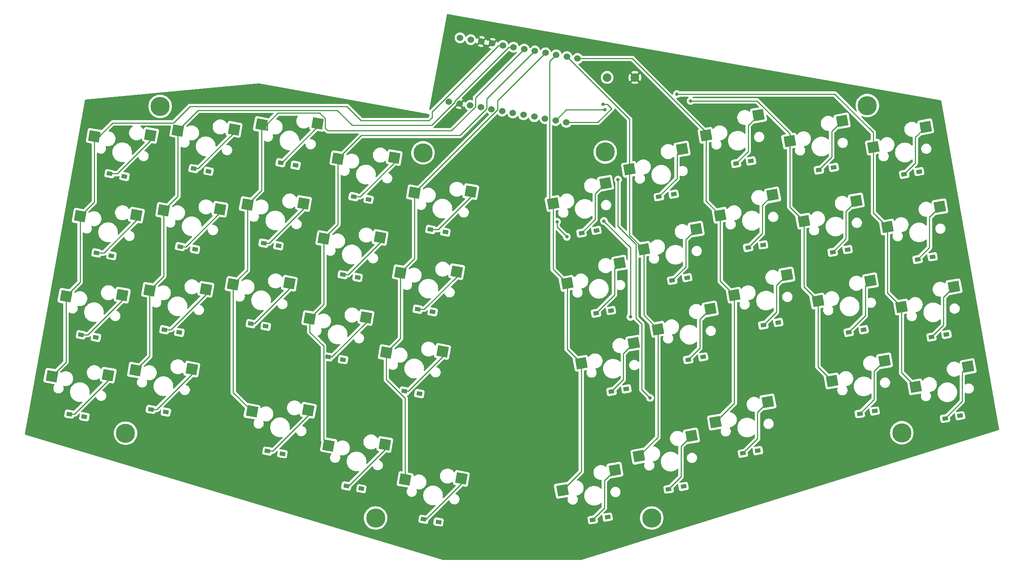
<source format=gbr>
%TF.GenerationSoftware,KiCad,Pcbnew,7.0.2-0*%
%TF.CreationDate,2023-08-23T20:42:08+09:00*%
%TF.ProjectId,rev1,72657631-2e6b-4696-9361-645f70636258,rev?*%
%TF.SameCoordinates,Original*%
%TF.FileFunction,Copper,L2,Bot*%
%TF.FilePolarity,Positive*%
%FSLAX46Y46*%
G04 Gerber Fmt 4.6, Leading zero omitted, Abs format (unit mm)*
G04 Created by KiCad (PCBNEW 7.0.2-0) date 2023-08-23 20:42:08*
%MOMM*%
%LPD*%
G01*
G04 APERTURE LIST*
G04 Aperture macros list*
%AMRotRect*
0 Rectangle, with rotation*
0 The origin of the aperture is its center*
0 $1 length*
0 $2 width*
0 $3 Rotation angle, in degrees counterclockwise*
0 Add horizontal line*
21,1,$1,$2,0,0,$3*%
G04 Aperture macros list end*
%TA.AperFunction,SMDPad,CuDef*%
%ADD10RotRect,2.550000X2.500000X170.000000*%
%TD*%
%TA.AperFunction,WasherPad*%
%ADD11C,4.500000*%
%TD*%
%TA.AperFunction,SMDPad,CuDef*%
%ADD12RotRect,2.550000X2.500000X190.000000*%
%TD*%
%TA.AperFunction,ComponentPad*%
%ADD13C,1.524000*%
%TD*%
%TA.AperFunction,ComponentPad*%
%ADD14C,2.000000*%
%TD*%
%TA.AperFunction,SMDPad,CuDef*%
%ADD15RotRect,1.300000X0.950000X170.000000*%
%TD*%
%TA.AperFunction,SMDPad,CuDef*%
%ADD16RotRect,1.300000X0.950000X190.000000*%
%TD*%
%TA.AperFunction,ViaPad*%
%ADD17C,0.800000*%
%TD*%
%TA.AperFunction,Conductor*%
%ADD18C,0.250000*%
%TD*%
G04 APERTURE END LIST*
D10*
%TO.P,SW35,1,1*%
%TO.N,Column4*%
X128817003Y-134770191D03*
%TO.P,SW35,2,2*%
%TO.N,Net-(D35-A)*%
X141988680Y-134513529D03*
%TD*%
D11*
%TO.P,Ref\u002A\u002A,*%
%TO.N,*%
X245200000Y-123800000D03*
%TD*%
%TO.P,Ref\u002A\u002A,*%
%TO.N,*%
X71400000Y-47200000D03*
%TD*%
D12*
%TO.P,SW30,1,1*%
%TO.N,Column9*%
X245133071Y-94257886D03*
%TO.P,SW30,2,2*%
%TO.N,Net-(D30-A)*%
X257422614Y-89511724D03*
%TD*%
%TO.P,SW27,1,1*%
%TO.N,Column6*%
X188024371Y-99491686D03*
%TO.P,SW27,2,2*%
%TO.N,Net-(D27-A)*%
X200313914Y-94745524D03*
%TD*%
D10*
%TO.P,SW34,1,1*%
%TO.N,Column3*%
X110883403Y-126771991D03*
%TO.P,SW34,2,2*%
%TO.N,Net-(D34-A)*%
X124055080Y-126515329D03*
%TD*%
D12*
%TO.P,SW19,1,1*%
%TO.N,Column8*%
X222237471Y-74115186D03*
%TO.P,SW19,2,2*%
%TO.N,Net-(D19-A)*%
X234527014Y-69369024D03*
%TD*%
%TO.P,SW36,1,1*%
%TO.N,Column5*%
X165672471Y-137284786D03*
%TO.P,SW36,2,2*%
%TO.N,Net-(D36-A)*%
X177962014Y-132538624D03*
%TD*%
D11*
%TO.P,Ref\u002A\u002A,*%
%TO.N,*%
X63300000Y-123900000D03*
%TD*%
%TO.P,Ref\u002A\u002A,*%
%TO.N,*%
X121900000Y-143800000D03*
%TD*%
D12*
%TO.P,SW7,1,1*%
%TO.N,Column6*%
X181408371Y-61970586D03*
%TO.P,SW7,2,2*%
%TO.N,Net-(D7-A)*%
X193697914Y-57224424D03*
%TD*%
%TO.P,SW8,1,1*%
%TO.N,Column7*%
X199341971Y-53972386D03*
%TO.P,SW8,2,2*%
%TO.N,Net-(D8-A)*%
X211631514Y-49226224D03*
%TD*%
%TO.P,SW29,1,1*%
%TO.N,Column8*%
X225545471Y-92875686D03*
%TO.P,SW29,2,2*%
%TO.N,Net-(D29-A)*%
X237835014Y-88129524D03*
%TD*%
%TO.P,SW18,1,1*%
%TO.N,Column7*%
X202649971Y-72732986D03*
%TO.P,SW18,2,2*%
%TO.N,Net-(D18-A)*%
X214939514Y-67986824D03*
%TD*%
D10*
%TO.P,SW14,1,1*%
%TO.N,Column3*%
X109773103Y-78216491D03*
%TO.P,SW14,2,2*%
%TO.N,Net-(D14-A)*%
X122944780Y-77959829D03*
%TD*%
%TO.P,SW3,1,1*%
%TO.N,Column2*%
X95147503Y-51457791D03*
%TO.P,SW3,2,2*%
%TO.N,Net-(D3-A)*%
X108319180Y-51201129D03*
%TD*%
D12*
%TO.P,SW20,1,1*%
%TO.N,Column9*%
X241825071Y-75497286D03*
%TO.P,SW20,2,2*%
%TO.N,Net-(D20-A)*%
X254114614Y-70751124D03*
%TD*%
%TO.P,SW39,1,1*%
%TO.N,Column8*%
X228853471Y-111636286D03*
%TO.P,SW39,2,2*%
%TO.N,Net-(D39-A)*%
X241143014Y-106890124D03*
%TD*%
D10*
%TO.P,SW32,1,1*%
%TO.N,Column1*%
X65635903Y-109121691D03*
%TO.P,SW32,2,2*%
%TO.N,Net-(D32-A)*%
X78807580Y-108865029D03*
%TD*%
D13*
%TO.P,U1,1,D3/TX0*%
%TO.N,unconnected-(U1-D3{slash}TX0-Pad1)*%
X141692559Y-31098356D03*
%TO.P,U1,2,D2/RX1*%
%TO.N,unconnected-(U1-D2{slash}RX1-Pad2)*%
X144193971Y-31539422D03*
%TO.P,U1,3,GND*%
%TO.N,GND*%
X146695382Y-31980489D03*
%TO.P,U1,4,GND*%
X149196794Y-32421555D03*
%TO.P,U1,5,SDA/D1/2*%
%TO.N,Column0*%
X151698206Y-32862621D03*
%TO.P,U1,6,SCL/D0/3*%
%TO.N,Column1*%
X154199618Y-33303688D03*
%TO.P,U1,7,D4/4*%
%TO.N,Column2*%
X156701029Y-33744754D03*
%TO.P,U1,8,C6/5*%
%TO.N,Column3*%
X159202441Y-34185821D03*
%TO.P,U1,9,D7/6*%
%TO.N,Column4*%
X161703853Y-34626887D03*
%TO.P,U1,10,E6/7*%
%TO.N,Column5*%
X164205264Y-35067953D03*
%TO.P,U1,11,B4/8*%
%TO.N,Column6*%
X166706676Y-35509020D03*
%TO.P,U1,12,B5/9*%
%TO.N,Column7*%
X169208088Y-35950086D03*
%TO.P,U1,13,10/B6*%
%TO.N,Column9*%
X166565162Y-50938860D03*
%TO.P,U1,14,16/B2*%
%TO.N,Column8*%
X164063751Y-50497794D03*
%TO.P,U1,15,14/B3*%
%TO.N,Row3*%
X161562339Y-50056727D03*
%TO.P,U1,16,15/B1*%
%TO.N,Row2*%
X159060927Y-49615661D03*
%TO.P,U1,17,A0/F7*%
%TO.N,Row1*%
X156559516Y-49174595D03*
%TO.P,U1,18,A1/F6*%
%TO.N,Row0*%
X154058104Y-48733528D03*
%TO.P,U1,19,A2/F5*%
%TO.N,unconnected-(U1-A2{slash}F5-Pad19)*%
X151556692Y-48292462D03*
%TO.P,U1,20,A3/F4*%
%TO.N,unconnected-(U1-A3{slash}F4-Pad20)*%
X149055281Y-47851395D03*
%TO.P,U1,21,VCC*%
%TO.N,VCC*%
X146553869Y-47410329D03*
%TO.P,U1,22,RST*%
%TO.N,Net-(U1-RST)*%
X144052457Y-46969263D03*
%TO.P,U1,23,GND*%
%TO.N,GND*%
X141551046Y-46528196D03*
%TO.P,U1,24,RAW*%
%TO.N,unconnected-(U1-RAW-Pad24)*%
X139049634Y-46087130D03*
%TD*%
D12*
%TO.P,SW40,1,1*%
%TO.N,Column9*%
X248441071Y-113018486D03*
%TO.P,SW40,2,2*%
%TO.N,Net-(D40-A)*%
X260730614Y-108272324D03*
%TD*%
D10*
%TO.P,SW25,1,1*%
%TO.N,Column4*%
X124398703Y-104975291D03*
%TO.P,SW25,2,2*%
%TO.N,Net-(D25-A)*%
X137570380Y-104718629D03*
%TD*%
D12*
%TO.P,SW9,1,1*%
%TO.N,Column8*%
X218929471Y-55354586D03*
%TO.P,SW9,2,2*%
%TO.N,Net-(D9-A)*%
X231219014Y-50608424D03*
%TD*%
%TO.P,SW37,1,1*%
%TO.N,Column6*%
X183606071Y-129286586D03*
%TO.P,SW37,2,2*%
%TO.N,Net-(D37-A)*%
X195895614Y-124540424D03*
%TD*%
D10*
%TO.P,SW1,1,1*%
%TO.N,Column0*%
X55972303Y-54222091D03*
%TO.P,SW1,2,2*%
%TO.N,Net-(D1-A)*%
X69143980Y-53965429D03*
%TD*%
%TO.P,SW2,1,1*%
%TO.N,Column1*%
X75559903Y-52839991D03*
%TO.P,SW2,2,2*%
%TO.N,Net-(D2-A)*%
X88731580Y-52583329D03*
%TD*%
%TO.P,SW11,1,1*%
%TO.N,Column0*%
X52664303Y-72982691D03*
%TO.P,SW11,2,2*%
%TO.N,Net-(D11-A)*%
X65835980Y-72726029D03*
%TD*%
D12*
%TO.P,SW28,1,1*%
%TO.N,Column7*%
X205957971Y-91493586D03*
%TO.P,SW28,2,2*%
%TO.N,Net-(D28-A)*%
X218247514Y-86747424D03*
%TD*%
D10*
%TO.P,SW22,1,1*%
%TO.N,Column1*%
X68943903Y-90361091D03*
%TO.P,SW22,2,2*%
%TO.N,Net-(D22-A)*%
X82115580Y-90104429D03*
%TD*%
%TO.P,SW12,1,1*%
%TO.N,Column1*%
X72251903Y-71600591D03*
%TO.P,SW12,2,2*%
%TO.N,Net-(D12-A)*%
X85423580Y-71343929D03*
%TD*%
%TO.P,SW15,1,1*%
%TO.N,Column4*%
X127706703Y-86214691D03*
%TO.P,SW15,2,2*%
%TO.N,Net-(D15-A)*%
X140878380Y-85958029D03*
%TD*%
D14*
%TO.P,SW41,1,1*%
%TO.N,GND*%
X182650000Y-40400000D03*
%TO.P,SW41,2,2*%
%TO.N,Net-(U1-RST)*%
X176150000Y-40400000D03*
%TD*%
D12*
%TO.P,SW10,1,1*%
%TO.N,Column9*%
X238517071Y-56736686D03*
%TO.P,SW10,2,2*%
%TO.N,Net-(D10-A)*%
X250806614Y-51990524D03*
%TD*%
D10*
%TO.P,SW5,1,1*%
%TO.N,Column4*%
X131014703Y-67454091D03*
%TO.P,SW5,2,2*%
%TO.N,Net-(D5-A)*%
X144186380Y-67197429D03*
%TD*%
%TO.P,SW24,1,1*%
%TO.N,Column3*%
X106465103Y-96977091D03*
%TO.P,SW24,2,2*%
%TO.N,Net-(D24-A)*%
X119636780Y-96720429D03*
%TD*%
D11*
%TO.P,Ref\u002A\u002A,*%
%TO.N,*%
X175700000Y-57900000D03*
%TD*%
D10*
%TO.P,SW23,1,1*%
%TO.N,Column2*%
X88531503Y-88978991D03*
%TO.P,SW23,2,2*%
%TO.N,Net-(D23-A)*%
X101703180Y-88722329D03*
%TD*%
%TO.P,SW4,1,1*%
%TO.N,Column3*%
X113081103Y-59455991D03*
%TO.P,SW4,2,2*%
%TO.N,Net-(D4-A)*%
X126252780Y-59199329D03*
%TD*%
D12*
%TO.P,SW38,1,1*%
%TO.N,Column7*%
X201539671Y-121288486D03*
%TO.P,SW38,2,2*%
%TO.N,Net-(D38-A)*%
X213829214Y-116542324D03*
%TD*%
D10*
%TO.P,SW21,1,1*%
%TO.N,Column0*%
X49356303Y-91743291D03*
%TO.P,SW21,2,2*%
%TO.N,Net-(D21-A)*%
X62527980Y-91486629D03*
%TD*%
%TO.P,SW31,1,1*%
%TO.N,Column0*%
X46048303Y-110503891D03*
%TO.P,SW31,2,2*%
%TO.N,Net-(D31-A)*%
X59219980Y-110247229D03*
%TD*%
D12*
%TO.P,SW26,1,1*%
%TO.N,Column5*%
X170090771Y-107489886D03*
%TO.P,SW26,2,2*%
%TO.N,Net-(D26-A)*%
X182380314Y-102743724D03*
%TD*%
D11*
%TO.P,Ref\u002A\u002A,*%
%TO.N,*%
X186600000Y-143800000D03*
%TD*%
D10*
%TO.P,SW13,1,1*%
%TO.N,Column2*%
X91839503Y-70218391D03*
%TO.P,SW13,2,2*%
%TO.N,Net-(D13-A)*%
X105011180Y-69961729D03*
%TD*%
D12*
%TO.P,SW16,1,1*%
%TO.N,Column5*%
X166782771Y-88729286D03*
%TO.P,SW16,2,2*%
%TO.N,Net-(D16-A)*%
X179072314Y-83983124D03*
%TD*%
%TO.P,SW17,1,1*%
%TO.N,Column6*%
X184716371Y-80731186D03*
%TO.P,SW17,2,2*%
%TO.N,Net-(D17-A)*%
X197005914Y-75985024D03*
%TD*%
%TO.P,SW6,1,1*%
%TO.N,Column5*%
X163474771Y-69968686D03*
%TO.P,SW6,2,2*%
%TO.N,Net-(D6-A)*%
X175764314Y-65222524D03*
%TD*%
D11*
%TO.P,Ref\u002A\u002A,*%
%TO.N,*%
X133000000Y-58100000D03*
%TD*%
%TO.P,Ref\u002A\u002A,*%
%TO.N,*%
X237100000Y-47000000D03*
%TD*%
D10*
%TO.P,SW33,1,1*%
%TO.N,Column2*%
X92949803Y-118773891D03*
%TO.P,SW33,2,2*%
%TO.N,Net-(D33-A)*%
X106121480Y-118517229D03*
%TD*%
D15*
%TO.P,D15,1,K*%
%TO.N,Row1*%
X135248034Y-95408226D03*
%TO.P,D15,2,A*%
%TO.N,Net-(D15-A)*%
X131751966Y-94791774D03*
%TD*%
D16*
%TO.P,D39,1,K*%
%TO.N,Row3*%
X238848034Y-118691774D03*
%TO.P,D39,2,A*%
%TO.N,Net-(D39-A)*%
X235351966Y-119308226D03*
%TD*%
D15*
%TO.P,D5,1,K*%
%TO.N,Row0*%
X138248034Y-76708226D03*
%TO.P,D5,2,A*%
%TO.N,Net-(D5-A)*%
X134751966Y-76091774D03*
%TD*%
D16*
%TO.P,D26,1,K*%
%TO.N,Row2*%
X180648034Y-113491774D03*
%TO.P,D26,2,A*%
%TO.N,Net-(D26-A)*%
X177151966Y-114108226D03*
%TD*%
%TO.P,D9,1,K*%
%TO.N,Row0*%
X229248034Y-61491774D03*
%TO.P,D9,2,A*%
%TO.N,Net-(D9-A)*%
X225751966Y-62108226D03*
%TD*%
D15*
%TO.P,D24,1,K*%
%TO.N,Row2*%
X114248034Y-106608226D03*
%TO.P,D24,2,A*%
%TO.N,Net-(D24-A)*%
X110751966Y-105991774D03*
%TD*%
%TO.P,D35,1,K*%
%TO.N,Row3*%
X136648034Y-144708226D03*
%TO.P,D35,2,A*%
%TO.N,Net-(D35-A)*%
X133151966Y-144091774D03*
%TD*%
%TO.P,D14,1,K*%
%TO.N,Row1*%
X117696034Y-87316426D03*
%TO.P,D14,2,A*%
%TO.N,Net-(D14-A)*%
X114199966Y-86699974D03*
%TD*%
D16*
%TO.P,D6,1,K*%
%TO.N,Row0*%
X173648034Y-76291774D03*
%TO.P,D6,2,A*%
%TO.N,Net-(D6-A)*%
X170151966Y-76908226D03*
%TD*%
D15*
%TO.P,D33,1,K*%
%TO.N,Row3*%
X100048034Y-128708226D03*
%TO.P,D33,2,A*%
%TO.N,Net-(D33-A)*%
X96551966Y-128091774D03*
%TD*%
%TO.P,D23,1,K*%
%TO.N,Row2*%
X96148034Y-98808226D03*
%TO.P,D23,2,A*%
%TO.N,Net-(D23-A)*%
X92651966Y-98191774D03*
%TD*%
D16*
%TO.P,D28,1,K*%
%TO.N,Row2*%
X216248034Y-97891774D03*
%TO.P,D28,2,A*%
%TO.N,Net-(D28-A)*%
X212751966Y-98508226D03*
%TD*%
D15*
%TO.P,D1,1,K*%
%TO.N,Row0*%
X63048034Y-63608226D03*
%TO.P,D1,2,A*%
%TO.N,Net-(D1-A)*%
X59551966Y-62991774D03*
%TD*%
%TO.P,D22,1,K*%
%TO.N,Row2*%
X75896034Y-100216426D03*
%TO.P,D22,2,A*%
%TO.N,Net-(D22-A)*%
X72399966Y-99599974D03*
%TD*%
D16*
%TO.P,D27,1,K*%
%TO.N,Row2*%
X198648034Y-105991774D03*
%TO.P,D27,2,A*%
%TO.N,Net-(D27-A)*%
X195151966Y-106608226D03*
%TD*%
D15*
%TO.P,D2,1,K*%
%TO.N,Row0*%
X82748034Y-62408226D03*
%TO.P,D2,2,A*%
%TO.N,Net-(D2-A)*%
X79251966Y-61791774D03*
%TD*%
D16*
%TO.P,D38,1,K*%
%TO.N,Row3*%
X211448034Y-127991774D03*
%TO.P,D38,2,A*%
%TO.N,Net-(D38-A)*%
X207951966Y-128608226D03*
%TD*%
%TO.P,D37,1,K*%
%TO.N,Row3*%
X194048034Y-136391774D03*
%TO.P,D37,2,A*%
%TO.N,Net-(D37-A)*%
X190551966Y-137008226D03*
%TD*%
%TO.P,D30,1,K*%
%TO.N,Row2*%
X255648034Y-100691774D03*
%TO.P,D30,2,A*%
%TO.N,Net-(D30-A)*%
X252151966Y-101308226D03*
%TD*%
%TO.P,D29,1,K*%
%TO.N,Row2*%
X236248034Y-99591774D03*
%TO.P,D29,2,A*%
%TO.N,Net-(D29-A)*%
X232751966Y-100208226D03*
%TD*%
D15*
%TO.P,D4,1,K*%
%TO.N,Row0*%
X120248034Y-69008226D03*
%TO.P,D4,2,A*%
%TO.N,Net-(D4-A)*%
X116751966Y-68391774D03*
%TD*%
D16*
%TO.P,D20,1,K*%
%TO.N,Row1*%
X252396034Y-82483574D03*
%TO.P,D20,2,A*%
%TO.N,Net-(D20-A)*%
X248899966Y-83100026D03*
%TD*%
D15*
%TO.P,D32,1,K*%
%TO.N,Row3*%
X72748034Y-118908226D03*
%TO.P,D32,2,A*%
%TO.N,Net-(D32-A)*%
X69251966Y-118291774D03*
%TD*%
D16*
%TO.P,D17,1,K*%
%TO.N,Row1*%
X194896034Y-87383574D03*
%TO.P,D17,2,A*%
%TO.N,Net-(D17-A)*%
X191399966Y-88000026D03*
%TD*%
%TO.P,D10,1,K*%
%TO.N,Row0*%
X249248034Y-62491774D03*
%TO.P,D10,2,A*%
%TO.N,Net-(D10-A)*%
X245751966Y-63108226D03*
%TD*%
%TO.P,D7,1,K*%
%TO.N,Row0*%
X191748034Y-67791774D03*
%TO.P,D7,2,A*%
%TO.N,Net-(D7-A)*%
X188251966Y-68408226D03*
%TD*%
D15*
%TO.P,D13,1,K*%
%TO.N,Row1*%
X99148034Y-79908226D03*
%TO.P,D13,2,A*%
%TO.N,Net-(D13-A)*%
X95651966Y-79291774D03*
%TD*%
D16*
%TO.P,D16,1,K*%
%TO.N,Row1*%
X177048034Y-95091774D03*
%TO.P,D16,2,A*%
%TO.N,Net-(D16-A)*%
X173551966Y-95708226D03*
%TD*%
D15*
%TO.P,D12,1,K*%
%TO.N,Row1*%
X79596034Y-80716426D03*
%TO.P,D12,2,A*%
%TO.N,Net-(D12-A)*%
X76099966Y-80099974D03*
%TD*%
D16*
%TO.P,D18,1,K*%
%TO.N,Row1*%
X212696034Y-79683574D03*
%TO.P,D18,2,A*%
%TO.N,Net-(D18-A)*%
X209199966Y-80300026D03*
%TD*%
%TO.P,D19,1,K*%
%TO.N,Row1*%
X232496034Y-80783574D03*
%TO.P,D19,2,A*%
%TO.N,Net-(D19-A)*%
X228999966Y-81400026D03*
%TD*%
D15*
%TO.P,D34,1,K*%
%TO.N,Row3*%
X118548034Y-136908226D03*
%TO.P,D34,2,A*%
%TO.N,Net-(D34-A)*%
X115051966Y-136291774D03*
%TD*%
%TO.P,D31,1,K*%
%TO.N,Row3*%
X53648034Y-120008226D03*
%TO.P,D31,2,A*%
%TO.N,Net-(D31-A)*%
X50151966Y-119391774D03*
%TD*%
%TO.P,D3,1,K*%
%TO.N,Row0*%
X103148034Y-61008226D03*
%TO.P,D3,2,A*%
%TO.N,Net-(D3-A)*%
X99651966Y-60391774D03*
%TD*%
D16*
%TO.P,D8,1,K*%
%TO.N,Row0*%
X209848034Y-59991774D03*
%TO.P,D8,2,A*%
%TO.N,Net-(D8-A)*%
X206351966Y-60608226D03*
%TD*%
%TO.P,D40,1,K*%
%TO.N,Row3*%
X258848034Y-119791774D03*
%TO.P,D40,2,A*%
%TO.N,Net-(D40-A)*%
X255351966Y-120408226D03*
%TD*%
D15*
%TO.P,D25,1,K*%
%TO.N,Row2*%
X132148034Y-114608226D03*
%TO.P,D25,2,A*%
%TO.N,Net-(D25-A)*%
X128651966Y-113991774D03*
%TD*%
D16*
%TO.P,D36,1,K*%
%TO.N,Row3*%
X176248034Y-143591774D03*
%TO.P,D36,2,A*%
%TO.N,Net-(D36-A)*%
X172751966Y-144208226D03*
%TD*%
D15*
%TO.P,D11,1,K*%
%TO.N,Row1*%
X59996034Y-82216426D03*
%TO.P,D11,2,A*%
%TO.N,Net-(D11-A)*%
X56499966Y-81599974D03*
%TD*%
%TO.P,D21,1,K*%
%TO.N,Row2*%
X56348034Y-101408226D03*
%TO.P,D21,2,A*%
%TO.N,Net-(D21-A)*%
X52851966Y-100791774D03*
%TD*%
D17*
%TO.N,Row1*%
X166700000Y-77800000D03*
X164400000Y-74300000D03*
%TO.N,Row2*%
X175400000Y-74100000D03*
X181600000Y-96600000D03*
%TO.N,Row3*%
X178700000Y-64400000D03*
X186200000Y-115600000D03*
%TO.N,Column8*%
X175600000Y-48000000D03*
X195700000Y-45900000D03*
%TO.N,Column9*%
X192500000Y-44300000D03*
X175200000Y-46700000D03*
%TD*%
D18*
%TO.N,Net-(D1-A)*%
X69143980Y-55234712D02*
X61386918Y-62991774D01*
X61386918Y-62991774D02*
X59551966Y-62991774D01*
X69143980Y-53965429D02*
X69143980Y-55234712D01*
%TO.N,Net-(D2-A)*%
X88731580Y-53365788D02*
X80305594Y-61791774D01*
X80305594Y-61791774D02*
X79251966Y-61791774D01*
X88731580Y-52583329D02*
X88731580Y-53365788D01*
%TO.N,Net-(D3-A)*%
X108319180Y-51201129D02*
X108319180Y-51983588D01*
X99910994Y-60391774D02*
X99651966Y-60391774D01*
X108319180Y-51983588D02*
X99910994Y-60391774D01*
%TO.N,Net-(D4-A)*%
X126252780Y-59199329D02*
X126252780Y-60468612D01*
X118329618Y-68391774D02*
X116751966Y-68391774D01*
X126252780Y-60468612D02*
X118329618Y-68391774D01*
%TO.N,Net-(D5-A)*%
X144186380Y-68466712D02*
X136561318Y-76091774D01*
X144186380Y-67197429D02*
X144186380Y-68466712D01*
X136561318Y-76091774D02*
X134751966Y-76091774D01*
%TO.N,Net-(D6-A)*%
X173318200Y-73741992D02*
X170151966Y-76908226D01*
X173318200Y-67668638D02*
X173318200Y-73741992D01*
X175764314Y-65222524D02*
X173318200Y-67668638D01*
%TO.N,Net-(D7-A)*%
X193697914Y-57224424D02*
X192504623Y-58417715D01*
X192504623Y-64155569D02*
X188251966Y-68408226D01*
X192504623Y-58417715D02*
X192504623Y-64155569D01*
%TO.N,Net-(D8-A)*%
X211631514Y-49226224D02*
X209185400Y-51672338D01*
X209185400Y-51672338D02*
X209185400Y-57774792D01*
X209185400Y-57774792D02*
X206351966Y-60608226D01*
%TO.N,Net-(D9-A)*%
X228772900Y-59087292D02*
X225751966Y-62108226D01*
X231219014Y-50608424D02*
X228772900Y-53054538D01*
X228772900Y-53054538D02*
X228772900Y-59087292D01*
%TO.N,Net-(D10-A)*%
X248360500Y-60499692D02*
X245751966Y-63108226D01*
X248360500Y-54436638D02*
X248360500Y-60499692D01*
X250806614Y-51990524D02*
X248360500Y-54436638D01*
%TO.N,Row1*%
X166700000Y-77800000D02*
X164400000Y-75500000D01*
X164400000Y-75500000D02*
X164400000Y-74300000D01*
%TO.N,Net-(D11-A)*%
X65835980Y-73995312D02*
X58231318Y-81599974D01*
X58231318Y-81599974D02*
X56499966Y-81599974D01*
X65835980Y-72726029D02*
X65835980Y-73995312D01*
%TO.N,Net-(D12-A)*%
X85423580Y-71343929D02*
X85423580Y-72126388D01*
X77449994Y-80099974D02*
X76099966Y-80099974D01*
X85423580Y-72126388D02*
X77449994Y-80099974D01*
%TO.N,Net-(D13-A)*%
X96950418Y-79291774D02*
X95651966Y-79291774D01*
X105011180Y-71231012D02*
X96950418Y-79291774D01*
X105011180Y-69961729D02*
X105011180Y-71231012D01*
%TO.N,Net-(D14-A)*%
X115473918Y-86699974D02*
X114199966Y-86699974D01*
X122944780Y-79229112D02*
X115473918Y-86699974D01*
X122944780Y-77959829D02*
X122944780Y-79229112D01*
%TO.N,Net-(D15-A)*%
X133313918Y-94791774D02*
X131751966Y-94791774D01*
X140878380Y-85958029D02*
X140878380Y-87227312D01*
X140878380Y-87227312D02*
X133313918Y-94791774D01*
%TO.N,Net-(D16-A)*%
X177879023Y-91381169D02*
X173551966Y-95708226D01*
X179072314Y-83983124D02*
X177879023Y-85176415D01*
X177879023Y-85176415D02*
X177879023Y-91381169D01*
%TO.N,Net-(D17-A)*%
X197005914Y-75985024D02*
X194559800Y-78431138D01*
X194559800Y-78431138D02*
X194559800Y-84840192D01*
X194559800Y-84840192D02*
X191399966Y-88000026D01*
%TO.N,Net-(D18-A)*%
X212493400Y-77006592D02*
X209199966Y-80300026D01*
X212493400Y-70432938D02*
X212493400Y-77006592D01*
X214939514Y-67986824D02*
X212493400Y-70432938D01*
%TO.N,Net-(D19-A)*%
X234527014Y-69369024D02*
X232080900Y-71815138D01*
X232080900Y-78319092D02*
X228999966Y-81400026D01*
X232080900Y-71815138D02*
X232080900Y-78319092D01*
%TO.N,Net-(D20-A)*%
X254114614Y-70751124D02*
X251668500Y-73197238D01*
X251668500Y-73197238D02*
X251668500Y-80331492D01*
X251668500Y-80331492D02*
X248899966Y-83100026D01*
%TO.N,Row2*%
X181600000Y-96600000D02*
X181600000Y-80300000D01*
X181600000Y-80300000D02*
X175400000Y-74100000D01*
%TO.N,Net-(D21-A)*%
X54492118Y-100791774D02*
X52851966Y-100791774D01*
X62527980Y-92755912D02*
X54492118Y-100791774D01*
X62527980Y-91486629D02*
X62527980Y-92755912D01*
%TO.N,Net-(D22-A)*%
X82115580Y-91373712D02*
X73889318Y-99599974D01*
X73889318Y-99599974D02*
X72399966Y-99599974D01*
X82115580Y-90104429D02*
X82115580Y-91373712D01*
%TO.N,Net-(D23-A)*%
X101703180Y-88722329D02*
X101703180Y-89991612D01*
X93503018Y-98191774D02*
X92651966Y-98191774D01*
X101703180Y-89991612D02*
X93503018Y-98191774D01*
%TO.N,Net-(D24-A)*%
X111634718Y-105991774D02*
X110751966Y-105991774D01*
X119636780Y-96720429D02*
X119636780Y-97989712D01*
X119636780Y-97989712D02*
X111634718Y-105991774D01*
%TO.N,Net-(D25-A)*%
X137570380Y-105987912D02*
X129566518Y-113991774D01*
X137570380Y-104718629D02*
X137570380Y-105987912D01*
X129566518Y-113991774D02*
X128651966Y-113991774D01*
%TO.N,Net-(D26-A)*%
X179934200Y-111325992D02*
X177151966Y-114108226D01*
X182380314Y-102743724D02*
X179934200Y-105189838D01*
X179934200Y-105189838D02*
X179934200Y-111325992D01*
%TO.N,Net-(D27-A)*%
X197867800Y-97191638D02*
X197867800Y-103892392D01*
X197867800Y-103892392D02*
X195151966Y-106608226D01*
X200313914Y-94745524D02*
X197867800Y-97191638D01*
%TO.N,Net-(D28-A)*%
X218247514Y-86747424D02*
X215801400Y-89193538D01*
X215801400Y-95458792D02*
X212751966Y-98508226D01*
X215801400Y-89193538D02*
X215801400Y-95458792D01*
%TO.N,Net-(D29-A)*%
X236641723Y-96318469D02*
X232751966Y-100208226D01*
X236641723Y-89322815D02*
X236641723Y-96318469D01*
X237835014Y-88129524D02*
X236641723Y-89322815D01*
%TO.N,Net-(D30-A)*%
X254976500Y-98483692D02*
X252151966Y-101308226D01*
X254976500Y-91957838D02*
X254976500Y-98483692D01*
X257422614Y-89511724D02*
X254976500Y-91957838D01*
%TO.N,Row3*%
X184266371Y-113666371D02*
X184266371Y-98241066D01*
X178700000Y-75351211D02*
X178700000Y-64400000D01*
X182900000Y-79551211D02*
X178700000Y-75351211D01*
X182900000Y-96874695D02*
X182900000Y-79551211D01*
X184266371Y-98241066D02*
X182900000Y-96874695D01*
X186200000Y-115600000D02*
X184266371Y-113666371D01*
%TO.N,Net-(D31-A)*%
X51344718Y-119391774D02*
X50151966Y-119391774D01*
X59219980Y-111516512D02*
X51344718Y-119391774D01*
X59219980Y-110247229D02*
X59219980Y-111516512D01*
%TO.N,Net-(D32-A)*%
X78807580Y-110134312D02*
X70650118Y-118291774D01*
X70650118Y-118291774D02*
X69251966Y-118291774D01*
X78807580Y-108865029D02*
X78807580Y-110134312D01*
%TO.N,Net-(D33-A)*%
X106121480Y-119786512D02*
X97816218Y-128091774D01*
X106121480Y-118517229D02*
X106121480Y-119786512D01*
X97816218Y-128091774D02*
X96551966Y-128091774D01*
%TO.N,Net-(D34-A)*%
X124055080Y-127784612D02*
X115547918Y-136291774D01*
X124055080Y-126515329D02*
X124055080Y-127784612D01*
X115547918Y-136291774D02*
X115051966Y-136291774D01*
%TO.N,Net-(D35-A)*%
X141988680Y-134513529D02*
X141988680Y-135782812D01*
X133679718Y-144091774D02*
X133151966Y-144091774D01*
X141988680Y-135782812D02*
X133679718Y-144091774D01*
%TO.N,Net-(D36-A)*%
X175515900Y-141444292D02*
X172751966Y-144208226D01*
X177962014Y-132538624D02*
X175515900Y-134984738D01*
X175515900Y-134984738D02*
X175515900Y-141444292D01*
%TO.N,Net-(D37-A)*%
X195895614Y-124540424D02*
X193449500Y-126986538D01*
X193449500Y-126986538D02*
X193449500Y-134110692D01*
X193449500Y-134110692D02*
X190551966Y-137008226D01*
%TO.N,Net-(D38-A)*%
X211383100Y-125177092D02*
X207951966Y-128608226D01*
X211383100Y-118988438D02*
X211383100Y-125177092D01*
X213829214Y-116542324D02*
X211383100Y-118988438D01*
%TO.N,Net-(D39-A)*%
X238696900Y-115963292D02*
X235351966Y-119308226D01*
X241143014Y-106890124D02*
X238696900Y-109336238D01*
X238696900Y-109336238D02*
X238696900Y-115963292D01*
%TO.N,Net-(D40-A)*%
X259353779Y-109546221D02*
X259353779Y-116406413D01*
X260730614Y-108272324D02*
X260627676Y-108272324D01*
X260627676Y-108272324D02*
X259353779Y-109546221D01*
X259353779Y-116406413D02*
X255351966Y-120408226D01*
%TO.N,Column0*%
X52664303Y-72982691D02*
X52664303Y-88435291D01*
X55972303Y-54222091D02*
X55972303Y-69674691D01*
X60274108Y-51062580D02*
X74537420Y-51062580D01*
X74537420Y-51062580D02*
X78400000Y-47200000D01*
X135100000Y-48499513D02*
X150736892Y-32862621D01*
X78400000Y-47200000D02*
X115200000Y-47200000D01*
X55972303Y-54222091D02*
X57322549Y-54222091D01*
X118500000Y-50500000D02*
X134400000Y-50500000D01*
X115200000Y-47200000D02*
X118500000Y-50500000D01*
X49356303Y-91743291D02*
X49356303Y-107195891D01*
X57322549Y-54014139D02*
X60274108Y-51062580D01*
X52664303Y-88435291D02*
X49356303Y-91743291D01*
X55972303Y-69674691D02*
X52664303Y-72982691D01*
X57322549Y-54222091D02*
X57322549Y-54014139D01*
X134400000Y-50500000D02*
X135100000Y-49800000D01*
X49356303Y-107195891D02*
X46048303Y-110503891D01*
X135100000Y-49800000D02*
X135100000Y-48499513D01*
X150736892Y-32862621D02*
X151698206Y-32862621D01*
%TO.N,Column1*%
X80299894Y-48100000D02*
X112900000Y-48100000D01*
X68943903Y-105813691D02*
X65635903Y-109121691D01*
X72251903Y-87053091D02*
X68943903Y-90361091D01*
X75559903Y-68292591D02*
X72251903Y-71600591D01*
X72251903Y-71600591D02*
X72251903Y-87053091D01*
X75559903Y-52839991D02*
X80299894Y-48100000D01*
X116400000Y-51600000D02*
X135074015Y-51600000D01*
X153096312Y-33303688D02*
X154199618Y-33303688D01*
X75559903Y-52839991D02*
X75559903Y-68292591D01*
X68943903Y-90361091D02*
X68943903Y-105813691D01*
X140464046Y-46209969D02*
X140464046Y-45935954D01*
X112900000Y-48100000D02*
X116400000Y-51600000D01*
X135074015Y-51600000D02*
X140464046Y-46209969D01*
X140464046Y-45935954D02*
X153096312Y-33303688D01*
%TO.N,Column2*%
X95147503Y-66910391D02*
X91839503Y-70218391D01*
X110116870Y-52354040D02*
X110662830Y-52900000D01*
X95147503Y-51457791D02*
X96497749Y-52808037D01*
X145300000Y-47258971D02*
X145300000Y-45145783D01*
X96497749Y-52808037D02*
X96497749Y-51249839D01*
X95147503Y-51457791D02*
X95147503Y-66910391D01*
X145300000Y-45145783D02*
X156701029Y-33744754D01*
X88531503Y-88978991D02*
X88531503Y-114355591D01*
X91839503Y-70218391D02*
X91839503Y-85670991D01*
X98994845Y-48752743D02*
X108812711Y-48752743D01*
X96497749Y-51249839D02*
X98994845Y-48752743D01*
X110116870Y-50056902D02*
X110116870Y-52354040D01*
X110662830Y-52900000D02*
X139658971Y-52900000D01*
X88531503Y-114355591D02*
X92949803Y-118773891D01*
X108812711Y-48752743D02*
X110116870Y-50056902D01*
X91839503Y-85670991D02*
X88531503Y-88978991D01*
X139658971Y-52900000D02*
X145300000Y-47258971D01*
%TO.N,Column3*%
X106465103Y-96977091D02*
X106465103Y-100167026D01*
X147968281Y-45419981D02*
X159202441Y-34185821D01*
X113081103Y-59455991D02*
X113081103Y-74908491D01*
X147968281Y-47731719D02*
X147968281Y-45419981D01*
X106465103Y-100167026D02*
X109700000Y-103401923D01*
X118537094Y-54000000D02*
X141700000Y-54000000D01*
X109773103Y-78216491D02*
X109773103Y-93669091D01*
X113081103Y-74908491D02*
X109773103Y-78216491D01*
X109773103Y-93669091D02*
X106465103Y-96977091D01*
X109700000Y-103401923D02*
X109700000Y-125588588D01*
X141700000Y-54000000D02*
X147968281Y-47731719D01*
X113081103Y-59455991D02*
X118537094Y-54000000D01*
X109700000Y-125588588D02*
X110883403Y-126771991D01*
%TO.N,Column4*%
X124398703Y-104975291D02*
X124398703Y-111275652D01*
X150469692Y-47999102D02*
X150469692Y-45861048D01*
X124398703Y-111275652D02*
X128817003Y-115693952D01*
X150469692Y-45861048D02*
X161703853Y-34626887D01*
X131014703Y-67454091D02*
X150469692Y-47999102D01*
X131014703Y-82906691D02*
X127706703Y-86214691D01*
X127706703Y-86214691D02*
X127706703Y-101667291D01*
X131014703Y-67454091D02*
X131014703Y-82906691D01*
X128817003Y-115693952D02*
X128817003Y-134770191D01*
X127706703Y-101667291D02*
X124398703Y-104975291D01*
%TO.N,Column5*%
X163474771Y-85421286D02*
X166782771Y-88729286D01*
X163474771Y-69968686D02*
X163474771Y-85421286D01*
X162649339Y-36623878D02*
X164205264Y-35067953D01*
X170090771Y-107489886D02*
X170090771Y-132866486D01*
X163474771Y-69968686D02*
X162649339Y-69143254D01*
X166782771Y-88729286D02*
X166782771Y-104181886D01*
X162649339Y-69143254D02*
X162649339Y-36623878D01*
X170090771Y-132866486D02*
X165672471Y-137284786D01*
X166782771Y-104181886D02*
X170090771Y-107489886D01*
%TO.N,Column6*%
X181408371Y-61970586D02*
X181408371Y-77423186D01*
X184716371Y-80731186D02*
X184716371Y-96183686D01*
X188024371Y-99491686D02*
X188024371Y-124868286D01*
X188024371Y-124868286D02*
X183606071Y-129286586D01*
X181408371Y-50210715D02*
X166706676Y-35509020D01*
X184716371Y-96183686D02*
X188024371Y-99491686D01*
X181408371Y-61970586D02*
X181408371Y-50210715D01*
X181408371Y-77423186D02*
X184716371Y-80731186D01*
%TO.N,Column7*%
X199341971Y-53241971D02*
X182050086Y-35950086D01*
X205957971Y-116870186D02*
X201539671Y-121288486D01*
X202649971Y-72732986D02*
X202649971Y-88185586D01*
X205957971Y-91493586D02*
X205957971Y-116870186D01*
X182050086Y-35950086D02*
X169208088Y-35950086D01*
X199341971Y-53972386D02*
X199341971Y-69424986D01*
X202649971Y-88185586D02*
X205957971Y-91493586D01*
X199341971Y-69424986D02*
X202649971Y-72732986D01*
X199341971Y-53972386D02*
X199341971Y-53241971D01*
%TO.N,Column8*%
X218929471Y-53573580D02*
X211255891Y-45900000D01*
X211255891Y-45900000D02*
X195700000Y-45900000D01*
X175600000Y-48000000D02*
X166561545Y-48000000D01*
X225545471Y-108328286D02*
X228853471Y-111636286D01*
X218929471Y-55354586D02*
X218929471Y-70807186D01*
X222237471Y-74115186D02*
X222237471Y-89567686D01*
X218929471Y-70807186D02*
X222237471Y-74115186D01*
X218929471Y-55354586D02*
X218929471Y-53573580D01*
X222237471Y-89567686D02*
X225545471Y-92875686D01*
X225545471Y-92875686D02*
X225545471Y-108328286D01*
X166561545Y-48000000D02*
X164063751Y-50497794D01*
%TO.N,Column9*%
X238517071Y-53317071D02*
X229500000Y-44300000D01*
X238517071Y-56736686D02*
X238517071Y-53317071D01*
X245133071Y-94257886D02*
X245133071Y-109710486D01*
X176200000Y-46700000D02*
X177200000Y-47700000D01*
X241825071Y-75497286D02*
X241825071Y-90949886D01*
X229500000Y-44300000D02*
X192500000Y-44300000D01*
X238517071Y-56736686D02*
X238517071Y-72189286D01*
X173961140Y-50938860D02*
X166565162Y-50938860D01*
X175200000Y-46700000D02*
X176200000Y-46700000D01*
X177200000Y-47700000D02*
X173961140Y-50938860D01*
X241825071Y-90949886D02*
X245133071Y-94257886D01*
X238517071Y-72189286D02*
X241825071Y-75497286D01*
X245133071Y-109710486D02*
X248441071Y-113018486D01*
%TD*%
%TA.AperFunction,Conductor*%
%TO.N,GND*%
G36*
X215727721Y-39021170D02*
G01*
X254313921Y-45785418D01*
X254376555Y-45816383D01*
X254412505Y-45876294D01*
X254414634Y-45886070D01*
X267630565Y-121003082D01*
X267958058Y-122864499D01*
X267980530Y-122992223D01*
X267972760Y-123061659D01*
X267928683Y-123115871D01*
X267895289Y-123132097D01*
X170117938Y-153593888D01*
X170081055Y-153599500D01*
X137718270Y-153599500D01*
X137682639Y-153594270D01*
X105035074Y-143800000D01*
X119144473Y-143800000D01*
X119144699Y-143803736D01*
X119164337Y-144128403D01*
X119164338Y-144128416D01*
X119164564Y-144132142D01*
X119165238Y-144135824D01*
X119165239Y-144135826D01*
X119223869Y-144455761D01*
X119223871Y-144455770D01*
X119224544Y-144459441D01*
X119225656Y-144463012D01*
X119225658Y-144463017D01*
X119291290Y-144673638D01*
X119323537Y-144777123D01*
X119460102Y-145080557D01*
X119462035Y-145083755D01*
X119462039Y-145083762D01*
X119518814Y-145177678D01*
X119632246Y-145365318D01*
X119837458Y-145627252D01*
X120072748Y-145862542D01*
X120334682Y-146067754D01*
X120619443Y-146239898D01*
X120922877Y-146376463D01*
X121240559Y-146475456D01*
X121567858Y-146535436D01*
X121900000Y-146555527D01*
X122232142Y-146535436D01*
X122559441Y-146475456D01*
X122877123Y-146376463D01*
X123180557Y-146239898D01*
X123465318Y-146067754D01*
X123727252Y-145862542D01*
X123962542Y-145627252D01*
X124167754Y-145365318D01*
X124339898Y-145080557D01*
X124476463Y-144777123D01*
X124573182Y-144466739D01*
X131924108Y-144466739D01*
X131950223Y-144608268D01*
X131950224Y-144608271D01*
X131972110Y-144651563D01*
X132015157Y-144736714D01*
X132077567Y-144803217D01*
X132113644Y-144841660D01*
X132237710Y-144914607D01*
X132295301Y-144931270D01*
X133669842Y-145173637D01*
X133729660Y-145177678D01*
X133729660Y-145177677D01*
X133729661Y-145177678D01*
X133765043Y-145171149D01*
X133871193Y-145151563D01*
X133999635Y-145086630D01*
X134003300Y-145083191D01*
X135420176Y-145083191D01*
X135446291Y-145224720D01*
X135446292Y-145224723D01*
X135468178Y-145268015D01*
X135511225Y-145353166D01*
X135573634Y-145419668D01*
X135609712Y-145458112D01*
X135733778Y-145531059D01*
X135791369Y-145547722D01*
X137165910Y-145790089D01*
X137225728Y-145794130D01*
X137225728Y-145794129D01*
X137225729Y-145794130D01*
X137261111Y-145787601D01*
X137367261Y-145768015D01*
X137495703Y-145703082D01*
X137600650Y-145604595D01*
X137673597Y-145480529D01*
X137690259Y-145422938D01*
X137871850Y-144393080D01*
X137875891Y-144333262D01*
X137849776Y-144191729D01*
X137784843Y-144063287D01*
X137784842Y-144063285D01*
X137686356Y-143958340D01*
X137562290Y-143885393D01*
X137504699Y-143868730D01*
X137501432Y-143868153D01*
X137501428Y-143868153D01*
X136133427Y-143626939D01*
X136133419Y-143626938D01*
X136130158Y-143626363D01*
X136126853Y-143626139D01*
X136126847Y-143626139D01*
X136070338Y-143622321D01*
X135928809Y-143648436D01*
X135800363Y-143713370D01*
X135695417Y-143811857D01*
X135622472Y-143935920D01*
X135622471Y-143935922D01*
X135622471Y-143935923D01*
X135605809Y-143993514D01*
X135605234Y-143996772D01*
X135605232Y-143996783D01*
X135424794Y-145020102D01*
X135424792Y-145020112D01*
X135424218Y-145023372D01*
X135423994Y-145026674D01*
X135423994Y-145026682D01*
X135420176Y-145083191D01*
X134003300Y-145083191D01*
X134104582Y-144988143D01*
X134177529Y-144864077D01*
X134194191Y-144806486D01*
X134261170Y-144426621D01*
X134292195Y-144364022D01*
X134295579Y-144360501D01*
X138990909Y-139665171D01*
X139052230Y-139631688D01*
X139121922Y-139636672D01*
X139177855Y-139678544D01*
X139194215Y-139708060D01*
X139196504Y-139713969D01*
X139196505Y-139713973D01*
X139217425Y-139767973D01*
X139276877Y-139921437D01*
X139393998Y-140110595D01*
X139543885Y-140275013D01*
X139721434Y-140409091D01*
X139920596Y-140508263D01*
X140054144Y-140546260D01*
X140134587Y-140569148D01*
X140300620Y-140584533D01*
X140303492Y-140584533D01*
X140408754Y-140584533D01*
X140411626Y-140584533D01*
X140577659Y-140569148D01*
X140711208Y-140531149D01*
X140791649Y-140508263D01*
X140811324Y-140498466D01*
X140990812Y-140409091D01*
X141168359Y-140275014D01*
X141318247Y-140110595D01*
X141435370Y-139921434D01*
X141515741Y-139713973D01*
X141556623Y-139495276D01*
X141556623Y-139272790D01*
X141515741Y-139054093D01*
X141435370Y-138846632D01*
X141409520Y-138804882D01*
X141318247Y-138657470D01*
X141168360Y-138493052D01*
X140990811Y-138358974D01*
X140791650Y-138259803D01*
X140686802Y-138229971D01*
X140627709Y-138192692D01*
X140598152Y-138129382D01*
X140607514Y-138060142D01*
X140633053Y-138023027D01*
X142262991Y-136393089D01*
X142324312Y-136359606D01*
X142372197Y-136358656D01*
X142987484Y-136467148D01*
X143047302Y-136471189D01*
X143047302Y-136471188D01*
X143047303Y-136471189D01*
X143082685Y-136464660D01*
X143188835Y-136445074D01*
X143317277Y-136380141D01*
X143422223Y-136281654D01*
X143425357Y-136276325D01*
X143475917Y-136190333D01*
X143495170Y-136157588D01*
X143511833Y-136099997D01*
X143962578Y-133543687D01*
X143966619Y-133483869D01*
X143940504Y-133342336D01*
X143875571Y-133213894D01*
X143875570Y-133213892D01*
X143777083Y-133108946D01*
X143653020Y-133036001D01*
X143653019Y-133036000D01*
X143653018Y-133036000D01*
X143595427Y-133019338D01*
X143592164Y-133018762D01*
X143592157Y-133018761D01*
X140993145Y-132560486D01*
X140993137Y-132560485D01*
X140989876Y-132559910D01*
X140986571Y-132559686D01*
X140986565Y-132559686D01*
X140930056Y-132555868D01*
X140788527Y-132581983D01*
X140660081Y-132646917D01*
X140555135Y-132745404D01*
X140482191Y-132869466D01*
X140482189Y-132869470D01*
X140482190Y-132869470D01*
X140465527Y-132927061D01*
X140464952Y-132930320D01*
X140464951Y-132930326D01*
X140456641Y-132977453D01*
X140425613Y-133040056D01*
X140365665Y-133075945D01*
X140295831Y-133073727D01*
X140238282Y-133034106D01*
X140232071Y-133025770D01*
X140227292Y-133018761D01*
X140109277Y-132845664D01*
X140109275Y-132845662D01*
X140109274Y-132845660D01*
X139930828Y-132653341D01*
X139930827Y-132653340D01*
X139930825Y-132653338D01*
X139725701Y-132489757D01*
X139725700Y-132489756D01*
X139498485Y-132358574D01*
X139254262Y-132262723D01*
X138998471Y-132204340D01*
X138804652Y-132189816D01*
X138804641Y-132189815D01*
X138802338Y-132189643D01*
X138671350Y-132189643D01*
X138669047Y-132189815D01*
X138669035Y-132189816D01*
X138475216Y-132204340D01*
X138219425Y-132262723D01*
X137975202Y-132358574D01*
X137747987Y-132489756D01*
X137542859Y-132653341D01*
X137364415Y-132845657D01*
X137267503Y-132987801D01*
X137216616Y-133062439D01*
X137102781Y-133298820D01*
X137025448Y-133549528D01*
X136986344Y-133808961D01*
X136986344Y-134071325D01*
X137025448Y-134330758D01*
X137102781Y-134581466D01*
X137216616Y-134817847D01*
X137323654Y-134974842D01*
X137364415Y-135034628D01*
X137524825Y-135207508D01*
X137542863Y-135226948D01*
X137747987Y-135390529D01*
X137975201Y-135521711D01*
X138219428Y-135617563D01*
X138475214Y-135675945D01*
X138671350Y-135690643D01*
X138673667Y-135690643D01*
X138800021Y-135690643D01*
X138802338Y-135690643D01*
X138998474Y-135675945D01*
X139254260Y-135617563D01*
X139498487Y-135521711D01*
X139725701Y-135390529D01*
X139824762Y-135311529D01*
X139889447Y-135285122D01*
X139958142Y-135297877D01*
X140009036Y-135345747D01*
X140025971Y-135413534D01*
X140024191Y-135430007D01*
X140014782Y-135483371D01*
X140014558Y-135486673D01*
X140014558Y-135486681D01*
X140010740Y-135543190D01*
X140036855Y-135684719D01*
X140036856Y-135684722D01*
X140068257Y-135746835D01*
X140101789Y-135813165D01*
X140164702Y-135880204D01*
X140200276Y-135918111D01*
X140324342Y-135991058D01*
X140381933Y-136007720D01*
X140534782Y-136034671D01*
X140570062Y-136040892D01*
X140632665Y-136071919D01*
X140668556Y-136131866D01*
X140666339Y-136201700D01*
X140636211Y-136250689D01*
X137817546Y-139069354D01*
X137756223Y-139102839D01*
X137686531Y-139097855D01*
X137630598Y-139055983D01*
X137606181Y-138990519D01*
X137608247Y-138957486D01*
X137639013Y-138802820D01*
X137658736Y-138501900D01*
X137639013Y-138200980D01*
X137580180Y-137905209D01*
X137483245Y-137619648D01*
X137349866Y-137349182D01*
X137308069Y-137286629D01*
X137268014Y-137226682D01*
X137182325Y-137098439D01*
X136983489Y-136871711D01*
X136978753Y-136867558D01*
X136857494Y-136761216D01*
X136756761Y-136672875D01*
X136747578Y-136666739D01*
X136509392Y-136507588D01*
X136509387Y-136507585D01*
X136506018Y-136505334D01*
X136502382Y-136503541D01*
X136502377Y-136503538D01*
X136239194Y-136373751D01*
X136239193Y-136373750D01*
X136235552Y-136371955D01*
X136196374Y-136358656D01*
X135953835Y-136276325D01*
X135953836Y-136276325D01*
X135949991Y-136275020D01*
X135946014Y-136274229D01*
X135946007Y-136274227D01*
X135658199Y-136216978D01*
X135658191Y-136216977D01*
X135654220Y-136216187D01*
X135650177Y-136215922D01*
X135430628Y-136201532D01*
X135430619Y-136201531D01*
X135428610Y-136201400D01*
X135277990Y-136201400D01*
X135275981Y-136201531D01*
X135275971Y-136201532D01*
X135056422Y-136215922D01*
X135056420Y-136215922D01*
X135052380Y-136216187D01*
X135048410Y-136216976D01*
X135048400Y-136216978D01*
X134760592Y-136274227D01*
X134760581Y-136274229D01*
X134756609Y-136275020D01*
X134752766Y-136276324D01*
X134752764Y-136276325D01*
X134474894Y-136370649D01*
X134474887Y-136370651D01*
X134471048Y-136371955D01*
X134467411Y-136373748D01*
X134467405Y-136373751D01*
X134204222Y-136503538D01*
X134204210Y-136503544D01*
X134200582Y-136505334D01*
X134197219Y-136507581D01*
X134197207Y-136507588D01*
X133953220Y-136670615D01*
X133953211Y-136670621D01*
X133949839Y-136672875D01*
X133946788Y-136675550D01*
X133946781Y-136675556D01*
X133726159Y-136869037D01*
X133726151Y-136869044D01*
X133723111Y-136871711D01*
X133720444Y-136874751D01*
X133720437Y-136874759D01*
X133526956Y-137095381D01*
X133526950Y-137095388D01*
X133524275Y-137098439D01*
X133522021Y-137101811D01*
X133522015Y-137101820D01*
X133358988Y-137345807D01*
X133358981Y-137345819D01*
X133356734Y-137349182D01*
X133354944Y-137352810D01*
X133354938Y-137352822D01*
X133225151Y-137616005D01*
X133225148Y-137616011D01*
X133223355Y-137619648D01*
X133222051Y-137623487D01*
X133222049Y-137623494D01*
X133145738Y-137848299D01*
X133126420Y-137905209D01*
X133125629Y-137909181D01*
X133125627Y-137909192D01*
X133068378Y-138197000D01*
X133068376Y-138197010D01*
X133067587Y-138200980D01*
X133067322Y-138205020D01*
X133067322Y-138205022D01*
X133048128Y-138497856D01*
X133048128Y-138497872D01*
X133047864Y-138501900D01*
X133048128Y-138505927D01*
X133048128Y-138505943D01*
X133067271Y-138797996D01*
X133067587Y-138802820D01*
X133068377Y-138806791D01*
X133068378Y-138806799D01*
X133125627Y-139094607D01*
X133125629Y-139094614D01*
X133126420Y-139098591D01*
X133223355Y-139384152D01*
X133225150Y-139387793D01*
X133225151Y-139387794D01*
X133304783Y-139549273D01*
X133356734Y-139654618D01*
X133358985Y-139657987D01*
X133358988Y-139657992D01*
X133432475Y-139767973D01*
X133524275Y-139905361D01*
X133723111Y-140132089D01*
X133949839Y-140330925D01*
X133953221Y-140333184D01*
X133953220Y-140333184D01*
X134147639Y-140463091D01*
X134200582Y-140498466D01*
X134471048Y-140631845D01*
X134756609Y-140728780D01*
X135052380Y-140787613D01*
X135277990Y-140802400D01*
X135280020Y-140802400D01*
X135426580Y-140802400D01*
X135428610Y-140802400D01*
X135654220Y-140787613D01*
X135808883Y-140756848D01*
X135878473Y-140763075D01*
X135933650Y-140805938D01*
X135956895Y-140871827D01*
X135940827Y-140939824D01*
X135920754Y-140966146D01*
X133736328Y-143150571D01*
X133675005Y-143184056D01*
X133627115Y-143185006D01*
X132637359Y-143010487D01*
X132637351Y-143010486D01*
X132634090Y-143009911D01*
X132630785Y-143009687D01*
X132630779Y-143009687D01*
X132574270Y-143005869D01*
X132432741Y-143031984D01*
X132304295Y-143096918D01*
X132199349Y-143195405D01*
X132126404Y-143319468D01*
X132111885Y-143369653D01*
X132109741Y-143377062D01*
X132109166Y-143380320D01*
X132109164Y-143380331D01*
X131928726Y-144403650D01*
X131928724Y-144403660D01*
X131928150Y-144406920D01*
X131927926Y-144410222D01*
X131927926Y-144410230D01*
X131924108Y-144466739D01*
X124573182Y-144466739D01*
X124575456Y-144459441D01*
X124635436Y-144132142D01*
X124655527Y-143800000D01*
X124635436Y-143467858D01*
X124575456Y-143140559D01*
X124476463Y-142822877D01*
X124339898Y-142519443D01*
X124167754Y-142234682D01*
X123962542Y-141972748D01*
X123727252Y-141737458D01*
X123465318Y-141532246D01*
X123322937Y-141446174D01*
X123183762Y-141362039D01*
X123183755Y-141362035D01*
X123180557Y-141360102D01*
X122877123Y-141223537D01*
X122754098Y-141185201D01*
X122563017Y-141125658D01*
X122563012Y-141125656D01*
X122559441Y-141124544D01*
X122555770Y-141123871D01*
X122555761Y-141123869D01*
X122235826Y-141065239D01*
X122235824Y-141065238D01*
X122232142Y-141064564D01*
X122228416Y-141064338D01*
X122228403Y-141064337D01*
X121903736Y-141044699D01*
X121900000Y-141044473D01*
X121896264Y-141044699D01*
X121571596Y-141064337D01*
X121571581Y-141064338D01*
X121567858Y-141064564D01*
X121564177Y-141065238D01*
X121564173Y-141065239D01*
X121244238Y-141123869D01*
X121244225Y-141123872D01*
X121240559Y-141124544D01*
X121236991Y-141125655D01*
X121236982Y-141125658D01*
X120926454Y-141222422D01*
X120926448Y-141222424D01*
X120922877Y-141223537D01*
X120619443Y-141360102D01*
X120616250Y-141362031D01*
X120616237Y-141362039D01*
X120349462Y-141523311D01*
X120334682Y-141532246D01*
X120331740Y-141534550D01*
X120331734Y-141534555D01*
X120198964Y-141638574D01*
X120072748Y-141737458D01*
X120070102Y-141740103D01*
X120070094Y-141740111D01*
X119840111Y-141970094D01*
X119840103Y-141970102D01*
X119837458Y-141972748D01*
X119835146Y-141975698D01*
X119835146Y-141975699D01*
X119634555Y-142231734D01*
X119634550Y-142231740D01*
X119632246Y-142234682D01*
X119630309Y-142237884D01*
X119630309Y-142237886D01*
X119462039Y-142516237D01*
X119462031Y-142516250D01*
X119460102Y-142519443D01*
X119323537Y-142822877D01*
X119322424Y-142826448D01*
X119322422Y-142826454D01*
X119225658Y-143136982D01*
X119225655Y-143136991D01*
X119224544Y-143140559D01*
X119223872Y-143144225D01*
X119223869Y-143144238D01*
X119181786Y-143373881D01*
X119164564Y-143467858D01*
X119164338Y-143471581D01*
X119164337Y-143471596D01*
X119151022Y-143691729D01*
X119144473Y-143800000D01*
X105035074Y-143800000D01*
X81257538Y-136666739D01*
X113824108Y-136666739D01*
X113848793Y-136800518D01*
X113850224Y-136808271D01*
X113861541Y-136830656D01*
X113915157Y-136936714D01*
X114009002Y-137036714D01*
X114013644Y-137041660D01*
X114137710Y-137114607D01*
X114195301Y-137131270D01*
X115569842Y-137373637D01*
X115629660Y-137377678D01*
X115629660Y-137377677D01*
X115629661Y-137377678D01*
X115665043Y-137371149D01*
X115771193Y-137351563D01*
X115899635Y-137286630D01*
X115903300Y-137283191D01*
X117320176Y-137283191D01*
X117346291Y-137424720D01*
X117346292Y-137424723D01*
X117359861Y-137451563D01*
X117411225Y-137553166D01*
X117505070Y-137653166D01*
X117509712Y-137658112D01*
X117633778Y-137731059D01*
X117691369Y-137747722D01*
X119065910Y-137990089D01*
X119125728Y-137994130D01*
X119125728Y-137994129D01*
X119125729Y-137994130D01*
X119161111Y-137987601D01*
X119267261Y-137968015D01*
X119395703Y-137903082D01*
X119500650Y-137804595D01*
X119573597Y-137680529D01*
X119590259Y-137622938D01*
X119771850Y-136593080D01*
X119775891Y-136533262D01*
X119770406Y-136503538D01*
X119757459Y-136433368D01*
X119749776Y-136391729D01*
X119684843Y-136263287D01*
X119684842Y-136263285D01*
X119586356Y-136158340D01*
X119462290Y-136085393D01*
X119451444Y-136082255D01*
X119404699Y-136068730D01*
X119401432Y-136068153D01*
X119401428Y-136068153D01*
X118033427Y-135826939D01*
X118033419Y-135826938D01*
X118030158Y-135826363D01*
X118026853Y-135826139D01*
X118026847Y-135826139D01*
X117970338Y-135822321D01*
X117828809Y-135848436D01*
X117700363Y-135913370D01*
X117595417Y-136011857D01*
X117522472Y-136135920D01*
X117508159Y-136185393D01*
X117505809Y-136193514D01*
X117505234Y-136196772D01*
X117505232Y-136196783D01*
X117324794Y-137220102D01*
X117324792Y-137220112D01*
X117324218Y-137223372D01*
X117323994Y-137226674D01*
X117323994Y-137226682D01*
X117320176Y-137283191D01*
X115903300Y-137283191D01*
X116004582Y-137188143D01*
X116077529Y-137064077D01*
X116094191Y-137006486D01*
X116167977Y-136588014D01*
X116199002Y-136525415D01*
X116202385Y-136521895D01*
X121057309Y-131666972D01*
X121118630Y-131633489D01*
X121188322Y-131638473D01*
X121244255Y-131680345D01*
X121260615Y-131709861D01*
X121262904Y-131715771D01*
X121262905Y-131715773D01*
X121338234Y-131910218D01*
X121343277Y-131923236D01*
X121460398Y-132112395D01*
X121610285Y-132276813D01*
X121787834Y-132410891D01*
X121986996Y-132510063D01*
X122120544Y-132548060D01*
X122200987Y-132570948D01*
X122367020Y-132586333D01*
X122369892Y-132586333D01*
X122475154Y-132586333D01*
X122478026Y-132586333D01*
X122644059Y-132570948D01*
X122777608Y-132532949D01*
X122858049Y-132510063D01*
X122877724Y-132500266D01*
X123057212Y-132410891D01*
X123234759Y-132276814D01*
X123384647Y-132112395D01*
X123501770Y-131923234D01*
X123582141Y-131715773D01*
X123623023Y-131497076D01*
X123623023Y-131274590D01*
X123582141Y-131055893D01*
X123501770Y-130848432D01*
X123475920Y-130806682D01*
X123384647Y-130659270D01*
X123234760Y-130494852D01*
X123057211Y-130360774D01*
X122858050Y-130261603D01*
X122753203Y-130231771D01*
X122694110Y-130194491D01*
X122664553Y-130131182D01*
X122673915Y-130061942D01*
X122699454Y-130024827D01*
X124329392Y-128394889D01*
X124390713Y-128361406D01*
X124438598Y-128360456D01*
X125053884Y-128468948D01*
X125113702Y-128472989D01*
X125113702Y-128472988D01*
X125113703Y-128472989D01*
X125149085Y-128466460D01*
X125255235Y-128446874D01*
X125383677Y-128381941D01*
X125488623Y-128283454D01*
X125491757Y-128278125D01*
X125561568Y-128159391D01*
X125561567Y-128159391D01*
X125561570Y-128159388D01*
X125578233Y-128101797D01*
X126028978Y-125545487D01*
X126033019Y-125485669D01*
X126027903Y-125457944D01*
X126010221Y-125362113D01*
X126006904Y-125344136D01*
X125941971Y-125215694D01*
X125941970Y-125215692D01*
X125843483Y-125110746D01*
X125719420Y-125037801D01*
X125719419Y-125037800D01*
X125719418Y-125037800D01*
X125661827Y-125021138D01*
X125658564Y-125020562D01*
X125658557Y-125020561D01*
X123059545Y-124562286D01*
X123059537Y-124562285D01*
X123056276Y-124561710D01*
X123052971Y-124561486D01*
X123052965Y-124561486D01*
X122996456Y-124557668D01*
X122854927Y-124583783D01*
X122726481Y-124648717D01*
X122621535Y-124747204D01*
X122548591Y-124871266D01*
X122543723Y-124888090D01*
X122531927Y-124928861D01*
X122531352Y-124932120D01*
X122531351Y-124932126D01*
X122523041Y-124979253D01*
X122492013Y-125041856D01*
X122432065Y-125077745D01*
X122362231Y-125075527D01*
X122304682Y-125035906D01*
X122298471Y-125027570D01*
X122293692Y-125020561D01*
X122175677Y-124847464D01*
X122175675Y-124847462D01*
X122175674Y-124847460D01*
X121997228Y-124655141D01*
X121997227Y-124655140D01*
X121997225Y-124655138D01*
X121792101Y-124491557D01*
X121792100Y-124491556D01*
X121564885Y-124360374D01*
X121320662Y-124264523D01*
X121064871Y-124206140D01*
X120871052Y-124191616D01*
X120871041Y-124191615D01*
X120868738Y-124191443D01*
X120737750Y-124191443D01*
X120735447Y-124191615D01*
X120735435Y-124191616D01*
X120541616Y-124206140D01*
X120285825Y-124264523D01*
X120041602Y-124360374D01*
X119814387Y-124491556D01*
X119609259Y-124655141D01*
X119430815Y-124847457D01*
X119333903Y-124989601D01*
X119296692Y-125044181D01*
X119283015Y-125064241D01*
X119169181Y-125300620D01*
X119091848Y-125551328D01*
X119052743Y-125810761D01*
X119052743Y-126073124D01*
X119073117Y-126208289D01*
X119091848Y-126332558D01*
X119169181Y-126583266D01*
X119283016Y-126819647D01*
X119390054Y-126976642D01*
X119430815Y-127036428D01*
X119534309Y-127147967D01*
X119609263Y-127228748D01*
X119814387Y-127392329D01*
X120041601Y-127523511D01*
X120209794Y-127589522D01*
X120279325Y-127616811D01*
X120285828Y-127619363D01*
X120541614Y-127677745D01*
X120737750Y-127692443D01*
X120740067Y-127692443D01*
X120866421Y-127692443D01*
X120868738Y-127692443D01*
X121064874Y-127677745D01*
X121320660Y-127619363D01*
X121564887Y-127523511D01*
X121792101Y-127392329D01*
X121891162Y-127313329D01*
X121955847Y-127286922D01*
X122024542Y-127299677D01*
X122075436Y-127347547D01*
X122092371Y-127415334D01*
X122090591Y-127431807D01*
X122081182Y-127485171D01*
X122080958Y-127488473D01*
X122080958Y-127488481D01*
X122077140Y-127544990D01*
X122103255Y-127686519D01*
X122103256Y-127686522D01*
X122136074Y-127751438D01*
X122168189Y-127814965D01*
X122266676Y-127919911D01*
X122390742Y-127992858D01*
X122448333Y-128009520D01*
X122587014Y-128033973D01*
X122636462Y-128042692D01*
X122699065Y-128073719D01*
X122734956Y-128133666D01*
X122732739Y-128203500D01*
X122702611Y-128252489D01*
X119883946Y-131071154D01*
X119822623Y-131104639D01*
X119752931Y-131099655D01*
X119696998Y-131057783D01*
X119672581Y-130992319D01*
X119674647Y-130959286D01*
X119705413Y-130804620D01*
X119725136Y-130503700D01*
X119705413Y-130202780D01*
X119646580Y-129907009D01*
X119549645Y-129621448D01*
X119416266Y-129350982D01*
X119350907Y-129253166D01*
X119250984Y-129103620D01*
X119248725Y-129100239D01*
X119049889Y-128873511D01*
X119001721Y-128831269D01*
X118893901Y-128736713D01*
X118823161Y-128674675D01*
X118777642Y-128644260D01*
X118575792Y-128509388D01*
X118575787Y-128509385D01*
X118572418Y-128507134D01*
X118568782Y-128505341D01*
X118568777Y-128505338D01*
X118305594Y-128375551D01*
X118305593Y-128375550D01*
X118301952Y-128373755D01*
X118265013Y-128361216D01*
X118114855Y-128310244D01*
X118016391Y-128276820D01*
X118012414Y-128276029D01*
X118012407Y-128276027D01*
X117724599Y-128218778D01*
X117724591Y-128218777D01*
X117720620Y-128217987D01*
X117716577Y-128217722D01*
X117497028Y-128203332D01*
X117497019Y-128203331D01*
X117495010Y-128203200D01*
X117344390Y-128203200D01*
X117342381Y-128203331D01*
X117342371Y-128203332D01*
X117122822Y-128217722D01*
X117122820Y-128217722D01*
X117118780Y-128217987D01*
X117114810Y-128218776D01*
X117114800Y-128218778D01*
X116826992Y-128276027D01*
X116826981Y-128276029D01*
X116823009Y-128276820D01*
X116819166Y-128278124D01*
X116819164Y-128278125D01*
X116541294Y-128372449D01*
X116541287Y-128372451D01*
X116537448Y-128373755D01*
X116533811Y-128375548D01*
X116533805Y-128375551D01*
X116270622Y-128505338D01*
X116270610Y-128505344D01*
X116266982Y-128507134D01*
X116263619Y-128509381D01*
X116263607Y-128509388D01*
X116019620Y-128672415D01*
X116019611Y-128672421D01*
X116016239Y-128674675D01*
X116013188Y-128677350D01*
X116013181Y-128677356D01*
X115792559Y-128870837D01*
X115792551Y-128870844D01*
X115789511Y-128873511D01*
X115786844Y-128876551D01*
X115786837Y-128876559D01*
X115593356Y-129097181D01*
X115593350Y-129097188D01*
X115590675Y-129100239D01*
X115588421Y-129103611D01*
X115588415Y-129103620D01*
X115425388Y-129347607D01*
X115425381Y-129347619D01*
X115423134Y-129350982D01*
X115421344Y-129354610D01*
X115421338Y-129354622D01*
X115291551Y-129617805D01*
X115291548Y-129617811D01*
X115289755Y-129621448D01*
X115288451Y-129625287D01*
X115288449Y-129625294D01*
X115205621Y-129869299D01*
X115192820Y-129907009D01*
X115192029Y-129910981D01*
X115192027Y-129910992D01*
X115134778Y-130198800D01*
X115134776Y-130198810D01*
X115133987Y-130202780D01*
X115133722Y-130206820D01*
X115133722Y-130206822D01*
X115114528Y-130499656D01*
X115114528Y-130499672D01*
X115114264Y-130503700D01*
X115114528Y-130507727D01*
X115114528Y-130507743D01*
X115131751Y-130770499D01*
X115133987Y-130804620D01*
X115134777Y-130808591D01*
X115134778Y-130808599D01*
X115192027Y-131096407D01*
X115192029Y-131096414D01*
X115192820Y-131100391D01*
X115289755Y-131385952D01*
X115291550Y-131389593D01*
X115291551Y-131389594D01*
X115414284Y-131638473D01*
X115423134Y-131656418D01*
X115425385Y-131659787D01*
X115425388Y-131659792D01*
X115535916Y-131825208D01*
X115590675Y-131907161D01*
X115789511Y-132133889D01*
X116016239Y-132332725D01*
X116019621Y-132334984D01*
X116019620Y-132334984D01*
X116214039Y-132464891D01*
X116266982Y-132500266D01*
X116537448Y-132633645D01*
X116823009Y-132730580D01*
X117118780Y-132789413D01*
X117344390Y-132804200D01*
X117346420Y-132804200D01*
X117492980Y-132804200D01*
X117495010Y-132804200D01*
X117720620Y-132789413D01*
X117875283Y-132758648D01*
X117944873Y-132764875D01*
X118000050Y-132807738D01*
X118023295Y-132873627D01*
X118007227Y-132941624D01*
X117987154Y-132967946D01*
X115609294Y-135345805D01*
X115547971Y-135379290D01*
X115500081Y-135380240D01*
X114537359Y-135210487D01*
X114537351Y-135210486D01*
X114534090Y-135209911D01*
X114530785Y-135209687D01*
X114530779Y-135209687D01*
X114474270Y-135205869D01*
X114332741Y-135231984D01*
X114204295Y-135296918D01*
X114099349Y-135395405D01*
X114026404Y-135519468D01*
X114012091Y-135568941D01*
X114009741Y-135577062D01*
X114009166Y-135580320D01*
X114009164Y-135580331D01*
X113828726Y-136603650D01*
X113828724Y-136603660D01*
X113828150Y-136606920D01*
X113827926Y-136610222D01*
X113827926Y-136610230D01*
X113824108Y-136666739D01*
X81257538Y-136666739D01*
X53924206Y-128466739D01*
X95324108Y-128466739D01*
X95350223Y-128608268D01*
X95350224Y-128608271D01*
X95368418Y-128644260D01*
X95415157Y-128736714D01*
X95504435Y-128831847D01*
X95513644Y-128841660D01*
X95637710Y-128914607D01*
X95695301Y-128931270D01*
X97069842Y-129173637D01*
X97129660Y-129177678D01*
X97129660Y-129177677D01*
X97129661Y-129177678D01*
X97165043Y-129171149D01*
X97271193Y-129151563D01*
X97399635Y-129086630D01*
X97504582Y-128988143D01*
X97577529Y-128864077D01*
X97594096Y-128806811D01*
X97631639Y-128747884D01*
X97695079Y-128718607D01*
X97713212Y-128717274D01*
X97733474Y-128717274D01*
X97753980Y-128719538D01*
X97756883Y-128719446D01*
X97756885Y-128719447D01*
X97824090Y-128717335D01*
X97827986Y-128717274D01*
X97851666Y-128717274D01*
X97855568Y-128717274D01*
X97859531Y-128716773D01*
X97871180Y-128715854D01*
X97914845Y-128714483D01*
X97934077Y-128708894D01*
X97953136Y-128704948D01*
X97959414Y-128704155D01*
X97973010Y-128702438D01*
X98013625Y-128686356D01*
X98024662Y-128682577D01*
X98066608Y-128670392D01*
X98083847Y-128660196D01*
X98101320Y-128651636D01*
X98119950Y-128644260D01*
X98155282Y-128618588D01*
X98165048Y-128612174D01*
X98202636Y-128589945D01*
X98202635Y-128589945D01*
X98202638Y-128589944D01*
X98216803Y-128575778D01*
X98231591Y-128563147D01*
X98247805Y-128551368D01*
X98275656Y-128517700D01*
X98283497Y-128509083D01*
X98771980Y-128020600D01*
X98833301Y-127987117D01*
X98902993Y-127992101D01*
X98958926Y-128033973D01*
X98983343Y-128099437D01*
X98981775Y-128129815D01*
X98824794Y-129020102D01*
X98824792Y-129020112D01*
X98824218Y-129023372D01*
X98823994Y-129026674D01*
X98823994Y-129026682D01*
X98820176Y-129083191D01*
X98846291Y-129224720D01*
X98846292Y-129224723D01*
X98860671Y-129253165D01*
X98911225Y-129353166D01*
X99000503Y-129448299D01*
X99009712Y-129458112D01*
X99133778Y-129531059D01*
X99191369Y-129547722D01*
X100565910Y-129790089D01*
X100625728Y-129794130D01*
X100625728Y-129794129D01*
X100625729Y-129794130D01*
X100661111Y-129787601D01*
X100767261Y-129768015D01*
X100895703Y-129703082D01*
X101000650Y-129604595D01*
X101073597Y-129480529D01*
X101090259Y-129422938D01*
X101271850Y-128393080D01*
X101275891Y-128333262D01*
X101275681Y-128332125D01*
X101251917Y-128203332D01*
X101249776Y-128191729D01*
X101184843Y-128063287D01*
X101184842Y-128063285D01*
X101086356Y-127958340D01*
X100962290Y-127885393D01*
X100904699Y-127868730D01*
X100901432Y-127868153D01*
X100901428Y-127868153D01*
X99533427Y-127626939D01*
X99533419Y-127626938D01*
X99530158Y-127626363D01*
X99526855Y-127626139D01*
X99526848Y-127626139D01*
X99461572Y-127621729D01*
X99396012Y-127597570D01*
X99353921Y-127541802D01*
X99348662Y-127472130D01*
X99381905Y-127410676D01*
X103123709Y-123668872D01*
X103185030Y-123635389D01*
X103254722Y-123640373D01*
X103310655Y-123682245D01*
X103327015Y-123711761D01*
X103329304Y-123717671D01*
X103329305Y-123717673D01*
X103404634Y-123912118D01*
X103409677Y-123925136D01*
X103526798Y-124114295D01*
X103676685Y-124278713D01*
X103854234Y-124412791D01*
X104053396Y-124511963D01*
X104186944Y-124549960D01*
X104267387Y-124572848D01*
X104433420Y-124588233D01*
X104436292Y-124588233D01*
X104541554Y-124588233D01*
X104544426Y-124588233D01*
X104710459Y-124572848D01*
X104844008Y-124534849D01*
X104924449Y-124511963D01*
X104944124Y-124502166D01*
X105123612Y-124412791D01*
X105301159Y-124278714D01*
X105344261Y-124231434D01*
X105451047Y-124114295D01*
X105568168Y-123925137D01*
X105568167Y-123925137D01*
X105568170Y-123925134D01*
X105648541Y-123717673D01*
X105689423Y-123498976D01*
X105689423Y-123276490D01*
X105648541Y-123057793D01*
X105568170Y-122850332D01*
X105568168Y-122850328D01*
X105451047Y-122661170D01*
X105301160Y-122496752D01*
X105123611Y-122362674D01*
X104924450Y-122263503D01*
X104819603Y-122233671D01*
X104760510Y-122196391D01*
X104730953Y-122133082D01*
X104740315Y-122063842D01*
X104765854Y-122026727D01*
X106395792Y-120396789D01*
X106457113Y-120363306D01*
X106504998Y-120362356D01*
X107120284Y-120470848D01*
X107180102Y-120474889D01*
X107180102Y-120474888D01*
X107180103Y-120474889D01*
X107215485Y-120468360D01*
X107321635Y-120448774D01*
X107450077Y-120383841D01*
X107555023Y-120285354D01*
X107558157Y-120280025D01*
X107624765Y-120166739D01*
X107627970Y-120161288D01*
X107644633Y-120103697D01*
X108095378Y-117547387D01*
X108099419Y-117487569D01*
X108073304Y-117346036D01*
X108008371Y-117217594D01*
X108008370Y-117217592D01*
X107909883Y-117112646D01*
X107785820Y-117039701D01*
X107785819Y-117039700D01*
X107785818Y-117039700D01*
X107728227Y-117023038D01*
X107724964Y-117022462D01*
X107724957Y-117022461D01*
X105125945Y-116564186D01*
X105125937Y-116564185D01*
X105122676Y-116563610D01*
X105119371Y-116563386D01*
X105119365Y-116563386D01*
X105062856Y-116559568D01*
X104921327Y-116585683D01*
X104792881Y-116650617D01*
X104687935Y-116749104D01*
X104614991Y-116873166D01*
X104614989Y-116873170D01*
X104614990Y-116873170D01*
X104598327Y-116930761D01*
X104597752Y-116934020D01*
X104597751Y-116934026D01*
X104589441Y-116981153D01*
X104558413Y-117043756D01*
X104498465Y-117079645D01*
X104428631Y-117077427D01*
X104371082Y-117037806D01*
X104364871Y-117029470D01*
X104360092Y-117022461D01*
X104242077Y-116849364D01*
X104242075Y-116849362D01*
X104242074Y-116849360D01*
X104063628Y-116657041D01*
X104063627Y-116657040D01*
X104063625Y-116657038D01*
X103858501Y-116493457D01*
X103858500Y-116493456D01*
X103646517Y-116371068D01*
X103631287Y-116362275D01*
X103631286Y-116362274D01*
X103631285Y-116362274D01*
X103387062Y-116266423D01*
X103131271Y-116208040D01*
X102937452Y-116193516D01*
X102937441Y-116193515D01*
X102935138Y-116193343D01*
X102804150Y-116193343D01*
X102801847Y-116193515D01*
X102801835Y-116193516D01*
X102608016Y-116208040D01*
X102352225Y-116266423D01*
X102108002Y-116362274D01*
X101880787Y-116493456D01*
X101675659Y-116657041D01*
X101497215Y-116849357D01*
X101400303Y-116991501D01*
X101349416Y-117066139D01*
X101235581Y-117302520D01*
X101158248Y-117553228D01*
X101119144Y-117812661D01*
X101119144Y-118075025D01*
X101158248Y-118334458D01*
X101235581Y-118585166D01*
X101349416Y-118821547D01*
X101473564Y-119003638D01*
X101497215Y-119038328D01*
X101668912Y-119223372D01*
X101675663Y-119230648D01*
X101880787Y-119394229D01*
X102108001Y-119525411D01*
X102352228Y-119621263D01*
X102608014Y-119679645D01*
X102804150Y-119694343D01*
X102806467Y-119694343D01*
X102932821Y-119694343D01*
X102935138Y-119694343D01*
X103131274Y-119679645D01*
X103387060Y-119621263D01*
X103631287Y-119525411D01*
X103858501Y-119394229D01*
X103957562Y-119315229D01*
X104022247Y-119288822D01*
X104090942Y-119301577D01*
X104141836Y-119349447D01*
X104158771Y-119417234D01*
X104156991Y-119433707D01*
X104147582Y-119487071D01*
X104147358Y-119490373D01*
X104147358Y-119490381D01*
X104143540Y-119546890D01*
X104169325Y-119686629D01*
X104169656Y-119688422D01*
X104199635Y-119747722D01*
X104234589Y-119816865D01*
X104315499Y-119903081D01*
X104333076Y-119921811D01*
X104457142Y-119994758D01*
X104514733Y-120011420D01*
X104702865Y-120044592D01*
X104765465Y-120075617D01*
X104801355Y-120135564D01*
X104799139Y-120205398D01*
X104769011Y-120254388D01*
X101950346Y-123073053D01*
X101889023Y-123106538D01*
X101819331Y-123101554D01*
X101763398Y-123059682D01*
X101738981Y-122994218D01*
X101741047Y-122961187D01*
X101771813Y-122806520D01*
X101791536Y-122505600D01*
X101771813Y-122204680D01*
X101712980Y-121908909D01*
X101616045Y-121623348D01*
X101482666Y-121352882D01*
X101315125Y-121102139D01*
X101116289Y-120875411D01*
X101065715Y-120831059D01*
X100982535Y-120758111D01*
X100889561Y-120676575D01*
X100854527Y-120653166D01*
X100642192Y-120511288D01*
X100642187Y-120511285D01*
X100638818Y-120509034D01*
X100635182Y-120507241D01*
X100635177Y-120507238D01*
X100371994Y-120377451D01*
X100371993Y-120377450D01*
X100368352Y-120375655D01*
X100345845Y-120368015D01*
X100169845Y-120308271D01*
X100082791Y-120278720D01*
X100078814Y-120277929D01*
X100078807Y-120277927D01*
X99790999Y-120220678D01*
X99790991Y-120220677D01*
X99787020Y-120219887D01*
X99782977Y-120219622D01*
X99563428Y-120205232D01*
X99563419Y-120205231D01*
X99561410Y-120205100D01*
X99410790Y-120205100D01*
X99408781Y-120205231D01*
X99408771Y-120205232D01*
X99189222Y-120219622D01*
X99189220Y-120219622D01*
X99185180Y-120219887D01*
X99181210Y-120220676D01*
X99181200Y-120220678D01*
X98893392Y-120277927D01*
X98893381Y-120277929D01*
X98889409Y-120278720D01*
X98885566Y-120280024D01*
X98885564Y-120280025D01*
X98607694Y-120374349D01*
X98607687Y-120374351D01*
X98603848Y-120375655D01*
X98600211Y-120377448D01*
X98600205Y-120377451D01*
X98337022Y-120507238D01*
X98337010Y-120507244D01*
X98333382Y-120509034D01*
X98330019Y-120511281D01*
X98330007Y-120511288D01*
X98086020Y-120674315D01*
X98086011Y-120674321D01*
X98082639Y-120676575D01*
X98079588Y-120679250D01*
X98079581Y-120679256D01*
X97858959Y-120872737D01*
X97858951Y-120872744D01*
X97855911Y-120875411D01*
X97853244Y-120878451D01*
X97853237Y-120878459D01*
X97659756Y-121099081D01*
X97659750Y-121099088D01*
X97657075Y-121102139D01*
X97654821Y-121105511D01*
X97654815Y-121105520D01*
X97491788Y-121349507D01*
X97491781Y-121349519D01*
X97489534Y-121352882D01*
X97487744Y-121356510D01*
X97487738Y-121356522D01*
X97357951Y-121619705D01*
X97357948Y-121619711D01*
X97356155Y-121623348D01*
X97354851Y-121627187D01*
X97354849Y-121627194D01*
X97284259Y-121835146D01*
X97259220Y-121908909D01*
X97258429Y-121912881D01*
X97258427Y-121912892D01*
X97201178Y-122200700D01*
X97201176Y-122200710D01*
X97200387Y-122204680D01*
X97200122Y-122208720D01*
X97200122Y-122208722D01*
X97194051Y-122301356D01*
X97180664Y-122505600D01*
X97200387Y-122806520D01*
X97201177Y-122810491D01*
X97201178Y-122810499D01*
X97258427Y-123098307D01*
X97258429Y-123098314D01*
X97259220Y-123102291D01*
X97356155Y-123387852D01*
X97357950Y-123391493D01*
X97357951Y-123391494D01*
X97480684Y-123640373D01*
X97489534Y-123658318D01*
X97491785Y-123661687D01*
X97491788Y-123661692D01*
X97653517Y-123903736D01*
X97657075Y-123909061D01*
X97855911Y-124135789D01*
X98082639Y-124334625D01*
X98086021Y-124336884D01*
X98086020Y-124336884D01*
X98280439Y-124466791D01*
X98333382Y-124502166D01*
X98603848Y-124635545D01*
X98889409Y-124732480D01*
X99185180Y-124791313D01*
X99410790Y-124806100D01*
X99412820Y-124806100D01*
X99559380Y-124806100D01*
X99561410Y-124806100D01*
X99787020Y-124791313D01*
X99941683Y-124760548D01*
X100011272Y-124766775D01*
X100066449Y-124809638D01*
X100089694Y-124875527D01*
X100073627Y-124943524D01*
X100053553Y-124969846D01*
X97715569Y-127307830D01*
X97654246Y-127341315D01*
X97584554Y-127336331D01*
X97565039Y-127327042D01*
X97510503Y-127294977D01*
X97466222Y-127268941D01*
X97408631Y-127252278D01*
X97405364Y-127251701D01*
X97405360Y-127251701D01*
X96037359Y-127010487D01*
X96037351Y-127010486D01*
X96034090Y-127009911D01*
X96030785Y-127009687D01*
X96030779Y-127009687D01*
X95974270Y-127005869D01*
X95832741Y-127031984D01*
X95704295Y-127096918D01*
X95599349Y-127195405D01*
X95526404Y-127319468D01*
X95526403Y-127319470D01*
X95526403Y-127319471D01*
X95509741Y-127377062D01*
X95509166Y-127380320D01*
X95509164Y-127380331D01*
X95328726Y-128403650D01*
X95328724Y-128403660D01*
X95328150Y-128406920D01*
X95327926Y-128410222D01*
X95327926Y-128410230D01*
X95324108Y-128466739D01*
X53924206Y-128466739D01*
X39806523Y-124231434D01*
X39747967Y-124193316D01*
X39719315Y-124129592D01*
X39720101Y-124090774D01*
X39754324Y-123900000D01*
X60544473Y-123900000D01*
X60544698Y-123903736D01*
X60544699Y-123903736D01*
X60564337Y-124228403D01*
X60564338Y-124228416D01*
X60564564Y-124232142D01*
X60565238Y-124235824D01*
X60565239Y-124235826D01*
X60623869Y-124555761D01*
X60623871Y-124555770D01*
X60624544Y-124559441D01*
X60625656Y-124563012D01*
X60625658Y-124563017D01*
X60694885Y-124785174D01*
X60723537Y-124877123D01*
X60860102Y-125180557D01*
X60862035Y-125183755D01*
X60862039Y-125183762D01*
X60931352Y-125298419D01*
X61032246Y-125465318D01*
X61237458Y-125727252D01*
X61472748Y-125962542D01*
X61734682Y-126167754D01*
X61989446Y-126321764D01*
X62007299Y-126332557D01*
X62019443Y-126339898D01*
X62322877Y-126476463D01*
X62640559Y-126575456D01*
X62967858Y-126635436D01*
X63300000Y-126655527D01*
X63632142Y-126635436D01*
X63959441Y-126575456D01*
X64277123Y-126476463D01*
X64580557Y-126339898D01*
X64865318Y-126167754D01*
X65127252Y-125962542D01*
X65362542Y-125727252D01*
X65567754Y-125465318D01*
X65739898Y-125180557D01*
X65876463Y-124877123D01*
X65975456Y-124559441D01*
X66035436Y-124232142D01*
X66055527Y-123900000D01*
X66035436Y-123567858D01*
X65975456Y-123240559D01*
X65876463Y-122922877D01*
X65739898Y-122619443D01*
X65567754Y-122334682D01*
X65362542Y-122072748D01*
X65127252Y-121837458D01*
X64865318Y-121632246D01*
X64666781Y-121512226D01*
X64583762Y-121462039D01*
X64583755Y-121462035D01*
X64580557Y-121460102D01*
X64277123Y-121323537D01*
X64180817Y-121293527D01*
X63963017Y-121225658D01*
X63963012Y-121225656D01*
X63959441Y-121224544D01*
X63955770Y-121223871D01*
X63955761Y-121223869D01*
X63635826Y-121165239D01*
X63635824Y-121165238D01*
X63632142Y-121164564D01*
X63628416Y-121164338D01*
X63628403Y-121164337D01*
X63303736Y-121144699D01*
X63300000Y-121144473D01*
X63296264Y-121144699D01*
X62971596Y-121164337D01*
X62971581Y-121164338D01*
X62967858Y-121164564D01*
X62964177Y-121165238D01*
X62964173Y-121165239D01*
X62644238Y-121223869D01*
X62644225Y-121223872D01*
X62640559Y-121224544D01*
X62636991Y-121225655D01*
X62636982Y-121225658D01*
X62326454Y-121322422D01*
X62326448Y-121322424D01*
X62322877Y-121323537D01*
X62319468Y-121325071D01*
X62319466Y-121325072D01*
X62129605Y-121410522D01*
X62019443Y-121460102D01*
X62016250Y-121462031D01*
X62016237Y-121462039D01*
X61843892Y-121566226D01*
X61734682Y-121632246D01*
X61731740Y-121634550D01*
X61731734Y-121634555D01*
X61597002Y-121740111D01*
X61472748Y-121837458D01*
X61470102Y-121840103D01*
X61470094Y-121840111D01*
X61240111Y-122070094D01*
X61240103Y-122070102D01*
X61237458Y-122072748D01*
X61235146Y-122075698D01*
X61235146Y-122075699D01*
X61034555Y-122331734D01*
X61034550Y-122331740D01*
X61032246Y-122334682D01*
X61030309Y-122337884D01*
X61030309Y-122337886D01*
X60862039Y-122616237D01*
X60862031Y-122616250D01*
X60860102Y-122619443D01*
X60858565Y-122622857D01*
X60858565Y-122622858D01*
X60735470Y-122896364D01*
X60723537Y-122922877D01*
X60722424Y-122926448D01*
X60722422Y-122926454D01*
X60625658Y-123236982D01*
X60625655Y-123236991D01*
X60624544Y-123240559D01*
X60623872Y-123244225D01*
X60623869Y-123244238D01*
X60567291Y-123552976D01*
X60564564Y-123567858D01*
X60564338Y-123571581D01*
X60564337Y-123571596D01*
X60552372Y-123769411D01*
X60544473Y-123900000D01*
X39754324Y-123900000D01*
X40495787Y-119766739D01*
X48924108Y-119766739D01*
X48950223Y-119908268D01*
X48950224Y-119908271D01*
X48973962Y-119955227D01*
X49015157Y-120036714D01*
X49107923Y-120135564D01*
X49113644Y-120141660D01*
X49237710Y-120214607D01*
X49295301Y-120231270D01*
X50669842Y-120473637D01*
X50729660Y-120477678D01*
X50729660Y-120477677D01*
X50729661Y-120477678D01*
X50769803Y-120470271D01*
X50871193Y-120451563D01*
X50999635Y-120386630D01*
X51104582Y-120288143D01*
X51177529Y-120164077D01*
X51193700Y-120108181D01*
X51231239Y-120049257D01*
X51294679Y-120019979D01*
X51308913Y-120018707D01*
X51349125Y-120017443D01*
X51352592Y-120017335D01*
X51356486Y-120017274D01*
X51380166Y-120017274D01*
X51384068Y-120017274D01*
X51388031Y-120016773D01*
X51399680Y-120015854D01*
X51443345Y-120014483D01*
X51462577Y-120008894D01*
X51481636Y-120004948D01*
X51487914Y-120004155D01*
X51501510Y-120002438D01*
X51542125Y-119986356D01*
X51553162Y-119982577D01*
X51595108Y-119970392D01*
X51612347Y-119960196D01*
X51629820Y-119951636D01*
X51648450Y-119944260D01*
X51683782Y-119918588D01*
X51693548Y-119912174D01*
X51728116Y-119891731D01*
X51731138Y-119889944D01*
X51745303Y-119875778D01*
X51760091Y-119863147D01*
X51776305Y-119851368D01*
X51804156Y-119817700D01*
X51811997Y-119809083D01*
X52387286Y-119233794D01*
X52448607Y-119200311D01*
X52518299Y-119205295D01*
X52574232Y-119247167D01*
X52598649Y-119312631D01*
X52597081Y-119343009D01*
X52424794Y-120320102D01*
X52424792Y-120320112D01*
X52424218Y-120323372D01*
X52423994Y-120326674D01*
X52423994Y-120326682D01*
X52420176Y-120383191D01*
X52443397Y-120509034D01*
X52446292Y-120524723D01*
X52478588Y-120588606D01*
X52511225Y-120653166D01*
X52573634Y-120719668D01*
X52609712Y-120758112D01*
X52733778Y-120831059D01*
X52791369Y-120847722D01*
X54165910Y-121090089D01*
X54225728Y-121094130D01*
X54225728Y-121094129D01*
X54225729Y-121094130D01*
X54261111Y-121087601D01*
X54367261Y-121068015D01*
X54495703Y-121003082D01*
X54600650Y-120904595D01*
X54673597Y-120780529D01*
X54690259Y-120722938D01*
X54871850Y-119693080D01*
X54875891Y-119633262D01*
X54874422Y-119625302D01*
X54849776Y-119491731D01*
X54849776Y-119491729D01*
X54784843Y-119363287D01*
X54784842Y-119363285D01*
X54686356Y-119258340D01*
X54562290Y-119185393D01*
X54558716Y-119184359D01*
X54504699Y-119168730D01*
X54501432Y-119168153D01*
X54501428Y-119168153D01*
X53133427Y-118926939D01*
X53133419Y-118926938D01*
X53130158Y-118926363D01*
X53126853Y-118926139D01*
X53126847Y-118926139D01*
X53070340Y-118922321D01*
X53006846Y-118934037D01*
X52937348Y-118926843D01*
X52882771Y-118883217D01*
X52860444Y-118817011D01*
X52877456Y-118749244D01*
X52896661Y-118724419D01*
X52954341Y-118666739D01*
X68024108Y-118666739D01*
X68047172Y-118791731D01*
X68050224Y-118808271D01*
X68068418Y-118844260D01*
X68115157Y-118936714D01*
X68210511Y-119038322D01*
X68213644Y-119041660D01*
X68337710Y-119114607D01*
X68395301Y-119131270D01*
X69769842Y-119373637D01*
X69829660Y-119377678D01*
X69829660Y-119377677D01*
X69829661Y-119377678D01*
X69885639Y-119367349D01*
X69971193Y-119351563D01*
X70099635Y-119286630D01*
X70204582Y-119188143D01*
X70277529Y-119064077D01*
X70294096Y-119006811D01*
X70331639Y-118947884D01*
X70395079Y-118918607D01*
X70413212Y-118917274D01*
X70567374Y-118917274D01*
X70587880Y-118919538D01*
X70590783Y-118919446D01*
X70590785Y-118919447D01*
X70657990Y-118917335D01*
X70661886Y-118917274D01*
X70685566Y-118917274D01*
X70689468Y-118917274D01*
X70693431Y-118916773D01*
X70705080Y-118915854D01*
X70748745Y-118914483D01*
X70767977Y-118908894D01*
X70787036Y-118904948D01*
X70793314Y-118904155D01*
X70806910Y-118902438D01*
X70847525Y-118886356D01*
X70858562Y-118882577D01*
X70900508Y-118870392D01*
X70917747Y-118860196D01*
X70935220Y-118851636D01*
X70935533Y-118851512D01*
X70953850Y-118844260D01*
X70989182Y-118818588D01*
X70998948Y-118812174D01*
X71024745Y-118796918D01*
X71036538Y-118789944D01*
X71050703Y-118775778D01*
X71065491Y-118763147D01*
X71081705Y-118751368D01*
X71109556Y-118717700D01*
X71117397Y-118709083D01*
X71443316Y-118383164D01*
X71504637Y-118349681D01*
X71574329Y-118354665D01*
X71630262Y-118396537D01*
X71654679Y-118462001D01*
X71653111Y-118492379D01*
X71524794Y-119220102D01*
X71524792Y-119220112D01*
X71524218Y-119223372D01*
X71523994Y-119226674D01*
X71523994Y-119226682D01*
X71520176Y-119283191D01*
X71544832Y-119416811D01*
X71546292Y-119424723D01*
X71571088Y-119473771D01*
X71611225Y-119553166D01*
X71709711Y-119658111D01*
X71709712Y-119658112D01*
X71833778Y-119731059D01*
X71891369Y-119747722D01*
X73265910Y-119990089D01*
X73325728Y-119994130D01*
X73325728Y-119994129D01*
X73325729Y-119994130D01*
X73367838Y-119986360D01*
X73467261Y-119968015D01*
X73595703Y-119903082D01*
X73700650Y-119804595D01*
X73773597Y-119680529D01*
X73790259Y-119622938D01*
X73971850Y-118593080D01*
X73975891Y-118533262D01*
X73969335Y-118497733D01*
X73949776Y-118391731D01*
X73949776Y-118391729D01*
X73884843Y-118263287D01*
X73884842Y-118263285D01*
X73786356Y-118158340D01*
X73662290Y-118085393D01*
X73658716Y-118084359D01*
X73604699Y-118068730D01*
X73601432Y-118068153D01*
X73601428Y-118068153D01*
X72269183Y-117833244D01*
X72206580Y-117802217D01*
X72170689Y-117742270D01*
X72172906Y-117672436D01*
X72203032Y-117623449D01*
X75809809Y-114016672D01*
X75871130Y-113983189D01*
X75940822Y-113988173D01*
X75996755Y-114030045D01*
X76013115Y-114059561D01*
X76015404Y-114065471D01*
X76015405Y-114065473D01*
X76095776Y-114272934D01*
X76095777Y-114272936D01*
X76212898Y-114462095D01*
X76362785Y-114626513D01*
X76540334Y-114760591D01*
X76739496Y-114859763D01*
X76873044Y-114897760D01*
X76953487Y-114920648D01*
X77119520Y-114936033D01*
X77122392Y-114936033D01*
X77227654Y-114936033D01*
X77230526Y-114936033D01*
X77396559Y-114920648D01*
X77537563Y-114880529D01*
X77610549Y-114859763D01*
X77630224Y-114849966D01*
X77809712Y-114760591D01*
X77987259Y-114626514D01*
X77988895Y-114624720D01*
X78137147Y-114462095D01*
X78176254Y-114398934D01*
X78254270Y-114272934D01*
X78334641Y-114065473D01*
X78375523Y-113846776D01*
X78375523Y-113624290D01*
X78334641Y-113405593D01*
X78254270Y-113198132D01*
X78228420Y-113156382D01*
X78137147Y-113008970D01*
X77987260Y-112844552D01*
X77809711Y-112710474D01*
X77610550Y-112611303D01*
X77505703Y-112581471D01*
X77446610Y-112544191D01*
X77417053Y-112480882D01*
X77426415Y-112411642D01*
X77451954Y-112374527D01*
X79081892Y-110744589D01*
X79143213Y-110711106D01*
X79191098Y-110710156D01*
X79806384Y-110818648D01*
X79866202Y-110822689D01*
X79866202Y-110822688D01*
X79866203Y-110822689D01*
X79901585Y-110816160D01*
X80007735Y-110796574D01*
X80136177Y-110731641D01*
X80241123Y-110633154D01*
X80244257Y-110627825D01*
X80314068Y-110509091D01*
X80314067Y-110509091D01*
X80314070Y-110509088D01*
X80330733Y-110451497D01*
X80781478Y-107895187D01*
X80785519Y-107835369D01*
X80783559Y-107824748D01*
X80769993Y-107751224D01*
X80759404Y-107693836D01*
X80694471Y-107565394D01*
X80694470Y-107565392D01*
X80595983Y-107460446D01*
X80471920Y-107387501D01*
X80471919Y-107387500D01*
X80471918Y-107387500D01*
X80414327Y-107370838D01*
X80411064Y-107370262D01*
X80411057Y-107370261D01*
X77812045Y-106911986D01*
X77812037Y-106911985D01*
X77808776Y-106911410D01*
X77805471Y-106911186D01*
X77805465Y-106911186D01*
X77748956Y-106907368D01*
X77607427Y-106933483D01*
X77478981Y-106998417D01*
X77374035Y-107096904D01*
X77301091Y-107220966D01*
X77301089Y-107220970D01*
X77301090Y-107220970D01*
X77284427Y-107278561D01*
X77283852Y-107281820D01*
X77283851Y-107281826D01*
X77275541Y-107328953D01*
X77244513Y-107391556D01*
X77184565Y-107427445D01*
X77114731Y-107425227D01*
X77057182Y-107385606D01*
X77050971Y-107377270D01*
X77047232Y-107371786D01*
X76928177Y-107197164D01*
X76928175Y-107197162D01*
X76928174Y-107197160D01*
X76749728Y-107004841D01*
X76749727Y-107004840D01*
X76749725Y-107004838D01*
X76560341Y-106853809D01*
X76544600Y-106841256D01*
X76372092Y-106741659D01*
X76317387Y-106710075D01*
X76317386Y-106710074D01*
X76317385Y-106710074D01*
X76073162Y-106614223D01*
X75817371Y-106555840D01*
X75623552Y-106541316D01*
X75623541Y-106541315D01*
X75621238Y-106541143D01*
X75490250Y-106541143D01*
X75487947Y-106541315D01*
X75487935Y-106541316D01*
X75294116Y-106555840D01*
X75038325Y-106614223D01*
X74794102Y-106710074D01*
X74566887Y-106841256D01*
X74361759Y-107004841D01*
X74183315Y-107197157D01*
X74086487Y-107339179D01*
X74045616Y-107399126D01*
X74035515Y-107413941D01*
X74019247Y-107447721D01*
X73921681Y-107650320D01*
X73844348Y-107901028D01*
X73805244Y-108160461D01*
X73805244Y-108422825D01*
X73844348Y-108682258D01*
X73921681Y-108932966D01*
X74035516Y-109169347D01*
X74139654Y-109322089D01*
X74183315Y-109386128D01*
X74361759Y-109578444D01*
X74361763Y-109578448D01*
X74566887Y-109742029D01*
X74794101Y-109873211D01*
X74905908Y-109917092D01*
X74982066Y-109946982D01*
X75038328Y-109969063D01*
X75294114Y-110027445D01*
X75490250Y-110042143D01*
X75492567Y-110042143D01*
X75618921Y-110042143D01*
X75621238Y-110042143D01*
X75817374Y-110027445D01*
X76073160Y-109969063D01*
X76317387Y-109873211D01*
X76544601Y-109742029D01*
X76643662Y-109663029D01*
X76708347Y-109636622D01*
X76777042Y-109649377D01*
X76827936Y-109697247D01*
X76844871Y-109765034D01*
X76843091Y-109781507D01*
X76838945Y-109805024D01*
X76833682Y-109834871D01*
X76833458Y-109838173D01*
X76833458Y-109838181D01*
X76829640Y-109894690D01*
X76855755Y-110036219D01*
X76855756Y-110036222D01*
X76886432Y-110096902D01*
X76920689Y-110164665D01*
X76986818Y-110235131D01*
X77019176Y-110269611D01*
X77143242Y-110342558D01*
X77200833Y-110359220D01*
X77388965Y-110392392D01*
X77451565Y-110423417D01*
X77487455Y-110483364D01*
X77485239Y-110553198D01*
X77455111Y-110602188D01*
X74636446Y-113420853D01*
X74575123Y-113454338D01*
X74505431Y-113449354D01*
X74449498Y-113407482D01*
X74425081Y-113342018D01*
X74427147Y-113308987D01*
X74457913Y-113154320D01*
X74477636Y-112853400D01*
X74457913Y-112552480D01*
X74399080Y-112256709D01*
X74302145Y-111971148D01*
X74168766Y-111700682D01*
X74166020Y-111696573D01*
X74003484Y-111453320D01*
X74001225Y-111449939D01*
X73802389Y-111223211D01*
X73797653Y-111219058D01*
X73647002Y-111086940D01*
X73575661Y-111024375D01*
X73572279Y-111022115D01*
X73328292Y-110859088D01*
X73328287Y-110859085D01*
X73324918Y-110856834D01*
X73321282Y-110855041D01*
X73321277Y-110855038D01*
X73058094Y-110725251D01*
X73058093Y-110725250D01*
X73054452Y-110723455D01*
X73026557Y-110713986D01*
X72772735Y-110627825D01*
X72772736Y-110627825D01*
X72768891Y-110626520D01*
X72764914Y-110625729D01*
X72764907Y-110625727D01*
X72477099Y-110568478D01*
X72477091Y-110568477D01*
X72473120Y-110567687D01*
X72469077Y-110567422D01*
X72249528Y-110553032D01*
X72249519Y-110553031D01*
X72247510Y-110552900D01*
X72096890Y-110552900D01*
X72094881Y-110553031D01*
X72094871Y-110553032D01*
X71875322Y-110567422D01*
X71875320Y-110567422D01*
X71871280Y-110567687D01*
X71867310Y-110568476D01*
X71867300Y-110568478D01*
X71579492Y-110625727D01*
X71579481Y-110625729D01*
X71575509Y-110626520D01*
X71571666Y-110627824D01*
X71571664Y-110627825D01*
X71293794Y-110722149D01*
X71293787Y-110722151D01*
X71289948Y-110723455D01*
X71286311Y-110725248D01*
X71286305Y-110725251D01*
X71023122Y-110855038D01*
X71023110Y-110855044D01*
X71019482Y-110856834D01*
X71016119Y-110859081D01*
X71016107Y-110859088D01*
X70772120Y-111022115D01*
X70772111Y-111022121D01*
X70768739Y-111024375D01*
X70765688Y-111027050D01*
X70765681Y-111027056D01*
X70545059Y-111220537D01*
X70545051Y-111220544D01*
X70542011Y-111223211D01*
X70539344Y-111226251D01*
X70539337Y-111226259D01*
X70345856Y-111446881D01*
X70345850Y-111446888D01*
X70343175Y-111449939D01*
X70340921Y-111453311D01*
X70340915Y-111453320D01*
X70177888Y-111697307D01*
X70177881Y-111697319D01*
X70175634Y-111700682D01*
X70173844Y-111704310D01*
X70173838Y-111704322D01*
X70044051Y-111967505D01*
X70044048Y-111967511D01*
X70042255Y-111971148D01*
X70040951Y-111974987D01*
X70040949Y-111974994D01*
X69951320Y-112239034D01*
X69945320Y-112256709D01*
X69944529Y-112260681D01*
X69944527Y-112260692D01*
X69887278Y-112548500D01*
X69887276Y-112548510D01*
X69886487Y-112552480D01*
X69886222Y-112556520D01*
X69886222Y-112556522D01*
X69873540Y-112750009D01*
X69866764Y-112853400D01*
X69867029Y-112857443D01*
X69884028Y-113116810D01*
X69886487Y-113154320D01*
X69887277Y-113158291D01*
X69887278Y-113158299D01*
X69944527Y-113446107D01*
X69944529Y-113446114D01*
X69945320Y-113450091D01*
X69977291Y-113544273D01*
X70030769Y-113701817D01*
X70042255Y-113735652D01*
X70044050Y-113739293D01*
X70044051Y-113739294D01*
X70169027Y-113992722D01*
X70175634Y-114006118D01*
X70177885Y-114009487D01*
X70177888Y-114009492D01*
X70328969Y-114235600D01*
X70343175Y-114256861D01*
X70542011Y-114483589D01*
X70768739Y-114682425D01*
X70804749Y-114706486D01*
X70999385Y-114836538D01*
X71019482Y-114849966D01*
X71289948Y-114983345D01*
X71575509Y-115080280D01*
X71871280Y-115139113D01*
X72096890Y-115153900D01*
X72098920Y-115153900D01*
X72245480Y-115153900D01*
X72247510Y-115153900D01*
X72473120Y-115139113D01*
X72627783Y-115108348D01*
X72697372Y-115114575D01*
X72752549Y-115157438D01*
X72775794Y-115223327D01*
X72759727Y-115291324D01*
X72739653Y-115317646D01*
X70489785Y-117567514D01*
X70428462Y-117600999D01*
X70358770Y-117596015D01*
X70311685Y-117564688D01*
X70290289Y-117541889D01*
X70290288Y-117541888D01*
X70166222Y-117468941D01*
X70108631Y-117452278D01*
X70105364Y-117451701D01*
X70105360Y-117451701D01*
X68737359Y-117210487D01*
X68737351Y-117210486D01*
X68734090Y-117209911D01*
X68730785Y-117209687D01*
X68730779Y-117209687D01*
X68674270Y-117205869D01*
X68532741Y-117231984D01*
X68404295Y-117296918D01*
X68299349Y-117395405D01*
X68226404Y-117519468D01*
X68216637Y-117553228D01*
X68209741Y-117577062D01*
X68209166Y-117580320D01*
X68209164Y-117580331D01*
X68028726Y-118603650D01*
X68028724Y-118603660D01*
X68028150Y-118606920D01*
X68027926Y-118610222D01*
X68027926Y-118610230D01*
X68024108Y-118666739D01*
X52954341Y-118666739D01*
X56222209Y-115398872D01*
X56283530Y-115365389D01*
X56353222Y-115370373D01*
X56409155Y-115412245D01*
X56425515Y-115441761D01*
X56427804Y-115447671D01*
X56427805Y-115447673D01*
X56507287Y-115652838D01*
X56508177Y-115655136D01*
X56625298Y-115844295D01*
X56775185Y-116008713D01*
X56952734Y-116142791D01*
X57151896Y-116241963D01*
X57260592Y-116272889D01*
X57365887Y-116302848D01*
X57531920Y-116318233D01*
X57534792Y-116318233D01*
X57640054Y-116318233D01*
X57642926Y-116318233D01*
X57808959Y-116302848D01*
X57942508Y-116264849D01*
X58022949Y-116241963D01*
X58042624Y-116232166D01*
X58222112Y-116142791D01*
X58399659Y-116008714D01*
X58549547Y-115844295D01*
X58666670Y-115655134D01*
X58747041Y-115447673D01*
X58787923Y-115228976D01*
X58787923Y-115006490D01*
X58747041Y-114787793D01*
X58666670Y-114580332D01*
X58666668Y-114580328D01*
X58549547Y-114391170D01*
X58399660Y-114226752D01*
X58222111Y-114092674D01*
X58022950Y-113993503D01*
X57918103Y-113963671D01*
X57859010Y-113926391D01*
X57829453Y-113863082D01*
X57838815Y-113793842D01*
X57864354Y-113756727D01*
X59494292Y-112126789D01*
X59555613Y-112093306D01*
X59603498Y-112092356D01*
X60218784Y-112200848D01*
X60278602Y-112204889D01*
X60278602Y-112204888D01*
X60278603Y-112204889D01*
X60313985Y-112198360D01*
X60420135Y-112178774D01*
X60548577Y-112113841D01*
X60653523Y-112015354D01*
X60656657Y-112010025D01*
X60726468Y-111891291D01*
X60726467Y-111891291D01*
X60726470Y-111891288D01*
X60743133Y-111833697D01*
X61193878Y-109277387D01*
X61197919Y-109217569D01*
X61197262Y-109214010D01*
X61177283Y-109105732D01*
X61171804Y-109076036D01*
X61106871Y-108947594D01*
X61106870Y-108947592D01*
X61008383Y-108842646D01*
X60884320Y-108769701D01*
X60884319Y-108769700D01*
X60884318Y-108769700D01*
X60826727Y-108753038D01*
X60823464Y-108752462D01*
X60823457Y-108752461D01*
X58224445Y-108294186D01*
X58224437Y-108294185D01*
X58221176Y-108293610D01*
X58217871Y-108293386D01*
X58217865Y-108293386D01*
X58161356Y-108289568D01*
X58019827Y-108315683D01*
X57891381Y-108380617D01*
X57786435Y-108479104D01*
X57713491Y-108603166D01*
X57713489Y-108603170D01*
X57713490Y-108603170D01*
X57696827Y-108660761D01*
X57696252Y-108664020D01*
X57696251Y-108664026D01*
X57687941Y-108711153D01*
X57656913Y-108773756D01*
X57596965Y-108809645D01*
X57527131Y-108807427D01*
X57469582Y-108767806D01*
X57463371Y-108759470D01*
X57458592Y-108752461D01*
X57340577Y-108579364D01*
X57340575Y-108579362D01*
X57340574Y-108579360D01*
X57162128Y-108387041D01*
X57162127Y-108387040D01*
X57162125Y-108387038D01*
X56957001Y-108223457D01*
X56957000Y-108223456D01*
X56790666Y-108127424D01*
X56729787Y-108092275D01*
X56729786Y-108092274D01*
X56729785Y-108092274D01*
X56485562Y-107996423D01*
X56229771Y-107938040D01*
X56035952Y-107923516D01*
X56035941Y-107923515D01*
X56033638Y-107923343D01*
X55902650Y-107923343D01*
X55900347Y-107923515D01*
X55900335Y-107923516D01*
X55706516Y-107938040D01*
X55450725Y-107996423D01*
X55206502Y-108092274D01*
X54979287Y-108223456D01*
X54774159Y-108387041D01*
X54595715Y-108579357D01*
X54503439Y-108714702D01*
X54447916Y-108796139D01*
X54334081Y-109032520D01*
X54256748Y-109283228D01*
X54217644Y-109542661D01*
X54217644Y-109805025D01*
X54256748Y-110064458D01*
X54334081Y-110315166D01*
X54447916Y-110551547D01*
X54556054Y-110710156D01*
X54595715Y-110768328D01*
X54756310Y-110941407D01*
X54774163Y-110960648D01*
X54979287Y-111124229D01*
X55206501Y-111255411D01*
X55368210Y-111318877D01*
X55394466Y-111329182D01*
X55450728Y-111351263D01*
X55706514Y-111409645D01*
X55902650Y-111424343D01*
X55904967Y-111424343D01*
X56031321Y-111424343D01*
X56033638Y-111424343D01*
X56229774Y-111409645D01*
X56485560Y-111351263D01*
X56729787Y-111255411D01*
X56957001Y-111124229D01*
X57056062Y-111045229D01*
X57120747Y-111018822D01*
X57189442Y-111031577D01*
X57240336Y-111079447D01*
X57257271Y-111147234D01*
X57255491Y-111163707D01*
X57246082Y-111217071D01*
X57245858Y-111220373D01*
X57245858Y-111220381D01*
X57242040Y-111276890D01*
X57268155Y-111418419D01*
X57268156Y-111418422D01*
X57300974Y-111483338D01*
X57333089Y-111546865D01*
X57421737Y-111641327D01*
X57431576Y-111651811D01*
X57555642Y-111724758D01*
X57613233Y-111741420D01*
X57801365Y-111774592D01*
X57863965Y-111805617D01*
X57899855Y-111865564D01*
X57897639Y-111935398D01*
X57867511Y-111984388D01*
X55048846Y-114803053D01*
X54987523Y-114836538D01*
X54917831Y-114831554D01*
X54861898Y-114789682D01*
X54837481Y-114724218D01*
X54839547Y-114691187D01*
X54870313Y-114536520D01*
X54890036Y-114235600D01*
X54870313Y-113934680D01*
X54811480Y-113638909D01*
X54714545Y-113353348D01*
X54581166Y-113082882D01*
X54413625Y-112832139D01*
X54214789Y-112605411D01*
X54201957Y-112594158D01*
X54072792Y-112480882D01*
X53988061Y-112406575D01*
X53943657Y-112376905D01*
X53740692Y-112241288D01*
X53740687Y-112241285D01*
X53737318Y-112239034D01*
X53733682Y-112237241D01*
X53733677Y-112237238D01*
X53470494Y-112107451D01*
X53470493Y-112107450D01*
X53466852Y-112105655D01*
X53427674Y-112092356D01*
X53185135Y-112010025D01*
X53185136Y-112010025D01*
X53181291Y-112008720D01*
X53177314Y-112007929D01*
X53177307Y-112007927D01*
X52889499Y-111950678D01*
X52889491Y-111950677D01*
X52885520Y-111949887D01*
X52881477Y-111949622D01*
X52661928Y-111935232D01*
X52661919Y-111935231D01*
X52659910Y-111935100D01*
X52509290Y-111935100D01*
X52507281Y-111935231D01*
X52507271Y-111935232D01*
X52287722Y-111949622D01*
X52287720Y-111949622D01*
X52283680Y-111949887D01*
X52279710Y-111950676D01*
X52279700Y-111950678D01*
X51991892Y-112007927D01*
X51991881Y-112007929D01*
X51987909Y-112008720D01*
X51984066Y-112010024D01*
X51984064Y-112010025D01*
X51706194Y-112104349D01*
X51706187Y-112104351D01*
X51702348Y-112105655D01*
X51698711Y-112107448D01*
X51698705Y-112107451D01*
X51435522Y-112237238D01*
X51435510Y-112237244D01*
X51431882Y-112239034D01*
X51428519Y-112241281D01*
X51428507Y-112241288D01*
X51184520Y-112404315D01*
X51184511Y-112404321D01*
X51181139Y-112406575D01*
X51178088Y-112409250D01*
X51178081Y-112409256D01*
X50957459Y-112602737D01*
X50957451Y-112602744D01*
X50954411Y-112605411D01*
X50951744Y-112608451D01*
X50951737Y-112608459D01*
X50758256Y-112829081D01*
X50758250Y-112829088D01*
X50755575Y-112832139D01*
X50753321Y-112835511D01*
X50753315Y-112835520D01*
X50590288Y-113079507D01*
X50590281Y-113079519D01*
X50588034Y-113082882D01*
X50586244Y-113086510D01*
X50586238Y-113086522D01*
X50456451Y-113349705D01*
X50456448Y-113349711D01*
X50454655Y-113353348D01*
X50453351Y-113357187D01*
X50453349Y-113357194D01*
X50368539Y-113607038D01*
X50357720Y-113638909D01*
X50356929Y-113642881D01*
X50356927Y-113642892D01*
X50299678Y-113930700D01*
X50299676Y-113930710D01*
X50298887Y-113934680D01*
X50298622Y-113938720D01*
X50298622Y-113938722D01*
X50280719Y-114211878D01*
X50279164Y-114235600D01*
X50280758Y-114259918D01*
X50294077Y-114463140D01*
X50298887Y-114536520D01*
X50299677Y-114540491D01*
X50299678Y-114540499D01*
X50356927Y-114828307D01*
X50356929Y-114828314D01*
X50357720Y-114832291D01*
X50389907Y-114927110D01*
X50436644Y-115064795D01*
X50454655Y-115117852D01*
X50456450Y-115121493D01*
X50456451Y-115121494D01*
X50584193Y-115380531D01*
X50588034Y-115388318D01*
X50590285Y-115391687D01*
X50590288Y-115391692D01*
X50734120Y-115606952D01*
X50755575Y-115639061D01*
X50954411Y-115865789D01*
X51181139Y-116064625D01*
X51292732Y-116139189D01*
X51378939Y-116196791D01*
X51431882Y-116232166D01*
X51702348Y-116365545D01*
X51987909Y-116462480D01*
X52283680Y-116521313D01*
X52509290Y-116536100D01*
X52511320Y-116536100D01*
X52657880Y-116536100D01*
X52659910Y-116536100D01*
X52885520Y-116521313D01*
X53040183Y-116490548D01*
X53109772Y-116496775D01*
X53164949Y-116539638D01*
X53188194Y-116605527D01*
X53172127Y-116673524D01*
X53152053Y-116699846D01*
X51270543Y-118581356D01*
X51209220Y-118614841D01*
X51139528Y-118609857D01*
X51120014Y-118600568D01*
X51066224Y-118568942D01*
X51066223Y-118568941D01*
X51066222Y-118568941D01*
X51008631Y-118552278D01*
X51005364Y-118551701D01*
X51005360Y-118551701D01*
X49637359Y-118310487D01*
X49637351Y-118310486D01*
X49634090Y-118309911D01*
X49630785Y-118309687D01*
X49630779Y-118309687D01*
X49574270Y-118305869D01*
X49432741Y-118331984D01*
X49304295Y-118396918D01*
X49199349Y-118495405D01*
X49126404Y-118619468D01*
X49112728Y-118666739D01*
X49109741Y-118677062D01*
X49109166Y-118680320D01*
X49109164Y-118680331D01*
X48928726Y-119703650D01*
X48928724Y-119703660D01*
X48928150Y-119706920D01*
X48927926Y-119710222D01*
X48927926Y-119710230D01*
X48924108Y-119766739D01*
X40495787Y-119766739D01*
X53513485Y-47200000D01*
X68644473Y-47200000D01*
X68644699Y-47203736D01*
X68664337Y-47528403D01*
X68664338Y-47528416D01*
X68664564Y-47532142D01*
X68665238Y-47535824D01*
X68665239Y-47535826D01*
X68723869Y-47855761D01*
X68723871Y-47855770D01*
X68724544Y-47859441D01*
X68725656Y-47863012D01*
X68725658Y-47863017D01*
X68822422Y-48173545D01*
X68823537Y-48177123D01*
X68960102Y-48480557D01*
X68962035Y-48483755D01*
X68962039Y-48483762D01*
X68996601Y-48540934D01*
X69132246Y-48765318D01*
X69337458Y-49027252D01*
X69572748Y-49262542D01*
X69834682Y-49467754D01*
X70053844Y-49600242D01*
X70091948Y-49623277D01*
X70119443Y-49639898D01*
X70422877Y-49776463D01*
X70740559Y-49875456D01*
X71067858Y-49935436D01*
X71400000Y-49955527D01*
X71732142Y-49935436D01*
X72059441Y-49875456D01*
X72377123Y-49776463D01*
X72680557Y-49639898D01*
X72965318Y-49467754D01*
X73227252Y-49262542D01*
X73462542Y-49027252D01*
X73667754Y-48765318D01*
X73839898Y-48480557D01*
X73976463Y-48177123D01*
X74075456Y-47859441D01*
X74135436Y-47532142D01*
X74155527Y-47200000D01*
X74135436Y-46867858D01*
X74075456Y-46540559D01*
X73976463Y-46222877D01*
X73839898Y-45919443D01*
X73667754Y-45634682D01*
X73462542Y-45372748D01*
X73227252Y-45137458D01*
X72965318Y-44932246D01*
X72822937Y-44846173D01*
X72683762Y-44762039D01*
X72683755Y-44762035D01*
X72680557Y-44760102D01*
X72377123Y-44623537D01*
X72179768Y-44562039D01*
X72063017Y-44525658D01*
X72063012Y-44525656D01*
X72059441Y-44524544D01*
X72055770Y-44523871D01*
X72055761Y-44523869D01*
X71735826Y-44465239D01*
X71735824Y-44465238D01*
X71732142Y-44464564D01*
X71728416Y-44464338D01*
X71728403Y-44464337D01*
X71403736Y-44444699D01*
X71400000Y-44444473D01*
X71396264Y-44444699D01*
X71071596Y-44464337D01*
X71071581Y-44464338D01*
X71067858Y-44464564D01*
X71064177Y-44465238D01*
X71064173Y-44465239D01*
X70744238Y-44523869D01*
X70744225Y-44523872D01*
X70740559Y-44524544D01*
X70736991Y-44525655D01*
X70736982Y-44525658D01*
X70426454Y-44622422D01*
X70426448Y-44622424D01*
X70422877Y-44623537D01*
X70419468Y-44625071D01*
X70419466Y-44625072D01*
X70181336Y-44732246D01*
X70119443Y-44760102D01*
X70116250Y-44762031D01*
X70116237Y-44762039D01*
X69856296Y-44919180D01*
X69834682Y-44932246D01*
X69831740Y-44934550D01*
X69831734Y-44934555D01*
X69618794Y-45101383D01*
X69572748Y-45137458D01*
X69570102Y-45140103D01*
X69570094Y-45140111D01*
X69340111Y-45370094D01*
X69340103Y-45370102D01*
X69337458Y-45372748D01*
X69335146Y-45375698D01*
X69335146Y-45375699D01*
X69134555Y-45631734D01*
X69134550Y-45631740D01*
X69132246Y-45634682D01*
X69130309Y-45637884D01*
X69130309Y-45637886D01*
X68962039Y-45916237D01*
X68962031Y-45916250D01*
X68960102Y-45919443D01*
X68958565Y-45922857D01*
X68958565Y-45922858D01*
X68835943Y-46195313D01*
X68823537Y-46222877D01*
X68822424Y-46226448D01*
X68822422Y-46226454D01*
X68725658Y-46536982D01*
X68725655Y-46536991D01*
X68724544Y-46540559D01*
X68723872Y-46544225D01*
X68723869Y-46544238D01*
X68665239Y-46864173D01*
X68664564Y-46867858D01*
X68664338Y-46871581D01*
X68664337Y-46871596D01*
X68653065Y-47057952D01*
X68644473Y-47200000D01*
X53513485Y-47200000D01*
X53783777Y-45693264D01*
X53814990Y-45630755D01*
X53875043Y-45595042D01*
X53894301Y-45591697D01*
X94483088Y-41802081D01*
X94516679Y-41803524D01*
X134275171Y-48996016D01*
X134275319Y-48996075D01*
X134275322Y-48996060D01*
X134294014Y-48999460D01*
X134299204Y-49000686D01*
X134300013Y-49000509D01*
X134300076Y-49000495D01*
X134300308Y-49000446D01*
X134300308Y-49000445D01*
X134324696Y-48995295D01*
X134325562Y-48999403D01*
X134346211Y-48992556D01*
X134413891Y-49009910D01*
X134461445Y-49061100D01*
X134474500Y-49116482D01*
X134474500Y-49489547D01*
X134454815Y-49556586D01*
X134438181Y-49577228D01*
X134177228Y-49838181D01*
X134115905Y-49871666D01*
X134089547Y-49874500D01*
X118810452Y-49874500D01*
X118743413Y-49854815D01*
X118722771Y-49838181D01*
X117223028Y-48338438D01*
X115700802Y-46816211D01*
X115687906Y-46800113D01*
X115636775Y-46752098D01*
X115633978Y-46749387D01*
X115617227Y-46732636D01*
X115614471Y-46729880D01*
X115611290Y-46727412D01*
X115602422Y-46719837D01*
X115570582Y-46689938D01*
X115553024Y-46680285D01*
X115536764Y-46669604D01*
X115520936Y-46657327D01*
X115480851Y-46639980D01*
X115470361Y-46634841D01*
X115432091Y-46613802D01*
X115412691Y-46608821D01*
X115394284Y-46602519D01*
X115375897Y-46594562D01*
X115332758Y-46587729D01*
X115321324Y-46585361D01*
X115279019Y-46574500D01*
X115258984Y-46574500D01*
X115239586Y-46572973D01*
X115232162Y-46571797D01*
X115219805Y-46569840D01*
X115219804Y-46569840D01*
X115194468Y-46572235D01*
X115176325Y-46573950D01*
X115164656Y-46574500D01*
X78482744Y-46574500D01*
X78462237Y-46572235D01*
X78392127Y-46574439D01*
X78388232Y-46574500D01*
X78360650Y-46574500D01*
X78356805Y-46574985D01*
X78356780Y-46574987D01*
X78356653Y-46575004D01*
X78345033Y-46575918D01*
X78301369Y-46577290D01*
X78282129Y-46582880D01*
X78263081Y-46586825D01*
X78243209Y-46589335D01*
X78202599Y-46605413D01*
X78191554Y-46609194D01*
X78149610Y-46621381D01*
X78132365Y-46631579D01*
X78114904Y-46640133D01*
X78096267Y-46647512D01*
X78060931Y-46673185D01*
X78051174Y-46679595D01*
X78013580Y-46701829D01*
X77999413Y-46715996D01*
X77984624Y-46728626D01*
X77968413Y-46740404D01*
X77940572Y-46774058D01*
X77932711Y-46782697D01*
X74314648Y-50400761D01*
X74253325Y-50434246D01*
X74226967Y-50437080D01*
X60356852Y-50437080D01*
X60336344Y-50434815D01*
X60266221Y-50437019D01*
X60262327Y-50437080D01*
X60234758Y-50437080D01*
X60230902Y-50437566D01*
X60230899Y-50437567D01*
X60230843Y-50437574D01*
X60230770Y-50437583D01*
X60219151Y-50438497D01*
X60175480Y-50439869D01*
X60156236Y-50445460D01*
X60137192Y-50449404D01*
X60117316Y-50451915D01*
X60076708Y-50467993D01*
X60065662Y-50471774D01*
X60023718Y-50483962D01*
X60023715Y-50483963D01*
X60006473Y-50494159D01*
X59989012Y-50502713D01*
X59970375Y-50510092D01*
X59935039Y-50535765D01*
X59925282Y-50542175D01*
X59887688Y-50564409D01*
X59873521Y-50578576D01*
X59858732Y-50591206D01*
X59842521Y-50602984D01*
X59814680Y-50636638D01*
X59806819Y-50645277D01*
X57743414Y-52708681D01*
X57682091Y-52742166D01*
X57621272Y-52740115D01*
X57582241Y-52728823D01*
X57582237Y-52728822D01*
X57579050Y-52727900D01*
X57575787Y-52727324D01*
X57575780Y-52727323D01*
X54976768Y-52269048D01*
X54976760Y-52269047D01*
X54973499Y-52268472D01*
X54970194Y-52268248D01*
X54970188Y-52268248D01*
X54913679Y-52264430D01*
X54772150Y-52290545D01*
X54643704Y-52355479D01*
X54538758Y-52453966D01*
X54465814Y-52578028D01*
X54465812Y-52578032D01*
X54465813Y-52578032D01*
X54449150Y-52635623D01*
X54448574Y-52638885D01*
X54448573Y-52638893D01*
X53998981Y-55188663D01*
X53998979Y-55188673D01*
X53998405Y-55191933D01*
X53998181Y-55195235D01*
X53998181Y-55195243D01*
X53994363Y-55251752D01*
X54017119Y-55375075D01*
X54020479Y-55393284D01*
X54039848Y-55431597D01*
X54085412Y-55521727D01*
X54179072Y-55621529D01*
X54183899Y-55626673D01*
X54307965Y-55699620D01*
X54365556Y-55716282D01*
X55244335Y-55871233D01*
X55306938Y-55902259D01*
X55342829Y-55962206D01*
X55346803Y-55993349D01*
X55346802Y-69364237D01*
X55327117Y-69431276D01*
X55310483Y-69451918D01*
X53469014Y-71293387D01*
X53407691Y-71326872D01*
X53359801Y-71327822D01*
X53354413Y-71326872D01*
X53057254Y-71274475D01*
X51668768Y-71029648D01*
X51668760Y-71029647D01*
X51665499Y-71029072D01*
X51662194Y-71028848D01*
X51662188Y-71028848D01*
X51605679Y-71025030D01*
X51464150Y-71051145D01*
X51335704Y-71116079D01*
X51230758Y-71214566D01*
X51157814Y-71338628D01*
X51155042Y-71348210D01*
X51141150Y-71396223D01*
X51140574Y-71399485D01*
X51140573Y-71399493D01*
X50690981Y-73949263D01*
X50690979Y-73949273D01*
X50690405Y-73952533D01*
X50690181Y-73955835D01*
X50690181Y-73955843D01*
X50686363Y-74012352D01*
X50711213Y-74147025D01*
X50712479Y-74153884D01*
X50731848Y-74192197D01*
X50777412Y-74282327D01*
X50871072Y-74382129D01*
X50875899Y-74387273D01*
X50999965Y-74460220D01*
X51057556Y-74476882D01*
X51936334Y-74631833D01*
X51998937Y-74662860D01*
X52034828Y-74722806D01*
X52038802Y-74753949D01*
X52038802Y-88124837D01*
X52019117Y-88191876D01*
X52002483Y-88212518D01*
X50161014Y-90053987D01*
X50099691Y-90087472D01*
X50051801Y-90088422D01*
X50046413Y-90087472D01*
X49746254Y-90034546D01*
X48360768Y-89790248D01*
X48360760Y-89790247D01*
X48357499Y-89789672D01*
X48354194Y-89789448D01*
X48354188Y-89789448D01*
X48297679Y-89785630D01*
X48156150Y-89811745D01*
X48027704Y-89876679D01*
X47922758Y-89975166D01*
X47849814Y-90099228D01*
X47843054Y-90122591D01*
X47833150Y-90156823D01*
X47832574Y-90160085D01*
X47832573Y-90160093D01*
X47382981Y-92709863D01*
X47382979Y-92709873D01*
X47382405Y-92713133D01*
X47382181Y-92716435D01*
X47382181Y-92716443D01*
X47378363Y-92772952D01*
X47401119Y-92896275D01*
X47404479Y-92914484D01*
X47423848Y-92952797D01*
X47469412Y-93042927D01*
X47563072Y-93142729D01*
X47567899Y-93147873D01*
X47691965Y-93220820D01*
X47749556Y-93237482D01*
X48628335Y-93392433D01*
X48690938Y-93423459D01*
X48726829Y-93483406D01*
X48730803Y-93514549D01*
X48730803Y-106885437D01*
X48711118Y-106952476D01*
X48694484Y-106973118D01*
X46853014Y-108814587D01*
X46791691Y-108848072D01*
X46743801Y-108849022D01*
X46738413Y-108848072D01*
X46440687Y-108795575D01*
X45052768Y-108550848D01*
X45052760Y-108550847D01*
X45049499Y-108550272D01*
X45046194Y-108550048D01*
X45046188Y-108550048D01*
X44989679Y-108546230D01*
X44848150Y-108572345D01*
X44719704Y-108637279D01*
X44614758Y-108735766D01*
X44541814Y-108859828D01*
X44539042Y-108869410D01*
X44525150Y-108917423D01*
X44524574Y-108920685D01*
X44524573Y-108920693D01*
X44074981Y-111470463D01*
X44074979Y-111470473D01*
X44074405Y-111473733D01*
X44074181Y-111477035D01*
X44074181Y-111477043D01*
X44070363Y-111533552D01*
X44096478Y-111675081D01*
X44096479Y-111675084D01*
X44100550Y-111683136D01*
X44161412Y-111803527D01*
X44259898Y-111908473D01*
X44259899Y-111908473D01*
X44383965Y-111981420D01*
X44441556Y-111998082D01*
X46589974Y-112376905D01*
X46652577Y-112407932D01*
X46688468Y-112467879D01*
X46686251Y-112537713D01*
X46660079Y-112582559D01*
X46619653Y-112626904D01*
X46502531Y-112816062D01*
X46449479Y-112953006D01*
X46422159Y-113023527D01*
X46381277Y-113242224D01*
X46381277Y-113464710D01*
X46422159Y-113683407D01*
X46455570Y-113769650D01*
X46502531Y-113890871D01*
X46619652Y-114080029D01*
X46769539Y-114244447D01*
X46947088Y-114378525D01*
X47146250Y-114477697D01*
X47268161Y-114512383D01*
X47360241Y-114538582D01*
X47526274Y-114553967D01*
X47529146Y-114553967D01*
X47634408Y-114553967D01*
X47637280Y-114553967D01*
X47803313Y-114538582D01*
X47965250Y-114492507D01*
X48017303Y-114477697D01*
X48070180Y-114451367D01*
X48216466Y-114378525D01*
X48394013Y-114244448D01*
X48500893Y-114127207D01*
X48543901Y-114080029D01*
X48584046Y-114015193D01*
X48661024Y-113890868D01*
X48741395Y-113683407D01*
X48782277Y-113464710D01*
X48782277Y-113242224D01*
X48741395Y-113023527D01*
X48708029Y-112937401D01*
X48702168Y-112867779D01*
X48734878Y-112806039D01*
X48795775Y-112771784D01*
X48851245Y-112771718D01*
X49011919Y-112808391D01*
X49208055Y-112823089D01*
X49210372Y-112823089D01*
X49336726Y-112823089D01*
X49339043Y-112823089D01*
X49535179Y-112808391D01*
X49790965Y-112750009D01*
X50035192Y-112654157D01*
X50262406Y-112522975D01*
X50467530Y-112359394D01*
X50577116Y-112241288D01*
X50645977Y-112167074D01*
X50645978Y-112167071D01*
X50645982Y-112167068D01*
X50793777Y-111950293D01*
X50907612Y-111713912D01*
X50984945Y-111463204D01*
X51024049Y-111203771D01*
X51024049Y-110941407D01*
X50984945Y-110681974D01*
X50907612Y-110431266D01*
X50793777Y-110194885D01*
X50645982Y-109978110D01*
X50645981Y-109978109D01*
X50645977Y-109978103D01*
X50467533Y-109785787D01*
X50467532Y-109785786D01*
X50467530Y-109785784D01*
X50293368Y-109646894D01*
X50262405Y-109622202D01*
X50035190Y-109491020D01*
X49790967Y-109395169D01*
X49535176Y-109336786D01*
X49341357Y-109322262D01*
X49341346Y-109322261D01*
X49339043Y-109322089D01*
X49208055Y-109322089D01*
X49205752Y-109322261D01*
X49205740Y-109322262D01*
X49011921Y-109336786D01*
X48756130Y-109395169D01*
X48511907Y-109491020D01*
X48284692Y-109622201D01*
X48217532Y-109675760D01*
X48152845Y-109702168D01*
X48084150Y-109689411D01*
X48033256Y-109641540D01*
X48016323Y-109573753D01*
X48018104Y-109557283D01*
X48022201Y-109534049D01*
X48026242Y-109474231D01*
X48027292Y-109458690D01*
X48030800Y-109458926D01*
X48035342Y-109415055D01*
X48062406Y-109374377D01*
X49740092Y-107696691D01*
X49756188Y-107683797D01*
X49758176Y-107681678D01*
X49758180Y-107681677D01*
X49804252Y-107632614D01*
X49806837Y-107629946D01*
X49826423Y-107610362D01*
X49828888Y-107607183D01*
X49836470Y-107598307D01*
X49839866Y-107594691D01*
X49866365Y-107566473D01*
X49876020Y-107548909D01*
X49886697Y-107532655D01*
X49898976Y-107516827D01*
X49916321Y-107476743D01*
X49921463Y-107466247D01*
X49942500Y-107427983D01*
X49947482Y-107408575D01*
X49953784Y-107390171D01*
X49961740Y-107371787D01*
X49968572Y-107328643D01*
X49970936Y-107317229D01*
X49981803Y-107274910D01*
X49981803Y-107254874D01*
X49983330Y-107235475D01*
X49986463Y-107215695D01*
X49982353Y-107172215D01*
X49981803Y-107160546D01*
X49981803Y-101166739D01*
X51624108Y-101166739D01*
X51649575Y-101304755D01*
X51650224Y-101308271D01*
X51668418Y-101344260D01*
X51715157Y-101436714D01*
X51806166Y-101533692D01*
X51813644Y-101541660D01*
X51937710Y-101614607D01*
X51995301Y-101631270D01*
X53369842Y-101873637D01*
X53429660Y-101877678D01*
X53429660Y-101877677D01*
X53429661Y-101877678D01*
X53489026Y-101866724D01*
X53571193Y-101851563D01*
X53699635Y-101786630D01*
X53804582Y-101688143D01*
X53877529Y-101564077D01*
X53894096Y-101506811D01*
X53931639Y-101447884D01*
X53995079Y-101418607D01*
X54013212Y-101417274D01*
X54409374Y-101417274D01*
X54429880Y-101419538D01*
X54432783Y-101419446D01*
X54432785Y-101419447D01*
X54499990Y-101417335D01*
X54503886Y-101417274D01*
X54527566Y-101417274D01*
X54531468Y-101417274D01*
X54535431Y-101416773D01*
X54547080Y-101415854D01*
X54590745Y-101414483D01*
X54609977Y-101408894D01*
X54629036Y-101404948D01*
X54635314Y-101404155D01*
X54648910Y-101402438D01*
X54689525Y-101386356D01*
X54700562Y-101382577D01*
X54742508Y-101370392D01*
X54759747Y-101360196D01*
X54777220Y-101351636D01*
X54795850Y-101344260D01*
X54831182Y-101318588D01*
X54840948Y-101312174D01*
X54864427Y-101298289D01*
X54878538Y-101289944D01*
X54892703Y-101275778D01*
X54907491Y-101263147D01*
X54923705Y-101251368D01*
X54951556Y-101217700D01*
X54959397Y-101209083D01*
X54991509Y-101176971D01*
X55052830Y-101143488D01*
X55122522Y-101148472D01*
X55178455Y-101190344D01*
X55202872Y-101255808D01*
X55201304Y-101286186D01*
X55124794Y-101720102D01*
X55124792Y-101720112D01*
X55124218Y-101723372D01*
X55123994Y-101726674D01*
X55123994Y-101726682D01*
X55120176Y-101783191D01*
X55146291Y-101924720D01*
X55146292Y-101924723D01*
X55171645Y-101974873D01*
X55211225Y-102053166D01*
X55300503Y-102148299D01*
X55309712Y-102158112D01*
X55433778Y-102231059D01*
X55491369Y-102247722D01*
X56865910Y-102490089D01*
X56925728Y-102494130D01*
X56925728Y-102494129D01*
X56925729Y-102494130D01*
X56961111Y-102487601D01*
X57067261Y-102468015D01*
X57195703Y-102403082D01*
X57300650Y-102304595D01*
X57373597Y-102180529D01*
X57390259Y-102122938D01*
X57571850Y-101093080D01*
X57575891Y-101033262D01*
X57575484Y-101031058D01*
X57557439Y-100933260D01*
X57549776Y-100891729D01*
X57484843Y-100763287D01*
X57484842Y-100763285D01*
X57386356Y-100658340D01*
X57262290Y-100585393D01*
X57251949Y-100582401D01*
X57204699Y-100568730D01*
X57201432Y-100568153D01*
X57201428Y-100568153D01*
X56074908Y-100369518D01*
X56012305Y-100338491D01*
X55976414Y-100278544D01*
X55978631Y-100208710D01*
X56008757Y-100159723D01*
X59530209Y-96638272D01*
X59591530Y-96604789D01*
X59661222Y-96609773D01*
X59717155Y-96651645D01*
X59733515Y-96681161D01*
X59735804Y-96687071D01*
X59735805Y-96687073D01*
X59811134Y-96881518D01*
X59816177Y-96894536D01*
X59933298Y-97083695D01*
X60083185Y-97248113D01*
X60260734Y-97382191D01*
X60459896Y-97481363D01*
X60584482Y-97516810D01*
X60673887Y-97542248D01*
X60839920Y-97557633D01*
X60842792Y-97557633D01*
X60948054Y-97557633D01*
X60950926Y-97557633D01*
X61116959Y-97542248D01*
X61263688Y-97500500D01*
X61330949Y-97481363D01*
X61333022Y-97480331D01*
X61530112Y-97382191D01*
X61707659Y-97248114D01*
X61769442Y-97180342D01*
X61857547Y-97083695D01*
X61951187Y-96932461D01*
X61974670Y-96894534D01*
X62055041Y-96687073D01*
X62095923Y-96468376D01*
X62095923Y-96245890D01*
X62055041Y-96027193D01*
X61974670Y-95819732D01*
X61969772Y-95811821D01*
X61857547Y-95630570D01*
X61707660Y-95466152D01*
X61530111Y-95332074D01*
X61330950Y-95232903D01*
X61226103Y-95203071D01*
X61167010Y-95165791D01*
X61137453Y-95102482D01*
X61146815Y-95033242D01*
X61172354Y-94996127D01*
X62802292Y-93366189D01*
X62863613Y-93332706D01*
X62911498Y-93331756D01*
X63526784Y-93440248D01*
X63586602Y-93444289D01*
X63586602Y-93444288D01*
X63586603Y-93444289D01*
X63621985Y-93437760D01*
X63728135Y-93418174D01*
X63856577Y-93353241D01*
X63961523Y-93254754D01*
X63963535Y-93251333D01*
X64013543Y-93166280D01*
X64034470Y-93130688D01*
X64051133Y-93073097D01*
X64501878Y-90516787D01*
X64505919Y-90456969D01*
X64505836Y-90456520D01*
X64485283Y-90345132D01*
X64479804Y-90315436D01*
X64414871Y-90186994D01*
X64414870Y-90186992D01*
X64316383Y-90082046D01*
X64192320Y-90009101D01*
X64192319Y-90009100D01*
X64192318Y-90009100D01*
X64134727Y-89992438D01*
X64131464Y-89991862D01*
X64131457Y-89991861D01*
X61532445Y-89533586D01*
X61532437Y-89533585D01*
X61529176Y-89533010D01*
X61525871Y-89532786D01*
X61525865Y-89532786D01*
X61469356Y-89528968D01*
X61327827Y-89555083D01*
X61199381Y-89620017D01*
X61094435Y-89718504D01*
X61021491Y-89842566D01*
X61021489Y-89842570D01*
X61021490Y-89842570D01*
X61004827Y-89900161D01*
X61004252Y-89903420D01*
X61004251Y-89903426D01*
X60995941Y-89950553D01*
X60964913Y-90013156D01*
X60904965Y-90049045D01*
X60835131Y-90046827D01*
X60777582Y-90007206D01*
X60771371Y-89998870D01*
X60771049Y-89998398D01*
X60648577Y-89818764D01*
X60648575Y-89818762D01*
X60648574Y-89818760D01*
X60470128Y-89626441D01*
X60470127Y-89626440D01*
X60470125Y-89626438D01*
X60285747Y-89479401D01*
X60265000Y-89462856D01*
X60098666Y-89366823D01*
X60037787Y-89331675D01*
X60037786Y-89331674D01*
X60037785Y-89331674D01*
X59793562Y-89235823D01*
X59537771Y-89177440D01*
X59343952Y-89162916D01*
X59343941Y-89162915D01*
X59341638Y-89162743D01*
X59210650Y-89162743D01*
X59208347Y-89162915D01*
X59208335Y-89162916D01*
X59014516Y-89177440D01*
X58758725Y-89235823D01*
X58514502Y-89331674D01*
X58287287Y-89462856D01*
X58082159Y-89626441D01*
X57903715Y-89818757D01*
X57811439Y-89954102D01*
X57755916Y-90035539D01*
X57642081Y-90271920D01*
X57564748Y-90522628D01*
X57525644Y-90782061D01*
X57525644Y-91044425D01*
X57564748Y-91303858D01*
X57642081Y-91554566D01*
X57755916Y-91790947D01*
X57862954Y-91947942D01*
X57903715Y-92007728D01*
X58077363Y-92194875D01*
X58082163Y-92200048D01*
X58287287Y-92363629D01*
X58514501Y-92494811D01*
X58668189Y-92555129D01*
X58702466Y-92568582D01*
X58758728Y-92590663D01*
X59014514Y-92649045D01*
X59210650Y-92663743D01*
X59212967Y-92663743D01*
X59339321Y-92663743D01*
X59341638Y-92663743D01*
X59537774Y-92649045D01*
X59793560Y-92590663D01*
X60037787Y-92494811D01*
X60265001Y-92363629D01*
X60364062Y-92284629D01*
X60428747Y-92258222D01*
X60497442Y-92270977D01*
X60548336Y-92318847D01*
X60565271Y-92386634D01*
X60563491Y-92403107D01*
X60562162Y-92410646D01*
X60554082Y-92456471D01*
X60553858Y-92459773D01*
X60553858Y-92459781D01*
X60550040Y-92516290D01*
X60576155Y-92657819D01*
X60576156Y-92657822D01*
X60607361Y-92719547D01*
X60641089Y-92786265D01*
X60716170Y-92866270D01*
X60739576Y-92891211D01*
X60863642Y-92964158D01*
X60921233Y-92980820D01*
X61068552Y-93006796D01*
X61109362Y-93013992D01*
X61171965Y-93045019D01*
X61207856Y-93104966D01*
X61205639Y-93174800D01*
X61175511Y-93223789D01*
X58356846Y-96042454D01*
X58295523Y-96075939D01*
X58225831Y-96070955D01*
X58169898Y-96029083D01*
X58145481Y-95963619D01*
X58147547Y-95930586D01*
X58178313Y-95775920D01*
X58198036Y-95475000D01*
X58197494Y-95466738D01*
X58194340Y-95418607D01*
X58178313Y-95174080D01*
X58119480Y-94878309D01*
X58022545Y-94592748D01*
X57889166Y-94322282D01*
X57834709Y-94240782D01*
X57745439Y-94107179D01*
X57721625Y-94071539D01*
X57522789Y-93844811D01*
X57296061Y-93645975D01*
X57259893Y-93621808D01*
X57048692Y-93480688D01*
X57048687Y-93480685D01*
X57045318Y-93478434D01*
X57041682Y-93476641D01*
X57041677Y-93476638D01*
X56778494Y-93346851D01*
X56778493Y-93346850D01*
X56774852Y-93345055D01*
X56735674Y-93331756D01*
X56538561Y-93264845D01*
X56489291Y-93248120D01*
X56485314Y-93247329D01*
X56485307Y-93247327D01*
X56197499Y-93190078D01*
X56197491Y-93190077D01*
X56193520Y-93189287D01*
X56189477Y-93189022D01*
X55969928Y-93174632D01*
X55969919Y-93174631D01*
X55967910Y-93174500D01*
X55817290Y-93174500D01*
X55815281Y-93174631D01*
X55815271Y-93174632D01*
X55595722Y-93189022D01*
X55595720Y-93189022D01*
X55591680Y-93189287D01*
X55587710Y-93190076D01*
X55587700Y-93190078D01*
X55299892Y-93247327D01*
X55299881Y-93247329D01*
X55295909Y-93248120D01*
X55292066Y-93249424D01*
X55292064Y-93249425D01*
X55014194Y-93343749D01*
X55014187Y-93343751D01*
X55010348Y-93345055D01*
X55006711Y-93346848D01*
X55006705Y-93346851D01*
X54743522Y-93476638D01*
X54743510Y-93476644D01*
X54739882Y-93478434D01*
X54736519Y-93480681D01*
X54736507Y-93480688D01*
X54492520Y-93643715D01*
X54492511Y-93643721D01*
X54489139Y-93645975D01*
X54486088Y-93648650D01*
X54486081Y-93648656D01*
X54265459Y-93842137D01*
X54265451Y-93842144D01*
X54262411Y-93844811D01*
X54259744Y-93847851D01*
X54259737Y-93847859D01*
X54066256Y-94068481D01*
X54066250Y-94068488D01*
X54063575Y-94071539D01*
X54061321Y-94074911D01*
X54061315Y-94074920D01*
X53898288Y-94318907D01*
X53898281Y-94318919D01*
X53896034Y-94322282D01*
X53894244Y-94325910D01*
X53894238Y-94325922D01*
X53764451Y-94589105D01*
X53764448Y-94589111D01*
X53762655Y-94592748D01*
X53761351Y-94596587D01*
X53761349Y-94596594D01*
X53684947Y-94821668D01*
X53665720Y-94878309D01*
X53664929Y-94882281D01*
X53664927Y-94882292D01*
X53607678Y-95170100D01*
X53607676Y-95170110D01*
X53606887Y-95174080D01*
X53606622Y-95178120D01*
X53606622Y-95178122D01*
X53587705Y-95466739D01*
X53587164Y-95475000D01*
X53606887Y-95775920D01*
X53607677Y-95779891D01*
X53607678Y-95779899D01*
X53664927Y-96067707D01*
X53664929Y-96067714D01*
X53665720Y-96071691D01*
X53685355Y-96129535D01*
X53735769Y-96278050D01*
X53762655Y-96357252D01*
X53764450Y-96360893D01*
X53764451Y-96360894D01*
X53889896Y-96615273D01*
X53896034Y-96627718D01*
X53898285Y-96631087D01*
X53898288Y-96631092D01*
X54061315Y-96875079D01*
X54063575Y-96878461D01*
X54086381Y-96904466D01*
X54231033Y-97069410D01*
X54262411Y-97105189D01*
X54489139Y-97304025D01*
X54492517Y-97306282D01*
X54492520Y-97306284D01*
X54686939Y-97436191D01*
X54739882Y-97471566D01*
X55010348Y-97604945D01*
X55295909Y-97701880D01*
X55591680Y-97760713D01*
X55817290Y-97775500D01*
X55819320Y-97775500D01*
X55965880Y-97775500D01*
X55967910Y-97775500D01*
X56193520Y-97760713D01*
X56348183Y-97729948D01*
X56417773Y-97736175D01*
X56472950Y-97779038D01*
X56496195Y-97844927D01*
X56480127Y-97912924D01*
X56460054Y-97939246D01*
X54269346Y-100129955D01*
X54208023Y-100163440D01*
X54181665Y-100166274D01*
X54060701Y-100166274D01*
X53993662Y-100146589D01*
X53970281Y-100127128D01*
X53966736Y-100123351D01*
X53890288Y-100041888D01*
X53766222Y-99968941D01*
X53708631Y-99952278D01*
X53705364Y-99951701D01*
X53705360Y-99951701D01*
X52337359Y-99710487D01*
X52337351Y-99710486D01*
X52334090Y-99709911D01*
X52330785Y-99709687D01*
X52330779Y-99709687D01*
X52274270Y-99705869D01*
X52132741Y-99731984D01*
X52004295Y-99796918D01*
X51899349Y-99895405D01*
X51826404Y-100019468D01*
X51814803Y-100059567D01*
X51809741Y-100077062D01*
X51809166Y-100080320D01*
X51809164Y-100080331D01*
X51628726Y-101103650D01*
X51628724Y-101103660D01*
X51628150Y-101106920D01*
X51627926Y-101110222D01*
X51627926Y-101110230D01*
X51624108Y-101166739D01*
X49981803Y-101166739D01*
X49981803Y-95660575D01*
X50001488Y-95593536D01*
X50054292Y-95547781D01*
X50123450Y-95537837D01*
X50180528Y-95561620D01*
X50255088Y-95617925D01*
X50340740Y-95660575D01*
X50454250Y-95717097D01*
X50583447Y-95753856D01*
X50668241Y-95777982D01*
X50834274Y-95793367D01*
X50837146Y-95793367D01*
X50942408Y-95793367D01*
X50945280Y-95793367D01*
X51111313Y-95777982D01*
X51256355Y-95736714D01*
X51325303Y-95717097D01*
X51335370Y-95712084D01*
X51524466Y-95617925D01*
X51702013Y-95483848D01*
X51808893Y-95366607D01*
X51851901Y-95319429D01*
X51883200Y-95268879D01*
X51969024Y-95130268D01*
X52049395Y-94922807D01*
X52090277Y-94704110D01*
X52090277Y-94481624D01*
X52049395Y-94262927D01*
X52016029Y-94176801D01*
X52010168Y-94107179D01*
X52042878Y-94045439D01*
X52103775Y-94011184D01*
X52159245Y-94011118D01*
X52319919Y-94047791D01*
X52516055Y-94062489D01*
X52518372Y-94062489D01*
X52644726Y-94062489D01*
X52647043Y-94062489D01*
X52843179Y-94047791D01*
X53098965Y-93989409D01*
X53343192Y-93893557D01*
X53570406Y-93762375D01*
X53775530Y-93598794D01*
X53885116Y-93480688D01*
X53953977Y-93406474D01*
X53953978Y-93406471D01*
X53953982Y-93406468D01*
X54101777Y-93189693D01*
X54215612Y-92953312D01*
X54292945Y-92702604D01*
X54332049Y-92443171D01*
X54332049Y-92180807D01*
X54292945Y-91921374D01*
X54215612Y-91670666D01*
X54101777Y-91434285D01*
X53953982Y-91217510D01*
X53953981Y-91217509D01*
X53953977Y-91217503D01*
X53775533Y-91025187D01*
X53775532Y-91025186D01*
X53775530Y-91025184D01*
X53596801Y-90882652D01*
X53570405Y-90861602D01*
X53343190Y-90730420D01*
X53098967Y-90634569D01*
X52843176Y-90576186D01*
X52649357Y-90561662D01*
X52649346Y-90561661D01*
X52647043Y-90561489D01*
X52516055Y-90561489D01*
X52513752Y-90561661D01*
X52513740Y-90561662D01*
X52319921Y-90576186D01*
X52064130Y-90634569D01*
X51819907Y-90730420D01*
X51592692Y-90861601D01*
X51525532Y-90915160D01*
X51460845Y-90941568D01*
X51392150Y-90928811D01*
X51341256Y-90880940D01*
X51324323Y-90813153D01*
X51326104Y-90796683D01*
X51330201Y-90773449D01*
X51334242Y-90713631D01*
X51335292Y-90698090D01*
X51338800Y-90698326D01*
X51343342Y-90654455D01*
X51370406Y-90613777D01*
X53048092Y-88936091D01*
X53064188Y-88923197D01*
X53066176Y-88921078D01*
X53066180Y-88921077D01*
X53112252Y-88872014D01*
X53114837Y-88869346D01*
X53134423Y-88849762D01*
X53136888Y-88846583D01*
X53144470Y-88837707D01*
X53147866Y-88834091D01*
X53174365Y-88805873D01*
X53184020Y-88788309D01*
X53194697Y-88772055D01*
X53206976Y-88756227D01*
X53224321Y-88716143D01*
X53229463Y-88705647D01*
X53229518Y-88705547D01*
X53250500Y-88667383D01*
X53255482Y-88647975D01*
X53261784Y-88629571D01*
X53269740Y-88611187D01*
X53276572Y-88568043D01*
X53278936Y-88556629D01*
X53289803Y-88514310D01*
X53289803Y-88494274D01*
X53291330Y-88474875D01*
X53292789Y-88465662D01*
X53294463Y-88455095D01*
X53290353Y-88411615D01*
X53289803Y-88399946D01*
X53289803Y-81974939D01*
X55272108Y-81974939D01*
X55298223Y-82116468D01*
X55298224Y-82116471D01*
X55319155Y-82157873D01*
X55363157Y-82244914D01*
X55451513Y-82339065D01*
X55461644Y-82349860D01*
X55585710Y-82422807D01*
X55643301Y-82439470D01*
X57017842Y-82681837D01*
X57077660Y-82685878D01*
X57077660Y-82685877D01*
X57077661Y-82685878D01*
X57113043Y-82679349D01*
X57219193Y-82659763D01*
X57347635Y-82594830D01*
X57452582Y-82496343D01*
X57525529Y-82372277D01*
X57542096Y-82315011D01*
X57579639Y-82256084D01*
X57643079Y-82226807D01*
X57661212Y-82225474D01*
X58148574Y-82225474D01*
X58169080Y-82227738D01*
X58171983Y-82227646D01*
X58171985Y-82227647D01*
X58239190Y-82225535D01*
X58243086Y-82225474D01*
X58266766Y-82225474D01*
X58270668Y-82225474D01*
X58274631Y-82224973D01*
X58286280Y-82224054D01*
X58329945Y-82222683D01*
X58349177Y-82217094D01*
X58368236Y-82213148D01*
X58374514Y-82212355D01*
X58388110Y-82210638D01*
X58428725Y-82194556D01*
X58439762Y-82190777D01*
X58481708Y-82178592D01*
X58498947Y-82168396D01*
X58516420Y-82159836D01*
X58535050Y-82152460D01*
X58570382Y-82126788D01*
X58580148Y-82120374D01*
X58617733Y-82098147D01*
X58617733Y-82098146D01*
X58617738Y-82098144D01*
X58619981Y-82095900D01*
X58681298Y-82062414D01*
X58750990Y-82067393D01*
X58806927Y-82109260D01*
X58831348Y-82174723D01*
X58829781Y-82205110D01*
X58772794Y-82528302D01*
X58772792Y-82528312D01*
X58772218Y-82531572D01*
X58771994Y-82534874D01*
X58771994Y-82534882D01*
X58768176Y-82591391D01*
X58794291Y-82732920D01*
X58794292Y-82732923D01*
X58811398Y-82766759D01*
X58859225Y-82861366D01*
X58938597Y-82945943D01*
X58957712Y-82966312D01*
X59081778Y-83039259D01*
X59139369Y-83055922D01*
X60513910Y-83298289D01*
X60573728Y-83302330D01*
X60573728Y-83302329D01*
X60573729Y-83302330D01*
X60609111Y-83295801D01*
X60715261Y-83276215D01*
X60843703Y-83211282D01*
X60948650Y-83112795D01*
X61021597Y-82988729D01*
X61038259Y-82931138D01*
X61219850Y-81901280D01*
X61223891Y-81841462D01*
X61223604Y-81839908D01*
X61210496Y-81768864D01*
X61197776Y-81699929D01*
X61132843Y-81571487D01*
X61132842Y-81571485D01*
X61034356Y-81466540D01*
X60910290Y-81393593D01*
X60910290Y-81393592D01*
X60852699Y-81376930D01*
X60849432Y-81376353D01*
X60849428Y-81376353D01*
X59828828Y-81196395D01*
X59800436Y-81191388D01*
X59737834Y-81160362D01*
X59701943Y-81100415D01*
X59704160Y-81030581D01*
X59734286Y-80981594D01*
X62838209Y-77877672D01*
X62899530Y-77844189D01*
X62969222Y-77849173D01*
X63025155Y-77891045D01*
X63041515Y-77920561D01*
X63043804Y-77926471D01*
X63043805Y-77926473D01*
X63119134Y-78120918D01*
X63124177Y-78133936D01*
X63241298Y-78323095D01*
X63391185Y-78487513D01*
X63568734Y-78621591D01*
X63767896Y-78720763D01*
X63881428Y-78753065D01*
X63981887Y-78781648D01*
X64147920Y-78797033D01*
X64150792Y-78797033D01*
X64256054Y-78797033D01*
X64258926Y-78797033D01*
X64424959Y-78781648D01*
X64593964Y-78733562D01*
X64638949Y-78720763D01*
X64655019Y-78712761D01*
X64838112Y-78621591D01*
X65015659Y-78487514D01*
X65028992Y-78472889D01*
X65165547Y-78323095D01*
X65182685Y-78295416D01*
X65282670Y-78133934D01*
X65363041Y-77926473D01*
X65403923Y-77707776D01*
X65403923Y-77485290D01*
X65363041Y-77266593D01*
X65282670Y-77059132D01*
X65282668Y-77059128D01*
X65165547Y-76869970D01*
X65015660Y-76705552D01*
X64838111Y-76571474D01*
X64638950Y-76472303D01*
X64534103Y-76442471D01*
X64475010Y-76405191D01*
X64445453Y-76341882D01*
X64454815Y-76272642D01*
X64480354Y-76235527D01*
X66110292Y-74605589D01*
X66171613Y-74572106D01*
X66219498Y-74571156D01*
X66834784Y-74679648D01*
X66894602Y-74683689D01*
X66894602Y-74683688D01*
X66894603Y-74683689D01*
X66929985Y-74677160D01*
X67036135Y-74657574D01*
X67164577Y-74592641D01*
X67269523Y-74494154D01*
X67270932Y-74491759D01*
X67342468Y-74370091D01*
X67342467Y-74370091D01*
X67342470Y-74370088D01*
X67359133Y-74312497D01*
X67809878Y-71756187D01*
X67813919Y-71696369D01*
X67813836Y-71695920D01*
X67793283Y-71584532D01*
X67787804Y-71554836D01*
X67722871Y-71426394D01*
X67722870Y-71426392D01*
X67627186Y-71324433D01*
X67624384Y-71321447D01*
X67624383Y-71321446D01*
X67500320Y-71248501D01*
X67500319Y-71248500D01*
X67500318Y-71248500D01*
X67442727Y-71231838D01*
X67439464Y-71231262D01*
X67439457Y-71231261D01*
X64840445Y-70772986D01*
X64840437Y-70772985D01*
X64837176Y-70772410D01*
X64833871Y-70772186D01*
X64833865Y-70772186D01*
X64777356Y-70768368D01*
X64635827Y-70794483D01*
X64507381Y-70859417D01*
X64402435Y-70957904D01*
X64329491Y-71081966D01*
X64329489Y-71081970D01*
X64329490Y-71081970D01*
X64312827Y-71139561D01*
X64312252Y-71142820D01*
X64312251Y-71142826D01*
X64303941Y-71189953D01*
X64272913Y-71252556D01*
X64212965Y-71288445D01*
X64143131Y-71286227D01*
X64085582Y-71246606D01*
X64079371Y-71238270D01*
X64074592Y-71231261D01*
X63956577Y-71058164D01*
X63956575Y-71058162D01*
X63956574Y-71058160D01*
X63778128Y-70865841D01*
X63778127Y-70865840D01*
X63778125Y-70865838D01*
X63600820Y-70724442D01*
X63573000Y-70702256D01*
X63406666Y-70606223D01*
X63345787Y-70571075D01*
X63345786Y-70571074D01*
X63345785Y-70571074D01*
X63101562Y-70475223D01*
X62845771Y-70416840D01*
X62651952Y-70402316D01*
X62651941Y-70402315D01*
X62649638Y-70402143D01*
X62518650Y-70402143D01*
X62516347Y-70402315D01*
X62516335Y-70402316D01*
X62322516Y-70416840D01*
X62066725Y-70475223D01*
X61822502Y-70571074D01*
X61595287Y-70702256D01*
X61390159Y-70865841D01*
X61211715Y-71058157D01*
X61119371Y-71193602D01*
X61064233Y-71274475D01*
X61063915Y-71274941D01*
X61040835Y-71322868D01*
X60950081Y-71511320D01*
X60872748Y-71762028D01*
X60833644Y-72021461D01*
X60833644Y-72283825D01*
X60872748Y-72543258D01*
X60950081Y-72793966D01*
X61063916Y-73030347D01*
X61193845Y-73220917D01*
X61211715Y-73247128D01*
X61390159Y-73439444D01*
X61390163Y-73439448D01*
X61595287Y-73603029D01*
X61822501Y-73734211D01*
X61933065Y-73777604D01*
X62043658Y-73821009D01*
X62066728Y-73830063D01*
X62322514Y-73888445D01*
X62518650Y-73903143D01*
X62520967Y-73903143D01*
X62647321Y-73903143D01*
X62649638Y-73903143D01*
X62845774Y-73888445D01*
X63101560Y-73830063D01*
X63345787Y-73734211D01*
X63573001Y-73603029D01*
X63672062Y-73524029D01*
X63736747Y-73497622D01*
X63805442Y-73510377D01*
X63856336Y-73558247D01*
X63873271Y-73626034D01*
X63871491Y-73642507D01*
X63866780Y-73669224D01*
X63862082Y-73695871D01*
X63861858Y-73699173D01*
X63861858Y-73699181D01*
X63858040Y-73755690D01*
X63884155Y-73897219D01*
X63884156Y-73897222D01*
X63915361Y-73958947D01*
X63949089Y-74025665D01*
X64018848Y-74099999D01*
X64047576Y-74130611D01*
X64171642Y-74203558D01*
X64229233Y-74220220D01*
X64417365Y-74253392D01*
X64479965Y-74284417D01*
X64515855Y-74344364D01*
X64513639Y-74414198D01*
X64483511Y-74463188D01*
X61664846Y-77281853D01*
X61603523Y-77315338D01*
X61533831Y-77310354D01*
X61477898Y-77268482D01*
X61453481Y-77203018D01*
X61455547Y-77169987D01*
X61486313Y-77015320D01*
X61506036Y-76714400D01*
X61505416Y-76704948D01*
X61503152Y-76670392D01*
X61486313Y-76413480D01*
X61427480Y-76117709D01*
X61330545Y-75832148D01*
X61197166Y-75561682D01*
X61135198Y-75468941D01*
X61075991Y-75380331D01*
X61029625Y-75310939D01*
X60830789Y-75084211D01*
X60604061Y-74885375D01*
X60599766Y-74882505D01*
X60356692Y-74720088D01*
X60356687Y-74720085D01*
X60353318Y-74717834D01*
X60349682Y-74716041D01*
X60349677Y-74716038D01*
X60086494Y-74586251D01*
X60086493Y-74586250D01*
X60082852Y-74584455D01*
X60043674Y-74571156D01*
X59846561Y-74504245D01*
X59797291Y-74487520D01*
X59793314Y-74486729D01*
X59793307Y-74486727D01*
X59505499Y-74429478D01*
X59505491Y-74429477D01*
X59501520Y-74428687D01*
X59497477Y-74428422D01*
X59277928Y-74414032D01*
X59277919Y-74414031D01*
X59275910Y-74413900D01*
X59125290Y-74413900D01*
X59123281Y-74414031D01*
X59123271Y-74414032D01*
X58903722Y-74428422D01*
X58903720Y-74428422D01*
X58899680Y-74428687D01*
X58895710Y-74429476D01*
X58895700Y-74429478D01*
X58607892Y-74486727D01*
X58607881Y-74486729D01*
X58603909Y-74487520D01*
X58600066Y-74488824D01*
X58600064Y-74488825D01*
X58322194Y-74583149D01*
X58322187Y-74583151D01*
X58318348Y-74584455D01*
X58314711Y-74586248D01*
X58314705Y-74586251D01*
X58051522Y-74716038D01*
X58051510Y-74716044D01*
X58047882Y-74717834D01*
X58044519Y-74720081D01*
X58044507Y-74720088D01*
X57800520Y-74883115D01*
X57800511Y-74883121D01*
X57797139Y-74885375D01*
X57794088Y-74888050D01*
X57794081Y-74888056D01*
X57573459Y-75081537D01*
X57573451Y-75081544D01*
X57570411Y-75084211D01*
X57567744Y-75087251D01*
X57567737Y-75087259D01*
X57374256Y-75307881D01*
X57374250Y-75307888D01*
X57371575Y-75310939D01*
X57369321Y-75314311D01*
X57369315Y-75314320D01*
X57206288Y-75558307D01*
X57206281Y-75558319D01*
X57204034Y-75561682D01*
X57202244Y-75565310D01*
X57202238Y-75565322D01*
X57072451Y-75828505D01*
X57072448Y-75828511D01*
X57070655Y-75832148D01*
X57069351Y-75835987D01*
X57069349Y-75835994D01*
X56978648Y-76103192D01*
X56973720Y-76117709D01*
X56972929Y-76121681D01*
X56972927Y-76121692D01*
X56915678Y-76409500D01*
X56915676Y-76409510D01*
X56914887Y-76413480D01*
X56914622Y-76417520D01*
X56914622Y-76417522D01*
X56895744Y-76705552D01*
X56895164Y-76714400D01*
X56914887Y-77015320D01*
X56915677Y-77019291D01*
X56915678Y-77019299D01*
X56972927Y-77307107D01*
X56972929Y-77307114D01*
X56973720Y-77311091D01*
X57010006Y-77417987D01*
X57031236Y-77480529D01*
X57070655Y-77596652D01*
X57072450Y-77600293D01*
X57072451Y-77600294D01*
X57195184Y-77849173D01*
X57204034Y-77867118D01*
X57206285Y-77870487D01*
X57206288Y-77870492D01*
X57357181Y-78096319D01*
X57371575Y-78117861D01*
X57385673Y-78133937D01*
X57556384Y-78328595D01*
X57570411Y-78344589D01*
X57797139Y-78543425D01*
X57881337Y-78599684D01*
X58032218Y-78700500D01*
X58047882Y-78710966D01*
X58318348Y-78844345D01*
X58603909Y-78941280D01*
X58899680Y-79000113D01*
X59125290Y-79014900D01*
X59127320Y-79014900D01*
X59273880Y-79014900D01*
X59275910Y-79014900D01*
X59501520Y-79000113D01*
X59656183Y-78969348D01*
X59725772Y-78975575D01*
X59780949Y-79018438D01*
X59804194Y-79084327D01*
X59788127Y-79152324D01*
X59768053Y-79178646D01*
X58008546Y-80938155D01*
X57947223Y-80971640D01*
X57920865Y-80974474D01*
X57708701Y-80974474D01*
X57641662Y-80954789D01*
X57618281Y-80935328D01*
X57538288Y-80850088D01*
X57414222Y-80777141D01*
X57414222Y-80777140D01*
X57356631Y-80760478D01*
X57353364Y-80759901D01*
X57353360Y-80759901D01*
X55985359Y-80518687D01*
X55985351Y-80518686D01*
X55982090Y-80518111D01*
X55978785Y-80517887D01*
X55978779Y-80517887D01*
X55922270Y-80514069D01*
X55780741Y-80540184D01*
X55652295Y-80605118D01*
X55547349Y-80703605D01*
X55474404Y-80827668D01*
X55474403Y-80827670D01*
X55474403Y-80827671D01*
X55457741Y-80885262D01*
X55457166Y-80888520D01*
X55457164Y-80888531D01*
X55276726Y-81911850D01*
X55276724Y-81911860D01*
X55276150Y-81915120D01*
X55275926Y-81918422D01*
X55275926Y-81918430D01*
X55272108Y-81974939D01*
X53289803Y-81974939D01*
X53289803Y-76899975D01*
X53309488Y-76832936D01*
X53362292Y-76787181D01*
X53431450Y-76777237D01*
X53488528Y-76801020D01*
X53563088Y-76857325D01*
X53608254Y-76879815D01*
X53762250Y-76956497D01*
X53891447Y-76993256D01*
X53976241Y-77017382D01*
X54142274Y-77032767D01*
X54145146Y-77032767D01*
X54250408Y-77032767D01*
X54253280Y-77032767D01*
X54419313Y-77017382D01*
X54581461Y-76971247D01*
X54633303Y-76956497D01*
X54673034Y-76936713D01*
X54832466Y-76857325D01*
X55010013Y-76723248D01*
X55015404Y-76717335D01*
X55159901Y-76558829D01*
X55190915Y-76508739D01*
X55277024Y-76369668D01*
X55357395Y-76162207D01*
X55398277Y-75943510D01*
X55398277Y-75721024D01*
X55357395Y-75502327D01*
X55324029Y-75416201D01*
X55318168Y-75346579D01*
X55350878Y-75284839D01*
X55411775Y-75250584D01*
X55467245Y-75250518D01*
X55627919Y-75287191D01*
X55824055Y-75301889D01*
X55826372Y-75301889D01*
X55952726Y-75301889D01*
X55955043Y-75301889D01*
X56151179Y-75287191D01*
X56406965Y-75228809D01*
X56651192Y-75132957D01*
X56878406Y-75001775D01*
X57083530Y-74838194D01*
X57193116Y-74720088D01*
X57261977Y-74645874D01*
X57261978Y-74645871D01*
X57261982Y-74645868D01*
X57409777Y-74429093D01*
X57523612Y-74192712D01*
X57600945Y-73942004D01*
X57640049Y-73682571D01*
X57640049Y-73420207D01*
X57600945Y-73160774D01*
X57523612Y-72910066D01*
X57409777Y-72673685D01*
X57261982Y-72456910D01*
X57261981Y-72456909D01*
X57261977Y-72456903D01*
X57083533Y-72264587D01*
X57083532Y-72264586D01*
X57083530Y-72264584D01*
X56914708Y-72129953D01*
X56878405Y-72101002D01*
X56651190Y-71969820D01*
X56406967Y-71873969D01*
X56151176Y-71815586D01*
X55957357Y-71801062D01*
X55957346Y-71801061D01*
X55955043Y-71800889D01*
X55824055Y-71800889D01*
X55821752Y-71801061D01*
X55821740Y-71801062D01*
X55627921Y-71815586D01*
X55372130Y-71873969D01*
X55127907Y-71969820D01*
X54900692Y-72101001D01*
X54833532Y-72154560D01*
X54768845Y-72180968D01*
X54700150Y-72168211D01*
X54649256Y-72120340D01*
X54632323Y-72052553D01*
X54634104Y-72036083D01*
X54638201Y-72012849D01*
X54642242Y-71953031D01*
X54643292Y-71937490D01*
X54646800Y-71937726D01*
X54651342Y-71893855D01*
X54678406Y-71853177D01*
X56356092Y-70175491D01*
X56372188Y-70162597D01*
X56374176Y-70160478D01*
X56374180Y-70160477D01*
X56420252Y-70111414D01*
X56422837Y-70108746D01*
X56442423Y-70089162D01*
X56444888Y-70085983D01*
X56452470Y-70077107D01*
X56461008Y-70068015D01*
X56482365Y-70045273D01*
X56492020Y-70027709D01*
X56502697Y-70011455D01*
X56514976Y-69995627D01*
X56532321Y-69955543D01*
X56537463Y-69945047D01*
X56537518Y-69944947D01*
X56558500Y-69906783D01*
X56563482Y-69887375D01*
X56569784Y-69868971D01*
X56577740Y-69850587D01*
X56584572Y-69807443D01*
X56586936Y-69796029D01*
X56597803Y-69753710D01*
X56597803Y-69733674D01*
X56599330Y-69714275D01*
X56602463Y-69694494D01*
X56598353Y-69651026D01*
X56597802Y-69639353D01*
X56597802Y-63753165D01*
X56597802Y-58139371D01*
X56617487Y-58072336D01*
X56670291Y-58026581D01*
X56739449Y-58016637D01*
X56796529Y-58040421D01*
X56871088Y-58096725D01*
X57070250Y-58195897D01*
X57176672Y-58226176D01*
X57284241Y-58256782D01*
X57450274Y-58272167D01*
X57453146Y-58272167D01*
X57558408Y-58272167D01*
X57561280Y-58272167D01*
X57727313Y-58256782D01*
X57860862Y-58218783D01*
X57941303Y-58195897D01*
X57978833Y-58177209D01*
X58140466Y-58096725D01*
X58318013Y-57962648D01*
X58348696Y-57928991D01*
X58467901Y-57798229D01*
X58504297Y-57739447D01*
X58585024Y-57609068D01*
X58665395Y-57401607D01*
X58706277Y-57182910D01*
X58706277Y-56960424D01*
X58665395Y-56741727D01*
X58632029Y-56655601D01*
X58626168Y-56585979D01*
X58658878Y-56524239D01*
X58719775Y-56489984D01*
X58775245Y-56489918D01*
X58935919Y-56526591D01*
X59132055Y-56541289D01*
X59134372Y-56541289D01*
X59260726Y-56541289D01*
X59263043Y-56541289D01*
X59459179Y-56526591D01*
X59714965Y-56468209D01*
X59959192Y-56372357D01*
X60186406Y-56241175D01*
X60391530Y-56077594D01*
X60501116Y-55959488D01*
X60569977Y-55885274D01*
X60569978Y-55885271D01*
X60569982Y-55885268D01*
X60717777Y-55668493D01*
X60831612Y-55432112D01*
X60908945Y-55181404D01*
X60948049Y-54921971D01*
X60948049Y-54659607D01*
X60908945Y-54400174D01*
X60831612Y-54149466D01*
X60717777Y-53913085D01*
X60569982Y-53696310D01*
X60569981Y-53696309D01*
X60569977Y-53696303D01*
X60391533Y-53503987D01*
X60391532Y-53503986D01*
X60391530Y-53503984D01*
X60223670Y-53370120D01*
X60186405Y-53340402D01*
X59959190Y-53209220D01*
X59714967Y-53113369D01*
X59459176Y-53054986D01*
X59456251Y-53054767D01*
X59453235Y-53053630D01*
X59450119Y-53052919D01*
X59450216Y-53052492D01*
X59390872Y-53030124D01*
X59349194Y-52974046D01*
X59344451Y-52904337D01*
X59377842Y-52843435D01*
X60496879Y-51724399D01*
X60558202Y-51690914D01*
X60584560Y-51688080D01*
X64879721Y-51688080D01*
X64946760Y-51707765D01*
X64992515Y-51760569D01*
X65002459Y-51829727D01*
X64973434Y-51893283D01*
X64941721Y-51919467D01*
X64936317Y-51922587D01*
X64903285Y-51941657D01*
X64698159Y-52105241D01*
X64519715Y-52297557D01*
X64419214Y-52444965D01*
X64381172Y-52500764D01*
X64371915Y-52514341D01*
X64348835Y-52562268D01*
X64258081Y-52750720D01*
X64180748Y-53001428D01*
X64141644Y-53260861D01*
X64141644Y-53523225D01*
X64180748Y-53782658D01*
X64258081Y-54033366D01*
X64371916Y-54269747D01*
X64501351Y-54459593D01*
X64519715Y-54486528D01*
X64680125Y-54659408D01*
X64698163Y-54678848D01*
X64903287Y-54842429D01*
X65130501Y-54973611D01*
X65374728Y-55069463D01*
X65630514Y-55127845D01*
X65826650Y-55142543D01*
X65828967Y-55142543D01*
X65955321Y-55142543D01*
X65957638Y-55142543D01*
X66153774Y-55127845D01*
X66409560Y-55069463D01*
X66653787Y-54973611D01*
X66881001Y-54842429D01*
X66980062Y-54763429D01*
X67044747Y-54737022D01*
X67113442Y-54749777D01*
X67164336Y-54797647D01*
X67181271Y-54865434D01*
X67179491Y-54881907D01*
X67174780Y-54908624D01*
X67170082Y-54935271D01*
X67169858Y-54938573D01*
X67169858Y-54938581D01*
X67166040Y-54995090D01*
X67192155Y-55136619D01*
X67192156Y-55136622D01*
X67223361Y-55198347D01*
X67257089Y-55265065D01*
X67331610Y-55344473D01*
X67355576Y-55370011D01*
X67479642Y-55442958D01*
X67537233Y-55459620D01*
X67725365Y-55492792D01*
X67787965Y-55523817D01*
X67823855Y-55583764D01*
X67821639Y-55653598D01*
X67791511Y-55702588D01*
X64972846Y-58521253D01*
X64911523Y-58554738D01*
X64841831Y-58549754D01*
X64785898Y-58507882D01*
X64761481Y-58442418D01*
X64763547Y-58409387D01*
X64794313Y-58254720D01*
X64814036Y-57953800D01*
X64794313Y-57652880D01*
X64735480Y-57357109D01*
X64638545Y-57071548D01*
X64505166Y-56801082D01*
X64337625Y-56550339D01*
X64138789Y-56323611D01*
X63912061Y-56124775D01*
X63907766Y-56121905D01*
X63664692Y-55959488D01*
X63664687Y-55959485D01*
X63661318Y-55957234D01*
X63657682Y-55955441D01*
X63657677Y-55955438D01*
X63394494Y-55825651D01*
X63394493Y-55825650D01*
X63390852Y-55823855D01*
X63351674Y-55810556D01*
X63148811Y-55741693D01*
X63105291Y-55726920D01*
X63101314Y-55726129D01*
X63101307Y-55726127D01*
X62813499Y-55668878D01*
X62813491Y-55668877D01*
X62809520Y-55668087D01*
X62805477Y-55667822D01*
X62585928Y-55653432D01*
X62585919Y-55653431D01*
X62583910Y-55653300D01*
X62433290Y-55653300D01*
X62431281Y-55653431D01*
X62431271Y-55653432D01*
X62211722Y-55667822D01*
X62211720Y-55667822D01*
X62207680Y-55668087D01*
X62203710Y-55668876D01*
X62203700Y-55668878D01*
X61915892Y-55726127D01*
X61915881Y-55726129D01*
X61911909Y-55726920D01*
X61908066Y-55728224D01*
X61908064Y-55728225D01*
X61630194Y-55822549D01*
X61630187Y-55822551D01*
X61626348Y-55823855D01*
X61622711Y-55825648D01*
X61622705Y-55825651D01*
X61359522Y-55955438D01*
X61359510Y-55955444D01*
X61355882Y-55957234D01*
X61352519Y-55959481D01*
X61352507Y-55959488D01*
X61108520Y-56122515D01*
X61108511Y-56122521D01*
X61105139Y-56124775D01*
X61102088Y-56127450D01*
X61102081Y-56127456D01*
X60881459Y-56320937D01*
X60881451Y-56320944D01*
X60878411Y-56323611D01*
X60875744Y-56326651D01*
X60875737Y-56326659D01*
X60682256Y-56547281D01*
X60682250Y-56547288D01*
X60679575Y-56550339D01*
X60677321Y-56553711D01*
X60677315Y-56553720D01*
X60514288Y-56797707D01*
X60514281Y-56797719D01*
X60512034Y-56801082D01*
X60510244Y-56804710D01*
X60510238Y-56804722D01*
X60380451Y-57067905D01*
X60380448Y-57067911D01*
X60378655Y-57071548D01*
X60377351Y-57075387D01*
X60377349Y-57075394D01*
X60286648Y-57342592D01*
X60281720Y-57357109D01*
X60280929Y-57361081D01*
X60280927Y-57361092D01*
X60223678Y-57648900D01*
X60223676Y-57648910D01*
X60222887Y-57652880D01*
X60222622Y-57656920D01*
X60222622Y-57656922D01*
X60209467Y-57857628D01*
X60203164Y-57953800D01*
X60222887Y-58254720D01*
X60223677Y-58258691D01*
X60223678Y-58258699D01*
X60280927Y-58546507D01*
X60280929Y-58546514D01*
X60281720Y-58550491D01*
X60296367Y-58593640D01*
X60351862Y-58757124D01*
X60378655Y-58836052D01*
X60380450Y-58839693D01*
X60380451Y-58839694D01*
X60509827Y-59102044D01*
X60512034Y-59106518D01*
X60514285Y-59109887D01*
X60514288Y-59109892D01*
X60677315Y-59353879D01*
X60679575Y-59357261D01*
X60878411Y-59583989D01*
X61105139Y-59782825D01*
X61108521Y-59785084D01*
X61108520Y-59785084D01*
X61302939Y-59914991D01*
X61355882Y-59950366D01*
X61626348Y-60083745D01*
X61911909Y-60180680D01*
X62207680Y-60239513D01*
X62433290Y-60254300D01*
X62435320Y-60254300D01*
X62581880Y-60254300D01*
X62583910Y-60254300D01*
X62809520Y-60239513D01*
X62964183Y-60208748D01*
X63033772Y-60214975D01*
X63088949Y-60257838D01*
X63112194Y-60323727D01*
X63096127Y-60391724D01*
X63076053Y-60418046D01*
X61164146Y-62329955D01*
X61102823Y-62363440D01*
X61076465Y-62366274D01*
X60760701Y-62366274D01*
X60693662Y-62346589D01*
X60670281Y-62327128D01*
X60590288Y-62241888D01*
X60466222Y-62168941D01*
X60458608Y-62166738D01*
X60408631Y-62152278D01*
X60405364Y-62151701D01*
X60405360Y-62151701D01*
X59037359Y-61910487D01*
X59037351Y-61910486D01*
X59034090Y-61909911D01*
X59030785Y-61909687D01*
X59030779Y-61909687D01*
X58974270Y-61905869D01*
X58832741Y-61931984D01*
X58704295Y-61996918D01*
X58599349Y-62095405D01*
X58526404Y-62219468D01*
X58511885Y-62269653D01*
X58509741Y-62277062D01*
X58509166Y-62280320D01*
X58509164Y-62280331D01*
X58328726Y-63303650D01*
X58328724Y-63303660D01*
X58328150Y-63306920D01*
X58327926Y-63310222D01*
X58327926Y-63310230D01*
X58324108Y-63366739D01*
X58349768Y-63505801D01*
X58350224Y-63508271D01*
X58376275Y-63559801D01*
X58415157Y-63636714D01*
X58511986Y-63739893D01*
X58513644Y-63741660D01*
X58637710Y-63814607D01*
X58695301Y-63831270D01*
X60069842Y-64073637D01*
X60129660Y-64077678D01*
X60129660Y-64077677D01*
X60129661Y-64077678D01*
X60171532Y-64069952D01*
X60271193Y-64051563D01*
X60399635Y-63986630D01*
X60504582Y-63888143D01*
X60577529Y-63764077D01*
X60594096Y-63706811D01*
X60631639Y-63647884D01*
X60695079Y-63618607D01*
X60713212Y-63617274D01*
X61304174Y-63617274D01*
X61324680Y-63619538D01*
X61327583Y-63619446D01*
X61327585Y-63619447D01*
X61394790Y-63617335D01*
X61398686Y-63617274D01*
X61422366Y-63617274D01*
X61426268Y-63617274D01*
X61430231Y-63616773D01*
X61441880Y-63615854D01*
X61485545Y-63614483D01*
X61504777Y-63608894D01*
X61523836Y-63604948D01*
X61530114Y-63604155D01*
X61543710Y-63602438D01*
X61584325Y-63586356D01*
X61595362Y-63582577D01*
X61637308Y-63570392D01*
X61654547Y-63560196D01*
X61672017Y-63551637D01*
X61672204Y-63551563D01*
X61690650Y-63544260D01*
X61690651Y-63544258D01*
X61699814Y-63540631D01*
X61769392Y-63534254D01*
X61831373Y-63566505D01*
X61866078Y-63627147D01*
X61867579Y-63677455D01*
X61824794Y-63920102D01*
X61824792Y-63920112D01*
X61824218Y-63923372D01*
X61823994Y-63926674D01*
X61823994Y-63926682D01*
X61820176Y-63983191D01*
X61846291Y-64124720D01*
X61846292Y-64124723D01*
X61849917Y-64131893D01*
X61911225Y-64253166D01*
X61976703Y-64322938D01*
X62009712Y-64358112D01*
X62133778Y-64431059D01*
X62191369Y-64447722D01*
X63565910Y-64690089D01*
X63625728Y-64694130D01*
X63625728Y-64694129D01*
X63625729Y-64694130D01*
X63661111Y-64687601D01*
X63767261Y-64668015D01*
X63895703Y-64603082D01*
X64000650Y-64504595D01*
X64073597Y-64380529D01*
X64090259Y-64322938D01*
X64271850Y-63293080D01*
X64275891Y-63233262D01*
X64275815Y-63232852D01*
X64262024Y-63158111D01*
X64249776Y-63091729D01*
X64184843Y-62963287D01*
X64184842Y-62963285D01*
X64086356Y-62858340D01*
X63962290Y-62785393D01*
X63954676Y-62783190D01*
X63904699Y-62768730D01*
X63901432Y-62768153D01*
X63901428Y-62768153D01*
X62940508Y-62598718D01*
X62877905Y-62567691D01*
X62842014Y-62507744D01*
X62844231Y-62437910D01*
X62874357Y-62388923D01*
X66146209Y-59117072D01*
X66207530Y-59083589D01*
X66277222Y-59088573D01*
X66333155Y-59130445D01*
X66349515Y-59159961D01*
X66351804Y-59165871D01*
X66351805Y-59165873D01*
X66432176Y-59373334D01*
X66432177Y-59373336D01*
X66549298Y-59562495D01*
X66699185Y-59726913D01*
X66876734Y-59860991D01*
X67075896Y-59960163D01*
X67206530Y-59997331D01*
X67289887Y-60021048D01*
X67455920Y-60036433D01*
X67458792Y-60036433D01*
X67564054Y-60036433D01*
X67566926Y-60036433D01*
X67732959Y-60021048D01*
X67909134Y-59970922D01*
X67946949Y-59960163D01*
X67963019Y-59952161D01*
X68146112Y-59860991D01*
X68323659Y-59726914D01*
X68392353Y-59651561D01*
X68473547Y-59562495D01*
X68482438Y-59548136D01*
X68590670Y-59373334D01*
X68671041Y-59165873D01*
X68711923Y-58947176D01*
X68711923Y-58724690D01*
X68671041Y-58505993D01*
X68590670Y-58298532D01*
X68590668Y-58298528D01*
X68473547Y-58109370D01*
X68323660Y-57944952D01*
X68146111Y-57810874D01*
X67946950Y-57711703D01*
X67842103Y-57681871D01*
X67783010Y-57644591D01*
X67753453Y-57581282D01*
X67762815Y-57512042D01*
X67788354Y-57474927D01*
X69418292Y-55844989D01*
X69479613Y-55811506D01*
X69527498Y-55810556D01*
X70142784Y-55919048D01*
X70202602Y-55923089D01*
X70202602Y-55923088D01*
X70202603Y-55923089D01*
X70257741Y-55912915D01*
X70344135Y-55896974D01*
X70472577Y-55832041D01*
X70577523Y-55733554D01*
X70578932Y-55731159D01*
X70650468Y-55609491D01*
X70650467Y-55609491D01*
X70650470Y-55609488D01*
X70667133Y-55551897D01*
X71117878Y-52995587D01*
X71121919Y-52935769D01*
X71121836Y-52935320D01*
X71106053Y-52849780D01*
X71095804Y-52794236D01*
X71030871Y-52665794D01*
X71030870Y-52665792D01*
X70935186Y-52563833D01*
X70932384Y-52560847D01*
X70932383Y-52560846D01*
X70808320Y-52487901D01*
X70808319Y-52487900D01*
X70808318Y-52487900D01*
X70750727Y-52471238D01*
X70747464Y-52470662D01*
X70747457Y-52470661D01*
X68148445Y-52012386D01*
X68148437Y-52012385D01*
X68145176Y-52011810D01*
X68141871Y-52011586D01*
X68141865Y-52011586D01*
X68085356Y-52007768D01*
X67943827Y-52033883D01*
X67815381Y-52098817D01*
X67710435Y-52197304D01*
X67637491Y-52321366D01*
X67637489Y-52321370D01*
X67637490Y-52321370D01*
X67620827Y-52378961D01*
X67620252Y-52382220D01*
X67620251Y-52382226D01*
X67611941Y-52429353D01*
X67580913Y-52491956D01*
X67520965Y-52527845D01*
X67451131Y-52525627D01*
X67393582Y-52486006D01*
X67387371Y-52477670D01*
X67382592Y-52470661D01*
X67264577Y-52297564D01*
X67264575Y-52297562D01*
X67264574Y-52297560D01*
X67086128Y-52105241D01*
X67086127Y-52105240D01*
X67086125Y-52105238D01*
X66981042Y-52021437D01*
X66881002Y-51941657D01*
X66855479Y-51926921D01*
X66842567Y-51919467D01*
X66794352Y-51868901D01*
X66781128Y-51800294D01*
X66807096Y-51735429D01*
X66864010Y-51694900D01*
X66904567Y-51688080D01*
X73812349Y-51688080D01*
X73879388Y-51707765D01*
X73925143Y-51760569D01*
X73935087Y-51829727D01*
X73934466Y-51833604D01*
X73889970Y-52085954D01*
X73586581Y-53806563D01*
X73586579Y-53806573D01*
X73586005Y-53809833D01*
X73585781Y-53813135D01*
X73585781Y-53813143D01*
X73581963Y-53869652D01*
X73608078Y-54011181D01*
X73608079Y-54011184D01*
X73619293Y-54033366D01*
X73673012Y-54139627D01*
X73768455Y-54241329D01*
X73771499Y-54244573D01*
X73895565Y-54317520D01*
X73953156Y-54334182D01*
X74831935Y-54489133D01*
X74894538Y-54520159D01*
X74930429Y-54580106D01*
X74934403Y-54611249D01*
X74934403Y-67982137D01*
X74914718Y-68049176D01*
X74898084Y-68069818D01*
X73056614Y-69911287D01*
X72995291Y-69944772D01*
X72947401Y-69945722D01*
X72942013Y-69944772D01*
X72562910Y-69877926D01*
X71256368Y-69647548D01*
X71256360Y-69647547D01*
X71253099Y-69646972D01*
X71249794Y-69646748D01*
X71249788Y-69646748D01*
X71193279Y-69642930D01*
X71051750Y-69669045D01*
X70923304Y-69733979D01*
X70818358Y-69832466D01*
X70745414Y-69956528D01*
X70743668Y-69962562D01*
X70728750Y-70014123D01*
X70728174Y-70017385D01*
X70728173Y-70017393D01*
X70278581Y-72567163D01*
X70278579Y-72567173D01*
X70278005Y-72570433D01*
X70277781Y-72573735D01*
X70277781Y-72573743D01*
X70273963Y-72630252D01*
X70300078Y-72771781D01*
X70300079Y-72771784D01*
X70313020Y-72797382D01*
X70365012Y-72900227D01*
X70453429Y-72994443D01*
X70463499Y-73005173D01*
X70587565Y-73078120D01*
X70645156Y-73094782D01*
X71523935Y-73249733D01*
X71586538Y-73280759D01*
X71622429Y-73340706D01*
X71626403Y-73371849D01*
X71626403Y-86742637D01*
X71606718Y-86809676D01*
X71590084Y-86830318D01*
X69748614Y-88671787D01*
X69687291Y-88705272D01*
X69639401Y-88706222D01*
X69634013Y-88705272D01*
X69255477Y-88638526D01*
X67948368Y-88408048D01*
X67948360Y-88408047D01*
X67945099Y-88407472D01*
X67941794Y-88407248D01*
X67941788Y-88407248D01*
X67885279Y-88403430D01*
X67743750Y-88429545D01*
X67615304Y-88494479D01*
X67510358Y-88592966D01*
X67437414Y-88717028D01*
X67435639Y-88723162D01*
X67420750Y-88774623D01*
X67420174Y-88777885D01*
X67420173Y-88777893D01*
X66970581Y-91327663D01*
X66970579Y-91327673D01*
X66970005Y-91330933D01*
X66969781Y-91334235D01*
X66969781Y-91334243D01*
X66965963Y-91390752D01*
X66992078Y-91532281D01*
X66992079Y-91532284D01*
X67017190Y-91581956D01*
X67057012Y-91660727D01*
X67142433Y-91751750D01*
X67155499Y-91765673D01*
X67279565Y-91838620D01*
X67337156Y-91855282D01*
X68215935Y-92010233D01*
X68278538Y-92041259D01*
X68314429Y-92101206D01*
X68318403Y-92132349D01*
X68318403Y-105503237D01*
X68298718Y-105570276D01*
X68282084Y-105590918D01*
X66440614Y-107432387D01*
X66379291Y-107465872D01*
X66331401Y-107466822D01*
X66326013Y-107465872D01*
X65947477Y-107399126D01*
X64640368Y-107168648D01*
X64640360Y-107168647D01*
X64637099Y-107168072D01*
X64633794Y-107167848D01*
X64633788Y-107167848D01*
X64577279Y-107164030D01*
X64435750Y-107190145D01*
X64307304Y-107255079D01*
X64202358Y-107353566D01*
X64129414Y-107477628D01*
X64127639Y-107483762D01*
X64112750Y-107535223D01*
X64112174Y-107538485D01*
X64112173Y-107538493D01*
X63662581Y-110088263D01*
X63662579Y-110088273D01*
X63662005Y-110091533D01*
X63661781Y-110094835D01*
X63661781Y-110094843D01*
X63657963Y-110151352D01*
X63682255Y-110283001D01*
X63684079Y-110292884D01*
X63709190Y-110342556D01*
X63749012Y-110421327D01*
X63837523Y-110515643D01*
X63847499Y-110526273D01*
X63971565Y-110599220D01*
X64029156Y-110615882D01*
X66177574Y-110994705D01*
X66240177Y-111025732D01*
X66276068Y-111085679D01*
X66273851Y-111155513D01*
X66247679Y-111200359D01*
X66207253Y-111244704D01*
X66090131Y-111433862D01*
X66009759Y-111641327D01*
X65968876Y-111860026D01*
X65968876Y-112082507D01*
X65990998Y-112200848D01*
X66009759Y-112301207D01*
X66051784Y-112409685D01*
X66090131Y-112508671D01*
X66207252Y-112697829D01*
X66357139Y-112862247D01*
X66534688Y-112996325D01*
X66733850Y-113095497D01*
X66867398Y-113133494D01*
X66947841Y-113156382D01*
X67113874Y-113171767D01*
X67116746Y-113171767D01*
X67222008Y-113171767D01*
X67224880Y-113171767D01*
X67390913Y-113156382D01*
X67529994Y-113116810D01*
X67604903Y-113095497D01*
X67661431Y-113067349D01*
X67804066Y-112996325D01*
X67981613Y-112862248D01*
X68088493Y-112745007D01*
X68131501Y-112697829D01*
X68188279Y-112606129D01*
X68248624Y-112508668D01*
X68328995Y-112301207D01*
X68369877Y-112082510D01*
X68369877Y-111860024D01*
X68328995Y-111641327D01*
X68295629Y-111555201D01*
X68289768Y-111485579D01*
X68322478Y-111423839D01*
X68383375Y-111389584D01*
X68438845Y-111389518D01*
X68599519Y-111426191D01*
X68795655Y-111440889D01*
X68797972Y-111440889D01*
X68924326Y-111440889D01*
X68926643Y-111440889D01*
X69122779Y-111426191D01*
X69378565Y-111367809D01*
X69622792Y-111271957D01*
X69850006Y-111140775D01*
X70055130Y-110977194D01*
X70164716Y-110859088D01*
X70233577Y-110784874D01*
X70233578Y-110784871D01*
X70233582Y-110784868D01*
X70381377Y-110568093D01*
X70495212Y-110331712D01*
X70572545Y-110081004D01*
X70611649Y-109821571D01*
X70611649Y-109559207D01*
X70572545Y-109299774D01*
X70495212Y-109049066D01*
X70381377Y-108812685D01*
X70233582Y-108595910D01*
X70233581Y-108595909D01*
X70233577Y-108595903D01*
X70055133Y-108403587D01*
X70055132Y-108403586D01*
X70055130Y-108403584D01*
X69850006Y-108240003D01*
X69850005Y-108240002D01*
X69622790Y-108108820D01*
X69378567Y-108012969D01*
X69122776Y-107954586D01*
X68928957Y-107940062D01*
X68928946Y-107940061D01*
X68926643Y-107939889D01*
X68795655Y-107939889D01*
X68793352Y-107940061D01*
X68793340Y-107940062D01*
X68599521Y-107954586D01*
X68343730Y-108012969D01*
X68099507Y-108108820D01*
X67872292Y-108240001D01*
X67805132Y-108293560D01*
X67740445Y-108319968D01*
X67671750Y-108307211D01*
X67620856Y-108259340D01*
X67603923Y-108191553D01*
X67605704Y-108175083D01*
X67609801Y-108151849D01*
X67613842Y-108092031D01*
X67614892Y-108076490D01*
X67618400Y-108076726D01*
X67622942Y-108032855D01*
X67650006Y-107992177D01*
X69327692Y-106314491D01*
X69343788Y-106301597D01*
X69345776Y-106299478D01*
X69345780Y-106299477D01*
X69391852Y-106250414D01*
X69394437Y-106247746D01*
X69414023Y-106228162D01*
X69416488Y-106224983D01*
X69424070Y-106216107D01*
X69428022Y-106211899D01*
X69453965Y-106184273D01*
X69463620Y-106166709D01*
X69474297Y-106150455D01*
X69486576Y-106134627D01*
X69503921Y-106094543D01*
X69509063Y-106084047D01*
X69530100Y-106045783D01*
X69535082Y-106026375D01*
X69541384Y-106007971D01*
X69549340Y-105989587D01*
X69556172Y-105946443D01*
X69558536Y-105935029D01*
X69569403Y-105892710D01*
X69569403Y-105872674D01*
X69570930Y-105853275D01*
X69574063Y-105833495D01*
X69569953Y-105790015D01*
X69569403Y-105778346D01*
X69569403Y-99974939D01*
X71172108Y-99974939D01*
X71197419Y-100112109D01*
X71198224Y-100116471D01*
X71220089Y-100159721D01*
X71263157Y-100244914D01*
X71328635Y-100314686D01*
X71361644Y-100349860D01*
X71485710Y-100422807D01*
X71543301Y-100439470D01*
X72917842Y-100681837D01*
X72977660Y-100685878D01*
X72977660Y-100685877D01*
X72977661Y-100685878D01*
X73022101Y-100677678D01*
X73119193Y-100659763D01*
X73247635Y-100594830D01*
X73352582Y-100496343D01*
X73425529Y-100372277D01*
X73442096Y-100315011D01*
X73479639Y-100256084D01*
X73543079Y-100226807D01*
X73561212Y-100225474D01*
X73806574Y-100225474D01*
X73827080Y-100227738D01*
X73829983Y-100227646D01*
X73829985Y-100227647D01*
X73897190Y-100225535D01*
X73901086Y-100225474D01*
X73924766Y-100225474D01*
X73928668Y-100225474D01*
X73932631Y-100224973D01*
X73944280Y-100224054D01*
X73987945Y-100222683D01*
X74007177Y-100217094D01*
X74026236Y-100213148D01*
X74032514Y-100212355D01*
X74046110Y-100210638D01*
X74086725Y-100194556D01*
X74097762Y-100190777D01*
X74139708Y-100178592D01*
X74156947Y-100168396D01*
X74174420Y-100159836D01*
X74174710Y-100159721D01*
X74193050Y-100152460D01*
X74228382Y-100126788D01*
X74238148Y-100120374D01*
X74252124Y-100112109D01*
X74275738Y-100098144D01*
X74289903Y-100083978D01*
X74304691Y-100071347D01*
X74320905Y-100059568D01*
X74348756Y-100025900D01*
X74356597Y-100017283D01*
X74571791Y-99802089D01*
X74633112Y-99768606D01*
X74702804Y-99773590D01*
X74758737Y-99815462D01*
X74783154Y-99880926D01*
X74781586Y-99911304D01*
X74672794Y-100528302D01*
X74672792Y-100528312D01*
X74672218Y-100531572D01*
X74671994Y-100534874D01*
X74671994Y-100534882D01*
X74668176Y-100591391D01*
X74694291Y-100732920D01*
X74694292Y-100732923D01*
X74723492Y-100790682D01*
X74759225Y-100861366D01*
X74826696Y-100933262D01*
X74857712Y-100966312D01*
X74981778Y-101039259D01*
X75039369Y-101055922D01*
X76413910Y-101298289D01*
X76473728Y-101302330D01*
X76473728Y-101302329D01*
X76473729Y-101302330D01*
X76518169Y-101294130D01*
X76615261Y-101276215D01*
X76743703Y-101211282D01*
X76848650Y-101112795D01*
X76921597Y-100988729D01*
X76938259Y-100931138D01*
X77119850Y-99901280D01*
X77123891Y-99841462D01*
X77123662Y-99840223D01*
X77103691Y-99731985D01*
X77097776Y-99699929D01*
X77032843Y-99571487D01*
X77032842Y-99571485D01*
X76934356Y-99466540D01*
X76810290Y-99393593D01*
X76810290Y-99393592D01*
X76752699Y-99376930D01*
X76749432Y-99376353D01*
X76749428Y-99376353D01*
X75494712Y-99155114D01*
X75432109Y-99124087D01*
X75396218Y-99064140D01*
X75398435Y-98994306D01*
X75428561Y-98945319D01*
X79117809Y-95256072D01*
X79179130Y-95222589D01*
X79248822Y-95227573D01*
X79304755Y-95269445D01*
X79321115Y-95298961D01*
X79323404Y-95304871D01*
X79323405Y-95304873D01*
X79402104Y-95508018D01*
X79403777Y-95512336D01*
X79520898Y-95701495D01*
X79670785Y-95865913D01*
X79848334Y-95999991D01*
X80047496Y-96099163D01*
X80181044Y-96137160D01*
X80261487Y-96160048D01*
X80427520Y-96175433D01*
X80430392Y-96175433D01*
X80535654Y-96175433D01*
X80538526Y-96175433D01*
X80704559Y-96160048D01*
X80846480Y-96119668D01*
X80918549Y-96099163D01*
X80938224Y-96089366D01*
X81117712Y-95999991D01*
X81295259Y-95865914D01*
X81314915Y-95844353D01*
X81445147Y-95701495D01*
X81489062Y-95630570D01*
X81562270Y-95512334D01*
X81642641Y-95304873D01*
X81683523Y-95086176D01*
X81683523Y-94863690D01*
X81642641Y-94644993D01*
X81562270Y-94437532D01*
X81555658Y-94426853D01*
X81445147Y-94248370D01*
X81295260Y-94083952D01*
X81117711Y-93949874D01*
X80918550Y-93850703D01*
X80813703Y-93820871D01*
X80754610Y-93783591D01*
X80725053Y-93720282D01*
X80734415Y-93651042D01*
X80759954Y-93613927D01*
X82389892Y-91983989D01*
X82451213Y-91950506D01*
X82499098Y-91949556D01*
X83114384Y-92058048D01*
X83174202Y-92062089D01*
X83174202Y-92062088D01*
X83174203Y-92062089D01*
X83209585Y-92055560D01*
X83315735Y-92035974D01*
X83444177Y-91971041D01*
X83549123Y-91872554D01*
X83551170Y-91869074D01*
X83622068Y-91748491D01*
X83622067Y-91748491D01*
X83622070Y-91748488D01*
X83638733Y-91690897D01*
X84089478Y-89134587D01*
X84093519Y-89074769D01*
X84091559Y-89064148D01*
X84077993Y-88990624D01*
X84067404Y-88933236D01*
X84002471Y-88804794D01*
X84002470Y-88804792D01*
X83906786Y-88702833D01*
X83903984Y-88699847D01*
X83903983Y-88699846D01*
X83779920Y-88626901D01*
X83779919Y-88626900D01*
X83779918Y-88626900D01*
X83722327Y-88610238D01*
X83719064Y-88609662D01*
X83719057Y-88609661D01*
X81120045Y-88151386D01*
X81120037Y-88151385D01*
X81116776Y-88150810D01*
X81113471Y-88150586D01*
X81113465Y-88150586D01*
X81056956Y-88146768D01*
X80915427Y-88172883D01*
X80786981Y-88237817D01*
X80682035Y-88336304D01*
X80609091Y-88460366D01*
X80609089Y-88460370D01*
X80609090Y-88460370D01*
X80592427Y-88517961D01*
X80591852Y-88521220D01*
X80591851Y-88521226D01*
X80583541Y-88568353D01*
X80552513Y-88630956D01*
X80492565Y-88666845D01*
X80422731Y-88664627D01*
X80365182Y-88625006D01*
X80358971Y-88616670D01*
X80355232Y-88611186D01*
X80236177Y-88436564D01*
X80236175Y-88436562D01*
X80236174Y-88436560D01*
X80057728Y-88244241D01*
X80057727Y-88244240D01*
X80057725Y-88244238D01*
X79874705Y-88098284D01*
X79852600Y-88080656D01*
X79654217Y-87966120D01*
X79625387Y-87949475D01*
X79625386Y-87949474D01*
X79625385Y-87949474D01*
X79381162Y-87853623D01*
X79125371Y-87795240D01*
X78931552Y-87780716D01*
X78931541Y-87780715D01*
X78929238Y-87780543D01*
X78798250Y-87780543D01*
X78795947Y-87780715D01*
X78795935Y-87780716D01*
X78602116Y-87795240D01*
X78346325Y-87853623D01*
X78102102Y-87949474D01*
X77874887Y-88080656D01*
X77669759Y-88244241D01*
X77491315Y-88436557D01*
X77398971Y-88572002D01*
X77343833Y-88652875D01*
X77343515Y-88653341D01*
X77320435Y-88701268D01*
X77229681Y-88889720D01*
X77152348Y-89140428D01*
X77113244Y-89399861D01*
X77113244Y-89662225D01*
X77152348Y-89921658D01*
X77229681Y-90172366D01*
X77343516Y-90408747D01*
X77469211Y-90593107D01*
X77491315Y-90625528D01*
X77669759Y-90817844D01*
X77669763Y-90817848D01*
X77874887Y-90981429D01*
X78102101Y-91112611D01*
X78218953Y-91158472D01*
X78290066Y-91186382D01*
X78346328Y-91208463D01*
X78602114Y-91266845D01*
X78798250Y-91281543D01*
X78800567Y-91281543D01*
X78926921Y-91281543D01*
X78929238Y-91281543D01*
X79125374Y-91266845D01*
X79381160Y-91208463D01*
X79625387Y-91112611D01*
X79852601Y-90981429D01*
X79951662Y-90902429D01*
X80016347Y-90876022D01*
X80085042Y-90888777D01*
X80135936Y-90936647D01*
X80152871Y-91004434D01*
X80151091Y-91020907D01*
X80146945Y-91044424D01*
X80141682Y-91074271D01*
X80141458Y-91077573D01*
X80141458Y-91077581D01*
X80137640Y-91134090D01*
X80163755Y-91275619D01*
X80163756Y-91275622D01*
X80194432Y-91336302D01*
X80228689Y-91404065D01*
X80317431Y-91498627D01*
X80327176Y-91509011D01*
X80451242Y-91581958D01*
X80508833Y-91598620D01*
X80696965Y-91631792D01*
X80759565Y-91662817D01*
X80795455Y-91722764D01*
X80793239Y-91792598D01*
X80763111Y-91841588D01*
X77944446Y-94660253D01*
X77883123Y-94693738D01*
X77813431Y-94688754D01*
X77757498Y-94646882D01*
X77733081Y-94581418D01*
X77735147Y-94548387D01*
X77765913Y-94393720D01*
X77785636Y-94092800D01*
X77784604Y-94077062D01*
X77780830Y-94019471D01*
X77765913Y-93791880D01*
X77707080Y-93496109D01*
X77610145Y-93210548D01*
X77476766Y-92940082D01*
X77444111Y-92891211D01*
X77356877Y-92760656D01*
X77309225Y-92689339D01*
X77110389Y-92462611D01*
X76883661Y-92263775D01*
X76880279Y-92261515D01*
X76636292Y-92098488D01*
X76636287Y-92098485D01*
X76632918Y-92096234D01*
X76629282Y-92094441D01*
X76629277Y-92094438D01*
X76366094Y-91964651D01*
X76366093Y-91964650D01*
X76362452Y-91962855D01*
X76334557Y-91953386D01*
X76080735Y-91867225D01*
X76080736Y-91867225D01*
X76076891Y-91865920D01*
X76072914Y-91865129D01*
X76072907Y-91865127D01*
X75785099Y-91807878D01*
X75785091Y-91807877D01*
X75781120Y-91807087D01*
X75777077Y-91806822D01*
X75557528Y-91792432D01*
X75557519Y-91792431D01*
X75555510Y-91792300D01*
X75404890Y-91792300D01*
X75402881Y-91792431D01*
X75402871Y-91792432D01*
X75183322Y-91806822D01*
X75183320Y-91806822D01*
X75179280Y-91807087D01*
X75175310Y-91807876D01*
X75175300Y-91807878D01*
X74887492Y-91865127D01*
X74887481Y-91865129D01*
X74883509Y-91865920D01*
X74879666Y-91867224D01*
X74879664Y-91867225D01*
X74601794Y-91961549D01*
X74601787Y-91961551D01*
X74597948Y-91962855D01*
X74594311Y-91964648D01*
X74594305Y-91964651D01*
X74331122Y-92094438D01*
X74331110Y-92094444D01*
X74327482Y-92096234D01*
X74324119Y-92098481D01*
X74324107Y-92098488D01*
X74080120Y-92261515D01*
X74080111Y-92261521D01*
X74076739Y-92263775D01*
X74073688Y-92266450D01*
X74073681Y-92266456D01*
X73853059Y-92459937D01*
X73853051Y-92459944D01*
X73850011Y-92462611D01*
X73847344Y-92465651D01*
X73847337Y-92465659D01*
X73653856Y-92686281D01*
X73653850Y-92686288D01*
X73651175Y-92689339D01*
X73648921Y-92692711D01*
X73648915Y-92692720D01*
X73485888Y-92936707D01*
X73485881Y-92936719D01*
X73483634Y-92940082D01*
X73481844Y-92943710D01*
X73481838Y-92943722D01*
X73352051Y-93206905D01*
X73352048Y-93206911D01*
X73350255Y-93210548D01*
X73348951Y-93214387D01*
X73348949Y-93214394D01*
X73258248Y-93481592D01*
X73253320Y-93496109D01*
X73252529Y-93500081D01*
X73252527Y-93500092D01*
X73195278Y-93787900D01*
X73195276Y-93787910D01*
X73194487Y-93791880D01*
X73194222Y-93795920D01*
X73194222Y-93795922D01*
X73175616Y-94079802D01*
X73174764Y-94092800D01*
X73194487Y-94393720D01*
X73195277Y-94397691D01*
X73195278Y-94397699D01*
X73252527Y-94685507D01*
X73252529Y-94685514D01*
X73253320Y-94689491D01*
X73350255Y-94975052D01*
X73352050Y-94978693D01*
X73352051Y-94978694D01*
X73481408Y-95241006D01*
X73483634Y-95245518D01*
X73485885Y-95248887D01*
X73485888Y-95248892D01*
X73639670Y-95479043D01*
X73651175Y-95496261D01*
X73681339Y-95530656D01*
X73840447Y-95712084D01*
X73850011Y-95722989D01*
X74076739Y-95921825D01*
X74080121Y-95924084D01*
X74080120Y-95924084D01*
X74274539Y-96053991D01*
X74327482Y-96089366D01*
X74597948Y-96222745D01*
X74883509Y-96319680D01*
X75179280Y-96378513D01*
X75404890Y-96393300D01*
X75406920Y-96393300D01*
X75553480Y-96393300D01*
X75555510Y-96393300D01*
X75781120Y-96378513D01*
X75935783Y-96347748D01*
X76005372Y-96353975D01*
X76060549Y-96396838D01*
X76083794Y-96462727D01*
X76067727Y-96530724D01*
X76047653Y-96557046D01*
X73681937Y-98922763D01*
X73620614Y-98956248D01*
X73550922Y-98951264D01*
X73503837Y-98919936D01*
X73438288Y-98850088D01*
X73314222Y-98777141D01*
X73256631Y-98760478D01*
X73253364Y-98759901D01*
X73253360Y-98759901D01*
X71885359Y-98518687D01*
X71885351Y-98518686D01*
X71882090Y-98518111D01*
X71878785Y-98517887D01*
X71878779Y-98517887D01*
X71822270Y-98514069D01*
X71680741Y-98540184D01*
X71552295Y-98605118D01*
X71447349Y-98703605D01*
X71374404Y-98827668D01*
X71374403Y-98827670D01*
X71374403Y-98827671D01*
X71357741Y-98885262D01*
X71357166Y-98888520D01*
X71357164Y-98888531D01*
X71176726Y-99911850D01*
X71176724Y-99911860D01*
X71176150Y-99915120D01*
X71175926Y-99918422D01*
X71175926Y-99918430D01*
X71172108Y-99974939D01*
X69569403Y-99974939D01*
X69569403Y-94278375D01*
X69589088Y-94211336D01*
X69641892Y-94165581D01*
X69711050Y-94155637D01*
X69768128Y-94179420D01*
X69842688Y-94235725D01*
X69928340Y-94278375D01*
X70041850Y-94334897D01*
X70175398Y-94372894D01*
X70255841Y-94395782D01*
X70421874Y-94411167D01*
X70424746Y-94411167D01*
X70530008Y-94411167D01*
X70532880Y-94411167D01*
X70698913Y-94395782D01*
X70832462Y-94357783D01*
X70912903Y-94334897D01*
X70948991Y-94316927D01*
X71112066Y-94235725D01*
X71289613Y-94101648D01*
X71362113Y-94022120D01*
X71439501Y-93937229D01*
X71483080Y-93866846D01*
X71556624Y-93748068D01*
X71636995Y-93540607D01*
X71677877Y-93321910D01*
X71677877Y-93099424D01*
X71636995Y-92880727D01*
X71603629Y-92794601D01*
X71597768Y-92724979D01*
X71630478Y-92663239D01*
X71691375Y-92628984D01*
X71746845Y-92628918D01*
X71907519Y-92665591D01*
X72103655Y-92680289D01*
X72105972Y-92680289D01*
X72232326Y-92680289D01*
X72234643Y-92680289D01*
X72430779Y-92665591D01*
X72686565Y-92607209D01*
X72930792Y-92511357D01*
X73158006Y-92380175D01*
X73363130Y-92216594D01*
X73472716Y-92098488D01*
X73541577Y-92024274D01*
X73541578Y-92024271D01*
X73541582Y-92024268D01*
X73689377Y-91807493D01*
X73803212Y-91571112D01*
X73880545Y-91320404D01*
X73919649Y-91060971D01*
X73919649Y-90798607D01*
X73880545Y-90539174D01*
X73803212Y-90288466D01*
X73689377Y-90052085D01*
X73541582Y-89835310D01*
X73541581Y-89835309D01*
X73541577Y-89835303D01*
X73363133Y-89642987D01*
X73363132Y-89642986D01*
X73363130Y-89642984D01*
X73194308Y-89508353D01*
X73158005Y-89479402D01*
X72930790Y-89348220D01*
X72686567Y-89252369D01*
X72430776Y-89193986D01*
X72236957Y-89179462D01*
X72236946Y-89179461D01*
X72234643Y-89179289D01*
X72103655Y-89179289D01*
X72101352Y-89179461D01*
X72101340Y-89179462D01*
X71907521Y-89193986D01*
X71651730Y-89252369D01*
X71407507Y-89348220D01*
X71180292Y-89479401D01*
X71113132Y-89532960D01*
X71048445Y-89559368D01*
X70979750Y-89546611D01*
X70928856Y-89498740D01*
X70911923Y-89430953D01*
X70913704Y-89414483D01*
X70917801Y-89391249D01*
X70921842Y-89331431D01*
X70922892Y-89315890D01*
X70926400Y-89316126D01*
X70930942Y-89272255D01*
X70958006Y-89231577D01*
X72635692Y-87553891D01*
X72651788Y-87540997D01*
X72653776Y-87538878D01*
X72653780Y-87538877D01*
X72699852Y-87489814D01*
X72702437Y-87487146D01*
X72722023Y-87467562D01*
X72724488Y-87464383D01*
X72732070Y-87455507D01*
X72737374Y-87449859D01*
X72761965Y-87423673D01*
X72771620Y-87406109D01*
X72782297Y-87389855D01*
X72794576Y-87374027D01*
X72811921Y-87333943D01*
X72817063Y-87323447D01*
X72838100Y-87285183D01*
X72843082Y-87265775D01*
X72849384Y-87247371D01*
X72857340Y-87228987D01*
X72864172Y-87185843D01*
X72866536Y-87174429D01*
X72877403Y-87132110D01*
X72877403Y-87112074D01*
X72878930Y-87092675D01*
X72882063Y-87072895D01*
X72877953Y-87029415D01*
X72877403Y-87017746D01*
X72877403Y-80474939D01*
X74872108Y-80474939D01*
X74897984Y-80615173D01*
X74898224Y-80616471D01*
X74920147Y-80659836D01*
X74963157Y-80744914D01*
X75033057Y-80819398D01*
X75061644Y-80849860D01*
X75185710Y-80922807D01*
X75243301Y-80939470D01*
X76617842Y-81181837D01*
X76677660Y-81185878D01*
X76677660Y-81185877D01*
X76677661Y-81185878D01*
X76724111Y-81177307D01*
X76819193Y-81159763D01*
X76947635Y-81094830D01*
X77052582Y-80996343D01*
X77125529Y-80872277D01*
X77142096Y-80815011D01*
X77179639Y-80756084D01*
X77243079Y-80726807D01*
X77261212Y-80725474D01*
X77367250Y-80725474D01*
X77387756Y-80727738D01*
X77390659Y-80727646D01*
X77390661Y-80727647D01*
X77457866Y-80725535D01*
X77461762Y-80725474D01*
X77485442Y-80725474D01*
X77489344Y-80725474D01*
X77493307Y-80724973D01*
X77504956Y-80724054D01*
X77548621Y-80722683D01*
X77567853Y-80717094D01*
X77586912Y-80713148D01*
X77593190Y-80712355D01*
X77606786Y-80710638D01*
X77647401Y-80694556D01*
X77658438Y-80690777D01*
X77700384Y-80678592D01*
X77717623Y-80668396D01*
X77735096Y-80659836D01*
X77739450Y-80658112D01*
X77753726Y-80652460D01*
X77789058Y-80626788D01*
X77798824Y-80620374D01*
X77824621Y-80605118D01*
X77836414Y-80598144D01*
X77850579Y-80583978D01*
X77865367Y-80571347D01*
X77881581Y-80559568D01*
X77909432Y-80525900D01*
X77917273Y-80517283D01*
X78301618Y-80132938D01*
X78362939Y-80099455D01*
X78432631Y-80104439D01*
X78488564Y-80146311D01*
X78512981Y-80211775D01*
X78511413Y-80242153D01*
X78372794Y-81028302D01*
X78372792Y-81028312D01*
X78372218Y-81031572D01*
X78371994Y-81034874D01*
X78371994Y-81034882D01*
X78368176Y-81091391D01*
X78394291Y-81232920D01*
X78394292Y-81232923D01*
X78425614Y-81294881D01*
X78459225Y-81361366D01*
X78557711Y-81466311D01*
X78557712Y-81466312D01*
X78681778Y-81539259D01*
X78739369Y-81555922D01*
X80113910Y-81798289D01*
X80173728Y-81802330D01*
X80173728Y-81802329D01*
X80173729Y-81802330D01*
X80209111Y-81795801D01*
X80315261Y-81776215D01*
X80443703Y-81711282D01*
X80548650Y-81612795D01*
X80621597Y-81488729D01*
X80638259Y-81431138D01*
X80819850Y-80401280D01*
X80823891Y-80341462D01*
X80823648Y-80340146D01*
X80802712Y-80226682D01*
X80797776Y-80199929D01*
X80732843Y-80071487D01*
X80732842Y-80071485D01*
X80634356Y-79966540D01*
X80510290Y-79893593D01*
X80506564Y-79892515D01*
X80452699Y-79876930D01*
X80449432Y-79876353D01*
X80449428Y-79876353D01*
X79078158Y-79634563D01*
X79082524Y-79635213D01*
X79018548Y-79607648D01*
X78979516Y-79549697D01*
X78978009Y-79479844D01*
X79010029Y-79424527D01*
X82378844Y-76055713D01*
X82440165Y-76022230D01*
X82509857Y-76027214D01*
X82565790Y-76069086D01*
X82590207Y-76134550D01*
X82590523Y-76143396D01*
X82590523Y-76325676D01*
X82631405Y-76544373D01*
X82656158Y-76608268D01*
X82711777Y-76751837D01*
X82828898Y-76940995D01*
X82978785Y-77105413D01*
X83156334Y-77239491D01*
X83355496Y-77338663D01*
X83476388Y-77373059D01*
X83569487Y-77399548D01*
X83735520Y-77414933D01*
X83738392Y-77414933D01*
X83843654Y-77414933D01*
X83846526Y-77414933D01*
X84012559Y-77399548D01*
X84152888Y-77359621D01*
X84226549Y-77338663D01*
X84248911Y-77327528D01*
X84425712Y-77239491D01*
X84603259Y-77105414D01*
X84654335Y-77049387D01*
X84753147Y-76940995D01*
X84854541Y-76777237D01*
X84870270Y-76751834D01*
X84950641Y-76544373D01*
X84991523Y-76325676D01*
X84991523Y-76103190D01*
X84950641Y-75884493D01*
X84870270Y-75677032D01*
X84862111Y-75663854D01*
X84753147Y-75487870D01*
X84603260Y-75323452D01*
X84425711Y-75189374D01*
X84226549Y-75090202D01*
X84012560Y-75029318D01*
X83849386Y-75014198D01*
X83849385Y-75014197D01*
X83846526Y-75013933D01*
X83735520Y-75013933D01*
X83732673Y-75014196D01*
X83732647Y-75014198D01*
X83730405Y-75014406D01*
X83729976Y-75014322D01*
X83729806Y-75014330D01*
X83729961Y-75014319D01*
X83661837Y-75000979D01*
X83611414Y-74952612D01*
X83595145Y-74884663D01*
X83618194Y-74818705D01*
X83631299Y-74803258D01*
X85284041Y-73150516D01*
X85345362Y-73117033D01*
X85393247Y-73116083D01*
X86422384Y-73297548D01*
X86482202Y-73301589D01*
X86482202Y-73301588D01*
X86482203Y-73301589D01*
X86517585Y-73295060D01*
X86623735Y-73275474D01*
X86752177Y-73210541D01*
X86857123Y-73112054D01*
X86860257Y-73106725D01*
X86915415Y-73012913D01*
X86930070Y-72987988D01*
X86946733Y-72930397D01*
X87397478Y-70374087D01*
X87401519Y-70314269D01*
X87400862Y-70310710D01*
X87385976Y-70230031D01*
X87375404Y-70172736D01*
X87310471Y-70044294D01*
X87310470Y-70044292D01*
X87211983Y-69939346D01*
X87087920Y-69866401D01*
X87087919Y-69866400D01*
X87087918Y-69866400D01*
X87030327Y-69849738D01*
X87027064Y-69849162D01*
X87027057Y-69849161D01*
X84428045Y-69390886D01*
X84428037Y-69390885D01*
X84424776Y-69390310D01*
X84421471Y-69390086D01*
X84421465Y-69390086D01*
X84364956Y-69386268D01*
X84223427Y-69412383D01*
X84094981Y-69477317D01*
X83990035Y-69575804D01*
X83917091Y-69699866D01*
X83917089Y-69699870D01*
X83917090Y-69699870D01*
X83900427Y-69757461D01*
X83899852Y-69760720D01*
X83899851Y-69760726D01*
X83891541Y-69807853D01*
X83860513Y-69870456D01*
X83800565Y-69906345D01*
X83730731Y-69904127D01*
X83673182Y-69864506D01*
X83666971Y-69856170D01*
X83662192Y-69849161D01*
X83544177Y-69676064D01*
X83544175Y-69676062D01*
X83544174Y-69676060D01*
X83365728Y-69483741D01*
X83365727Y-69483740D01*
X83365725Y-69483738D01*
X83168783Y-69326682D01*
X83160600Y-69320156D01*
X82977781Y-69214606D01*
X82933387Y-69188975D01*
X82933386Y-69188974D01*
X82933385Y-69188974D01*
X82689162Y-69093123D01*
X82433371Y-69034740D01*
X82239552Y-69020216D01*
X82239541Y-69020215D01*
X82237238Y-69020043D01*
X82106250Y-69020043D01*
X82103947Y-69020215D01*
X82103935Y-69020216D01*
X81910116Y-69034740D01*
X81654325Y-69093123D01*
X81410102Y-69188974D01*
X81182887Y-69320156D01*
X80977759Y-69483741D01*
X80799315Y-69676057D01*
X80707039Y-69811402D01*
X80651516Y-69892839D01*
X80537681Y-70129220D01*
X80460348Y-70379928D01*
X80421244Y-70639361D01*
X80421244Y-70901725D01*
X80460348Y-71161158D01*
X80537681Y-71411866D01*
X80651516Y-71648247D01*
X80779859Y-71836491D01*
X80799315Y-71865028D01*
X80959725Y-72037908D01*
X80977763Y-72057348D01*
X81182887Y-72220929D01*
X81410101Y-72352111D01*
X81526698Y-72397872D01*
X81633215Y-72439677D01*
X81654328Y-72447963D01*
X81910114Y-72506345D01*
X82106250Y-72521043D01*
X82108567Y-72521043D01*
X82234921Y-72521043D01*
X82237238Y-72521043D01*
X82433374Y-72506345D01*
X82689160Y-72447963D01*
X82933387Y-72352111D01*
X83160601Y-72220929D01*
X83259662Y-72141929D01*
X83324347Y-72115522D01*
X83393042Y-72128277D01*
X83443936Y-72176147D01*
X83460871Y-72243934D01*
X83459091Y-72260407D01*
X83449682Y-72313771D01*
X83449458Y-72317073D01*
X83449458Y-72317081D01*
X83445640Y-72373590D01*
X83471755Y-72515119D01*
X83471756Y-72515122D01*
X83502382Y-72575702D01*
X83536689Y-72643565D01*
X83625337Y-72738027D01*
X83635176Y-72748511D01*
X83674400Y-72771573D01*
X83722211Y-72822519D01*
X83734890Y-72891228D01*
X83708409Y-72955885D01*
X83699230Y-72966145D01*
X81301881Y-75363494D01*
X81240558Y-75396979D01*
X81170866Y-75391995D01*
X81114933Y-75350123D01*
X81090516Y-75284659D01*
X81090465Y-75283923D01*
X81089452Y-75268467D01*
X81073913Y-75031380D01*
X81015080Y-74735609D01*
X80918145Y-74450048D01*
X80784766Y-74179582D01*
X80617225Y-73928839D01*
X80418389Y-73702111D01*
X80191661Y-73503275D01*
X80188279Y-73501015D01*
X79944292Y-73337988D01*
X79944287Y-73337985D01*
X79940918Y-73335734D01*
X79937282Y-73333941D01*
X79937277Y-73333938D01*
X79674094Y-73204151D01*
X79674093Y-73204150D01*
X79670452Y-73202355D01*
X79662041Y-73199500D01*
X79433286Y-73121848D01*
X79384891Y-73105420D01*
X79380914Y-73104629D01*
X79380907Y-73104627D01*
X79093099Y-73047378D01*
X79093091Y-73047377D01*
X79089120Y-73046587D01*
X79085077Y-73046322D01*
X78865528Y-73031932D01*
X78865519Y-73031931D01*
X78863510Y-73031800D01*
X78712890Y-73031800D01*
X78710881Y-73031931D01*
X78710871Y-73031932D01*
X78491322Y-73046322D01*
X78491320Y-73046322D01*
X78487280Y-73046587D01*
X78483310Y-73047376D01*
X78483300Y-73047378D01*
X78195492Y-73104627D01*
X78195481Y-73104629D01*
X78191509Y-73105420D01*
X78187666Y-73106724D01*
X78187664Y-73106725D01*
X77909794Y-73201049D01*
X77909787Y-73201051D01*
X77905948Y-73202355D01*
X77902311Y-73204148D01*
X77902305Y-73204151D01*
X77639122Y-73333938D01*
X77639110Y-73333944D01*
X77635482Y-73335734D01*
X77632119Y-73337981D01*
X77632107Y-73337988D01*
X77388120Y-73501015D01*
X77388111Y-73501021D01*
X77384739Y-73503275D01*
X77381688Y-73505950D01*
X77381681Y-73505956D01*
X77161059Y-73699437D01*
X77161051Y-73699444D01*
X77158011Y-73702111D01*
X77155344Y-73705151D01*
X77155337Y-73705159D01*
X76961856Y-73925781D01*
X76961850Y-73925788D01*
X76959175Y-73928839D01*
X76956921Y-73932211D01*
X76956915Y-73932220D01*
X76793888Y-74176207D01*
X76793881Y-74176219D01*
X76791634Y-74179582D01*
X76789844Y-74183210D01*
X76789838Y-74183222D01*
X76660051Y-74446405D01*
X76660048Y-74446411D01*
X76658255Y-74450048D01*
X76656951Y-74453887D01*
X76656949Y-74453894D01*
X76566282Y-74720990D01*
X76561320Y-74735609D01*
X76560529Y-74739581D01*
X76560527Y-74739592D01*
X76503278Y-75027400D01*
X76503276Y-75027410D01*
X76502487Y-75031380D01*
X76502222Y-75035420D01*
X76502222Y-75035422D01*
X76485083Y-75296918D01*
X76482764Y-75332300D01*
X76502487Y-75633220D01*
X76503277Y-75637191D01*
X76503278Y-75637199D01*
X76560527Y-75925007D01*
X76560529Y-75925014D01*
X76561320Y-75928991D01*
X76595147Y-76028643D01*
X76642406Y-76167864D01*
X76658255Y-76214552D01*
X76660050Y-76218193D01*
X76660051Y-76218194D01*
X76789359Y-76480406D01*
X76791634Y-76485018D01*
X76793885Y-76488387D01*
X76793888Y-76488392D01*
X76946488Y-76716774D01*
X76959175Y-76735761D01*
X76961856Y-76738818D01*
X77148447Y-76951584D01*
X77158011Y-76962489D01*
X77384739Y-77161325D01*
X77501723Y-77239491D01*
X77623100Y-77320593D01*
X77635482Y-77328866D01*
X77905948Y-77462245D01*
X78191509Y-77559180D01*
X78487280Y-77618013D01*
X78712890Y-77632800D01*
X78714920Y-77632800D01*
X78733214Y-77632800D01*
X78800253Y-77652485D01*
X78846008Y-77705289D01*
X78855952Y-77774447D01*
X78826927Y-77838003D01*
X78820895Y-77844481D01*
X77314487Y-79350888D01*
X77253164Y-79384373D01*
X77183472Y-79379389D01*
X77148130Y-79355875D01*
X77067743Y-79308610D01*
X77014222Y-79277141D01*
X76956631Y-79260478D01*
X76953364Y-79259901D01*
X76953360Y-79259901D01*
X75585359Y-79018687D01*
X75585351Y-79018686D01*
X75582090Y-79018111D01*
X75578785Y-79017887D01*
X75578779Y-79017887D01*
X75522270Y-79014069D01*
X75380741Y-79040184D01*
X75252295Y-79105118D01*
X75147349Y-79203605D01*
X75074404Y-79327668D01*
X75062612Y-79368427D01*
X75057741Y-79385262D01*
X75057166Y-79388520D01*
X75057164Y-79388531D01*
X74876726Y-80411850D01*
X74876724Y-80411860D01*
X74876150Y-80415120D01*
X74875926Y-80418422D01*
X74875926Y-80418430D01*
X74872108Y-80474939D01*
X72877403Y-80474939D01*
X72877403Y-75517875D01*
X72897088Y-75450836D01*
X72949892Y-75405081D01*
X73019050Y-75395137D01*
X73076128Y-75418920D01*
X73150688Y-75475225D01*
X73249859Y-75524607D01*
X73349850Y-75574397D01*
X73453569Y-75603907D01*
X73563841Y-75635282D01*
X73729874Y-75650667D01*
X73732746Y-75650667D01*
X73838008Y-75650667D01*
X73840880Y-75650667D01*
X74006913Y-75635282D01*
X74171212Y-75588535D01*
X74220903Y-75574397D01*
X74286189Y-75541888D01*
X74420066Y-75475225D01*
X74597613Y-75341148D01*
X74617620Y-75319202D01*
X74747501Y-75176729D01*
X74791175Y-75106192D01*
X74864624Y-74987568D01*
X74944995Y-74780107D01*
X74985877Y-74561410D01*
X74985877Y-74338924D01*
X74944995Y-74120227D01*
X74911629Y-74034101D01*
X74905768Y-73964479D01*
X74938478Y-73902739D01*
X74999375Y-73868484D01*
X75054845Y-73868418D01*
X75215519Y-73905091D01*
X75411655Y-73919789D01*
X75413972Y-73919789D01*
X75540326Y-73919789D01*
X75542643Y-73919789D01*
X75738779Y-73905091D01*
X75994565Y-73846709D01*
X76238792Y-73750857D01*
X76466006Y-73619675D01*
X76671130Y-73456094D01*
X76780716Y-73337988D01*
X76849577Y-73263774D01*
X76849578Y-73263771D01*
X76849582Y-73263768D01*
X76997377Y-73046993D01*
X77111212Y-72810612D01*
X77188545Y-72559904D01*
X77227649Y-72300471D01*
X77227649Y-72038107D01*
X77188545Y-71778674D01*
X77111212Y-71527966D01*
X76997377Y-71291585D01*
X76849582Y-71074810D01*
X76849581Y-71074809D01*
X76849577Y-71074803D01*
X76671133Y-70882487D01*
X76671132Y-70882486D01*
X76671130Y-70882484D01*
X76497529Y-70744042D01*
X76466005Y-70718902D01*
X76238790Y-70587720D01*
X75994567Y-70491869D01*
X75738776Y-70433486D01*
X75544957Y-70418962D01*
X75544946Y-70418961D01*
X75542643Y-70418789D01*
X75411655Y-70418789D01*
X75409352Y-70418961D01*
X75409340Y-70418962D01*
X75215521Y-70433486D01*
X74959730Y-70491869D01*
X74715507Y-70587720D01*
X74488292Y-70718901D01*
X74421132Y-70772460D01*
X74356445Y-70798868D01*
X74287750Y-70786111D01*
X74236856Y-70738240D01*
X74219923Y-70670453D01*
X74221704Y-70653983D01*
X74225801Y-70630749D01*
X74229842Y-70570931D01*
X74230892Y-70555390D01*
X74234400Y-70555626D01*
X74238942Y-70511755D01*
X74266006Y-70471077D01*
X75943692Y-68793391D01*
X75959788Y-68780497D01*
X75961776Y-68778378D01*
X75961780Y-68778377D01*
X76007852Y-68729314D01*
X76010437Y-68726646D01*
X76030023Y-68707062D01*
X76032488Y-68703883D01*
X76040070Y-68695007D01*
X76043466Y-68691391D01*
X76069965Y-68663173D01*
X76079620Y-68645609D01*
X76090297Y-68629355D01*
X76102576Y-68613527D01*
X76119921Y-68573443D01*
X76125063Y-68562947D01*
X76146100Y-68524683D01*
X76151082Y-68505275D01*
X76157384Y-68486871D01*
X76165340Y-68468487D01*
X76172172Y-68425343D01*
X76174536Y-68413929D01*
X76185403Y-68371610D01*
X76185403Y-68351574D01*
X76186930Y-68332175D01*
X76190063Y-68312395D01*
X76185953Y-68268915D01*
X76185403Y-68257246D01*
X76185403Y-62166739D01*
X78024108Y-62166739D01*
X78049703Y-62305448D01*
X78050224Y-62308271D01*
X78075536Y-62358340D01*
X78115157Y-62436714D01*
X78183915Y-62509981D01*
X78213644Y-62541660D01*
X78337710Y-62614607D01*
X78395301Y-62631270D01*
X79769842Y-62873637D01*
X79829660Y-62877678D01*
X79829660Y-62877677D01*
X79829661Y-62877678D01*
X79865043Y-62871149D01*
X79971193Y-62851563D01*
X80099635Y-62786630D01*
X80204582Y-62688143D01*
X80277529Y-62564077D01*
X80294188Y-62506495D01*
X80293280Y-62509981D01*
X80327453Y-62449374D01*
X80389226Y-62416726D01*
X80401372Y-62415310D01*
X80404217Y-62414483D01*
X80404221Y-62414483D01*
X80423453Y-62408894D01*
X80442512Y-62404948D01*
X80448790Y-62404155D01*
X80462386Y-62402438D01*
X80503001Y-62386356D01*
X80514038Y-62382577D01*
X80555984Y-62370392D01*
X80573223Y-62360196D01*
X80590696Y-62351636D01*
X80609326Y-62344260D01*
X80644658Y-62318588D01*
X80654424Y-62312174D01*
X80665797Y-62305448D01*
X80692014Y-62289944D01*
X80706179Y-62275778D01*
X80720967Y-62263147D01*
X80737181Y-62251368D01*
X80765032Y-62217700D01*
X80772873Y-62209083D01*
X81572613Y-61409343D01*
X81633934Y-61375860D01*
X81703626Y-61380844D01*
X81759559Y-61422716D01*
X81783976Y-61488180D01*
X81769124Y-61556453D01*
X81767187Y-61559869D01*
X81752181Y-61585393D01*
X81722471Y-61635923D01*
X81706735Y-61690314D01*
X81705809Y-61693514D01*
X81705234Y-61696772D01*
X81705232Y-61696783D01*
X81524794Y-62720102D01*
X81524792Y-62720112D01*
X81524218Y-62723372D01*
X81523994Y-62726674D01*
X81523994Y-62726682D01*
X81520176Y-62783191D01*
X81546291Y-62924720D01*
X81546292Y-62924723D01*
X81558211Y-62948299D01*
X81611225Y-63053166D01*
X81658068Y-63103081D01*
X81709712Y-63158112D01*
X81833778Y-63231059D01*
X81891369Y-63247722D01*
X83265910Y-63490089D01*
X83325728Y-63494130D01*
X83325728Y-63494129D01*
X83325729Y-63494130D01*
X83366380Y-63486629D01*
X83467261Y-63468015D01*
X83595703Y-63403082D01*
X83700650Y-63304595D01*
X83773597Y-63180529D01*
X83790259Y-63122938D01*
X83971850Y-62093080D01*
X83975891Y-62033262D01*
X83975220Y-62029627D01*
X83957062Y-61931215D01*
X83949776Y-61891729D01*
X83884843Y-61763287D01*
X83884842Y-61763285D01*
X83786356Y-61658340D01*
X83662290Y-61585393D01*
X83662290Y-61585392D01*
X83604699Y-61568730D01*
X83601432Y-61568153D01*
X83601428Y-61568153D01*
X82233427Y-61326939D01*
X82233419Y-61326938D01*
X82230158Y-61326363D01*
X82226853Y-61326139D01*
X82226847Y-61326139D01*
X82170338Y-61322321D01*
X82028808Y-61348436D01*
X81920974Y-61402951D01*
X81852264Y-61415629D01*
X81787608Y-61389147D01*
X81747532Y-61331914D01*
X81744761Y-61262099D01*
X81777347Y-61204609D01*
X85686841Y-57295115D01*
X85748165Y-57261630D01*
X85817857Y-57266614D01*
X85873790Y-57308486D01*
X85898207Y-57373950D01*
X85898523Y-57382796D01*
X85898523Y-57565076D01*
X85939405Y-57783773D01*
X85960325Y-57837773D01*
X86019777Y-57991237D01*
X86136898Y-58180395D01*
X86286785Y-58344813D01*
X86464334Y-58478891D01*
X86663496Y-58578063D01*
X86797044Y-58616060D01*
X86877487Y-58638948D01*
X87043520Y-58654333D01*
X87046392Y-58654333D01*
X87151654Y-58654333D01*
X87154526Y-58654333D01*
X87320559Y-58638948D01*
X87455665Y-58600507D01*
X87534549Y-58578063D01*
X87554224Y-58568266D01*
X87733712Y-58478891D01*
X87911259Y-58344814D01*
X87993971Y-58254084D01*
X88061147Y-58180395D01*
X88162541Y-58016637D01*
X88178270Y-57991234D01*
X88258641Y-57783773D01*
X88299523Y-57565076D01*
X88299523Y-57342590D01*
X88258641Y-57123893D01*
X88178270Y-56916432D01*
X88171596Y-56905653D01*
X88061147Y-56727270D01*
X87911260Y-56562852D01*
X87733711Y-56428774D01*
X87534549Y-56329602D01*
X87320560Y-56268718D01*
X87157386Y-56253598D01*
X87157385Y-56253597D01*
X87154526Y-56253333D01*
X87043520Y-56253333D01*
X87040668Y-56253597D01*
X87040652Y-56253598D01*
X87038422Y-56253805D01*
X87037994Y-56253721D01*
X87037806Y-56253730D01*
X87037977Y-56253718D01*
X86969853Y-56240389D01*
X86919422Y-56192031D01*
X86903142Y-56124084D01*
X86926180Y-56058122D01*
X86939297Y-56042659D01*
X88592040Y-54389916D01*
X88653361Y-54356433D01*
X88701246Y-54355483D01*
X89730384Y-54536948D01*
X89790202Y-54540989D01*
X89790202Y-54540988D01*
X89790203Y-54540989D01*
X89825585Y-54534460D01*
X89931735Y-54514874D01*
X90060177Y-54449941D01*
X90165123Y-54351454D01*
X90168257Y-54346125D01*
X90227966Y-54244573D01*
X90238070Y-54227388D01*
X90254733Y-54169797D01*
X90705478Y-51613487D01*
X90709519Y-51553669D01*
X90709217Y-51552034D01*
X90693976Y-51469431D01*
X90683404Y-51412136D01*
X90618471Y-51283694D01*
X90618470Y-51283692D01*
X90519983Y-51178746D01*
X90395920Y-51105801D01*
X90395919Y-51105800D01*
X90395918Y-51105800D01*
X90338327Y-51089138D01*
X90335064Y-51088562D01*
X90335057Y-51088561D01*
X87736045Y-50630286D01*
X87736037Y-50630285D01*
X87732776Y-50629710D01*
X87729471Y-50629486D01*
X87729465Y-50629486D01*
X87672956Y-50625668D01*
X87531427Y-50651783D01*
X87402981Y-50716717D01*
X87298035Y-50815204D01*
X87225091Y-50939266D01*
X87225089Y-50939270D01*
X87225090Y-50939270D01*
X87208427Y-50996861D01*
X87207852Y-51000120D01*
X87207851Y-51000126D01*
X87199541Y-51047253D01*
X87168513Y-51109856D01*
X87108565Y-51145745D01*
X87038731Y-51143527D01*
X86981182Y-51103906D01*
X86974971Y-51095570D01*
X86970192Y-51088561D01*
X86852177Y-50915464D01*
X86852175Y-50915462D01*
X86852174Y-50915460D01*
X86673728Y-50723141D01*
X86673727Y-50723140D01*
X86673725Y-50723138D01*
X86489348Y-50576102D01*
X86468600Y-50559556D01*
X86270979Y-50445460D01*
X86241387Y-50428375D01*
X86241386Y-50428374D01*
X86241385Y-50428374D01*
X85997162Y-50332523D01*
X85741371Y-50274140D01*
X85547552Y-50259616D01*
X85547541Y-50259615D01*
X85545238Y-50259443D01*
X85414250Y-50259443D01*
X85411947Y-50259615D01*
X85411935Y-50259616D01*
X85218116Y-50274140D01*
X84962325Y-50332523D01*
X84718102Y-50428374D01*
X84490887Y-50559556D01*
X84285759Y-50723141D01*
X84107315Y-50915457D01*
X84014108Y-51052167D01*
X83959516Y-51132239D01*
X83845681Y-51368620D01*
X83768348Y-51619328D01*
X83729244Y-51878761D01*
X83729244Y-52141125D01*
X83768348Y-52400558D01*
X83845681Y-52651266D01*
X83959516Y-52887647D01*
X84066554Y-53044642D01*
X84107315Y-53104428D01*
X84285759Y-53296744D01*
X84285763Y-53296748D01*
X84490887Y-53460329D01*
X84718101Y-53591511D01*
X84962328Y-53687363D01*
X85218114Y-53745745D01*
X85414250Y-53760443D01*
X85416567Y-53760443D01*
X85542921Y-53760443D01*
X85545238Y-53760443D01*
X85741374Y-53745745D01*
X85997160Y-53687363D01*
X86241387Y-53591511D01*
X86468601Y-53460329D01*
X86567662Y-53381329D01*
X86632347Y-53354922D01*
X86701042Y-53367677D01*
X86751936Y-53415547D01*
X86768871Y-53483334D01*
X86767091Y-53499807D01*
X86764476Y-53514638D01*
X86757682Y-53553171D01*
X86757458Y-53556473D01*
X86757458Y-53556481D01*
X86753640Y-53612990D01*
X86779017Y-53750517D01*
X86779756Y-53754522D01*
X86812574Y-53819438D01*
X86844689Y-53882965D01*
X86895601Y-53937216D01*
X86943176Y-53987911D01*
X86982400Y-54010973D01*
X87030212Y-54061918D01*
X87042891Y-54130627D01*
X87016411Y-54195285D01*
X87007231Y-54205545D01*
X84609881Y-56602894D01*
X84548558Y-56636379D01*
X84478866Y-56631395D01*
X84422933Y-56589523D01*
X84398516Y-56524059D01*
X84398465Y-56523323D01*
X84396280Y-56489984D01*
X84381913Y-56270780D01*
X84323080Y-55975009D01*
X84226145Y-55689448D01*
X84092766Y-55418982D01*
X83925225Y-55168239D01*
X83726389Y-54941511D01*
X83721653Y-54937358D01*
X83576237Y-54809831D01*
X83499661Y-54742675D01*
X83462135Y-54717601D01*
X83252292Y-54577388D01*
X83252287Y-54577385D01*
X83248918Y-54575134D01*
X83245282Y-54573341D01*
X83245277Y-54573338D01*
X82982094Y-54443551D01*
X82982093Y-54443550D01*
X82978452Y-54441755D01*
X82933391Y-54426459D01*
X82741286Y-54361248D01*
X82692891Y-54344820D01*
X82688914Y-54344029D01*
X82688907Y-54344027D01*
X82401099Y-54286778D01*
X82401091Y-54286777D01*
X82397120Y-54285987D01*
X82393077Y-54285722D01*
X82173528Y-54271332D01*
X82173519Y-54271331D01*
X82171510Y-54271200D01*
X82020890Y-54271200D01*
X82018881Y-54271331D01*
X82018871Y-54271332D01*
X81799322Y-54285722D01*
X81799320Y-54285722D01*
X81795280Y-54285987D01*
X81791310Y-54286776D01*
X81791300Y-54286778D01*
X81503492Y-54344027D01*
X81503481Y-54344029D01*
X81499509Y-54344820D01*
X81495666Y-54346124D01*
X81495664Y-54346125D01*
X81217794Y-54440449D01*
X81217787Y-54440451D01*
X81213948Y-54441755D01*
X81210311Y-54443548D01*
X81210305Y-54443551D01*
X80947122Y-54573338D01*
X80947110Y-54573344D01*
X80943482Y-54575134D01*
X80940119Y-54577381D01*
X80940107Y-54577388D01*
X80696120Y-54740415D01*
X80696111Y-54740421D01*
X80692739Y-54742675D01*
X80689688Y-54745350D01*
X80689681Y-54745356D01*
X80469059Y-54938837D01*
X80469051Y-54938844D01*
X80466011Y-54941511D01*
X80463344Y-54944551D01*
X80463337Y-54944559D01*
X80269856Y-55165181D01*
X80269850Y-55165188D01*
X80267175Y-55168239D01*
X80264921Y-55171611D01*
X80264915Y-55171620D01*
X80101888Y-55415607D01*
X80101881Y-55415619D01*
X80099634Y-55418982D01*
X80097844Y-55422610D01*
X80097838Y-55422622D01*
X79968051Y-55685805D01*
X79968048Y-55685811D01*
X79966255Y-55689448D01*
X79964951Y-55693287D01*
X79964949Y-55693294D01*
X79874282Y-55960390D01*
X79869320Y-55975009D01*
X79868529Y-55978981D01*
X79868527Y-55978992D01*
X79811278Y-56266800D01*
X79811276Y-56266810D01*
X79810487Y-56270780D01*
X79810222Y-56274820D01*
X79810222Y-56274822D01*
X79793190Y-56534682D01*
X79790764Y-56571700D01*
X79810487Y-56872620D01*
X79811277Y-56876591D01*
X79811278Y-56876599D01*
X79868527Y-57164407D01*
X79868529Y-57164414D01*
X79869320Y-57168391D01*
X79886298Y-57218407D01*
X79962957Y-57444238D01*
X79966255Y-57453952D01*
X79968050Y-57457593D01*
X79968051Y-57457594D01*
X80097408Y-57719906D01*
X80099634Y-57724418D01*
X80101885Y-57727787D01*
X80101888Y-57727792D01*
X80250822Y-57950687D01*
X80267175Y-57975161D01*
X80328628Y-58045234D01*
X80456447Y-58190984D01*
X80466011Y-58201889D01*
X80692739Y-58400725D01*
X80809723Y-58478891D01*
X80931100Y-58559993D01*
X80943482Y-58568266D01*
X81213948Y-58701645D01*
X81499509Y-58798580D01*
X81795280Y-58857413D01*
X82020890Y-58872200D01*
X82022920Y-58872200D01*
X82041214Y-58872200D01*
X82108253Y-58891885D01*
X82154008Y-58944689D01*
X82163952Y-59013847D01*
X82134927Y-59077403D01*
X82128895Y-59083881D01*
X80278207Y-60934568D01*
X80216884Y-60968053D01*
X80156064Y-60966002D01*
X80108631Y-60952278D01*
X80105364Y-60951701D01*
X80105360Y-60951701D01*
X78737359Y-60710487D01*
X78737351Y-60710486D01*
X78734090Y-60709911D01*
X78730785Y-60709687D01*
X78730779Y-60709687D01*
X78674270Y-60705869D01*
X78532741Y-60731984D01*
X78404295Y-60796918D01*
X78299349Y-60895405D01*
X78226404Y-61019468D01*
X78210667Y-61073862D01*
X78209741Y-61077062D01*
X78209166Y-61080320D01*
X78209164Y-61080331D01*
X78028726Y-62103650D01*
X78028724Y-62103660D01*
X78028150Y-62106920D01*
X78027926Y-62110222D01*
X78027926Y-62110230D01*
X78024108Y-62166739D01*
X76185403Y-62166739D01*
X76185403Y-56757275D01*
X76205088Y-56690236D01*
X76257892Y-56644481D01*
X76327050Y-56634537D01*
X76384128Y-56658320D01*
X76458688Y-56714625D01*
X76513116Y-56741727D01*
X76657850Y-56813797D01*
X76791092Y-56851707D01*
X76871841Y-56874682D01*
X77037874Y-56890067D01*
X77040746Y-56890067D01*
X77146008Y-56890067D01*
X77148880Y-56890067D01*
X77314913Y-56874682D01*
X77479212Y-56827935D01*
X77528903Y-56813797D01*
X77565192Y-56795727D01*
X77728066Y-56714625D01*
X77905613Y-56580548D01*
X77925620Y-56558602D01*
X78055501Y-56416129D01*
X78099175Y-56345592D01*
X78172624Y-56226968D01*
X78252995Y-56019507D01*
X78293877Y-55800810D01*
X78293877Y-55578324D01*
X78252995Y-55359627D01*
X78219629Y-55273501D01*
X78213768Y-55203879D01*
X78246478Y-55142139D01*
X78307375Y-55107884D01*
X78362845Y-55107818D01*
X78523519Y-55144491D01*
X78719655Y-55159189D01*
X78721972Y-55159189D01*
X78848326Y-55159189D01*
X78850643Y-55159189D01*
X79046779Y-55144491D01*
X79302565Y-55086109D01*
X79546792Y-54990257D01*
X79774006Y-54859075D01*
X79979130Y-54695494D01*
X80088716Y-54577388D01*
X80157577Y-54503174D01*
X80157578Y-54503171D01*
X80157582Y-54503168D01*
X80305377Y-54286393D01*
X80419212Y-54050012D01*
X80496545Y-53799304D01*
X80535649Y-53539871D01*
X80535649Y-53277507D01*
X80496545Y-53018074D01*
X80419212Y-52767366D01*
X80305377Y-52530985D01*
X80157582Y-52314210D01*
X80157581Y-52314209D01*
X80157577Y-52314203D01*
X79979133Y-52121887D01*
X79979132Y-52121886D01*
X79979130Y-52121884D01*
X79774006Y-51958303D01*
X79774005Y-51958302D01*
X79558035Y-51833612D01*
X79546792Y-51827121D01*
X79546791Y-51827120D01*
X79546790Y-51827120D01*
X79302567Y-51731269D01*
X79046776Y-51672886D01*
X78852957Y-51658362D01*
X78852946Y-51658361D01*
X78850643Y-51658189D01*
X78719655Y-51658189D01*
X78717352Y-51658361D01*
X78717340Y-51658362D01*
X78523521Y-51672886D01*
X78267730Y-51731269D01*
X78023507Y-51827120D01*
X77796292Y-51958301D01*
X77729132Y-52011860D01*
X77664445Y-52038268D01*
X77595750Y-52025511D01*
X77544856Y-51977640D01*
X77527923Y-51909853D01*
X77529704Y-51893383D01*
X77533801Y-51870149D01*
X77537842Y-51810331D01*
X77537841Y-51810330D01*
X77538892Y-51794789D01*
X77542401Y-51795026D01*
X77546930Y-51751182D01*
X77574004Y-51710478D01*
X80522664Y-48761819D01*
X80583988Y-48728334D01*
X80610346Y-48725500D01*
X97838136Y-48725500D01*
X97905175Y-48745185D01*
X97950930Y-48797989D01*
X97960874Y-48867147D01*
X97931849Y-48930703D01*
X97925821Y-48937176D01*
X97755915Y-49107082D01*
X96918614Y-49944381D01*
X96857291Y-49977866D01*
X96796472Y-49975815D01*
X96757441Y-49964523D01*
X96757437Y-49964522D01*
X96754250Y-49963600D01*
X96750987Y-49963024D01*
X96750980Y-49963023D01*
X94151968Y-49504748D01*
X94151960Y-49504747D01*
X94148699Y-49504172D01*
X94145394Y-49503948D01*
X94145388Y-49503948D01*
X94088879Y-49500130D01*
X93947350Y-49526245D01*
X93818904Y-49591179D01*
X93713958Y-49689666D01*
X93641014Y-49813728D01*
X93639256Y-49819804D01*
X93624350Y-49871323D01*
X93623774Y-49874585D01*
X93623773Y-49874593D01*
X93174181Y-52424363D01*
X93174179Y-52424373D01*
X93173605Y-52427633D01*
X93173381Y-52430935D01*
X93173381Y-52430943D01*
X93169563Y-52487452D01*
X93195678Y-52628981D01*
X93195679Y-52628984D01*
X93206943Y-52651265D01*
X93260612Y-52757427D01*
X93322473Y-52823345D01*
X93359099Y-52862373D01*
X93483165Y-52935320D01*
X93540756Y-52951982D01*
X94419535Y-53106933D01*
X94482138Y-53137959D01*
X94518029Y-53197906D01*
X94522003Y-53229049D01*
X94522003Y-66599937D01*
X94502318Y-66666976D01*
X94485684Y-66687618D01*
X92644214Y-68529087D01*
X92582891Y-68562572D01*
X92535001Y-68563522D01*
X92529613Y-68562572D01*
X92229590Y-68509670D01*
X90843968Y-68265348D01*
X90843960Y-68265347D01*
X90840699Y-68264772D01*
X90837394Y-68264548D01*
X90837388Y-68264548D01*
X90780879Y-68260730D01*
X90639350Y-68286845D01*
X90510904Y-68351779D01*
X90405958Y-68450266D01*
X90333014Y-68574328D01*
X90331239Y-68580462D01*
X90316350Y-68631923D01*
X90315774Y-68635185D01*
X90315773Y-68635193D01*
X89866181Y-71184963D01*
X89866179Y-71184973D01*
X89865605Y-71188233D01*
X89865381Y-71191535D01*
X89865381Y-71191543D01*
X89861563Y-71248052D01*
X89884319Y-71371375D01*
X89887679Y-71389584D01*
X89907048Y-71427897D01*
X89952612Y-71518027D01*
X90046272Y-71617829D01*
X90051099Y-71622973D01*
X90175165Y-71695920D01*
X90232756Y-71712582D01*
X91111535Y-71867533D01*
X91174138Y-71898559D01*
X91210029Y-71958506D01*
X91214003Y-71989649D01*
X91214003Y-85360537D01*
X91194318Y-85427576D01*
X91177684Y-85448218D01*
X89336214Y-87289687D01*
X89274891Y-87323172D01*
X89227001Y-87324122D01*
X89226615Y-87324054D01*
X88896115Y-87265778D01*
X87535968Y-87025948D01*
X87535960Y-87025947D01*
X87532699Y-87025372D01*
X87529394Y-87025148D01*
X87529388Y-87025148D01*
X87472879Y-87021330D01*
X87331350Y-87047445D01*
X87202904Y-87112379D01*
X87097958Y-87210866D01*
X87025014Y-87334928D01*
X87023268Y-87340962D01*
X87008350Y-87392523D01*
X87007774Y-87395785D01*
X87007773Y-87395793D01*
X86558181Y-89945563D01*
X86558179Y-89945573D01*
X86557605Y-89948833D01*
X86557381Y-89952135D01*
X86557381Y-89952143D01*
X86553563Y-90008652D01*
X86576319Y-90131975D01*
X86579679Y-90150184D01*
X86612497Y-90215100D01*
X86644612Y-90278627D01*
X86738272Y-90378429D01*
X86743099Y-90383573D01*
X86867165Y-90456520D01*
X86924756Y-90473182D01*
X87803535Y-90628133D01*
X87866138Y-90659159D01*
X87902029Y-90719106D01*
X87906003Y-90750249D01*
X87906003Y-114272847D01*
X87903738Y-114293357D01*
X87905942Y-114363463D01*
X87906003Y-114367358D01*
X87906003Y-114394941D01*
X87906491Y-114398810D01*
X87906492Y-114398816D01*
X87906507Y-114398934D01*
X87907421Y-114410558D01*
X87908793Y-114454217D01*
X87914382Y-114473451D01*
X87918328Y-114492507D01*
X87920838Y-114512383D01*
X87936917Y-114552995D01*
X87940700Y-114564042D01*
X87952885Y-114605982D01*
X87963083Y-114623226D01*
X87971639Y-114640691D01*
X87979017Y-114659323D01*
X87981820Y-114663181D01*
X88004683Y-114694650D01*
X88011096Y-114704413D01*
X88033329Y-114742007D01*
X88033332Y-114742010D01*
X88033333Y-114742011D01*
X88047498Y-114756176D01*
X88060130Y-114770966D01*
X88071909Y-114787178D01*
X88105561Y-114815017D01*
X88114202Y-114822880D01*
X91238918Y-117947596D01*
X91272403Y-118008919D01*
X91273353Y-118056809D01*
X90976481Y-119740463D01*
X90976479Y-119740473D01*
X90975905Y-119743733D01*
X90975681Y-119747035D01*
X90975681Y-119747043D01*
X90971863Y-119803552D01*
X90997827Y-119944260D01*
X90997979Y-119945084D01*
X91018846Y-119986360D01*
X91062912Y-120073527D01*
X91147889Y-120164077D01*
X91161399Y-120178473D01*
X91285465Y-120251420D01*
X91343056Y-120268082D01*
X93491474Y-120646905D01*
X93554077Y-120677932D01*
X93589968Y-120737879D01*
X93587751Y-120807713D01*
X93561579Y-120852559D01*
X93521153Y-120896904D01*
X93404031Y-121086062D01*
X93347860Y-121231058D01*
X93323659Y-121293527D01*
X93282777Y-121512224D01*
X93282777Y-121734710D01*
X93323659Y-121953407D01*
X93344579Y-122007407D01*
X93404031Y-122160871D01*
X93521152Y-122350029D01*
X93671039Y-122514447D01*
X93848588Y-122648525D01*
X94047750Y-122747697D01*
X94181298Y-122785694D01*
X94261741Y-122808582D01*
X94427774Y-122823967D01*
X94430646Y-122823967D01*
X94535908Y-122823967D01*
X94538780Y-122823967D01*
X94704813Y-122808582D01*
X94838362Y-122770583D01*
X94918803Y-122747697D01*
X94920434Y-122746884D01*
X95117966Y-122648525D01*
X95295513Y-122514448D01*
X95402393Y-122397207D01*
X95445401Y-122350029D01*
X95514837Y-122237886D01*
X95562524Y-122160868D01*
X95642895Y-121953407D01*
X95683777Y-121734710D01*
X95683777Y-121512224D01*
X95642895Y-121293527D01*
X95609529Y-121207401D01*
X95603668Y-121137779D01*
X95636378Y-121076039D01*
X95697275Y-121041784D01*
X95752745Y-121041718D01*
X95913419Y-121078391D01*
X96109555Y-121093089D01*
X96111872Y-121093089D01*
X96238226Y-121093089D01*
X96240543Y-121093089D01*
X96436679Y-121078391D01*
X96692465Y-121020009D01*
X96936692Y-120924157D01*
X97163906Y-120792975D01*
X97369030Y-120629394D01*
X97480117Y-120509670D01*
X97547477Y-120437074D01*
X97547478Y-120437071D01*
X97547482Y-120437068D01*
X97695277Y-120220293D01*
X97809112Y-119983912D01*
X97886445Y-119733204D01*
X97925549Y-119473771D01*
X97925549Y-119211407D01*
X97886445Y-118951974D01*
X97809112Y-118701266D01*
X97695277Y-118464885D01*
X97547482Y-118248110D01*
X97547481Y-118248109D01*
X97547477Y-118248103D01*
X97369033Y-118055787D01*
X97369032Y-118055786D01*
X97369030Y-118055784D01*
X97198099Y-117919471D01*
X97163905Y-117892202D01*
X96936690Y-117761020D01*
X96692467Y-117665169D01*
X96436676Y-117606786D01*
X96242857Y-117592262D01*
X96242846Y-117592261D01*
X96240543Y-117592089D01*
X96109555Y-117592089D01*
X96107252Y-117592261D01*
X96107240Y-117592262D01*
X95913421Y-117606786D01*
X95657630Y-117665169D01*
X95413407Y-117761020D01*
X95186192Y-117892201D01*
X95119032Y-117945760D01*
X95054345Y-117972168D01*
X94985650Y-117959411D01*
X94934756Y-117911540D01*
X94917823Y-117843753D01*
X94919604Y-117827283D01*
X94923701Y-117804049D01*
X94927742Y-117744231D01*
X94927380Y-117742270D01*
X94907031Y-117631985D01*
X94901627Y-117602698D01*
X94836694Y-117474256D01*
X94836693Y-117474254D01*
X94738206Y-117369308D01*
X94614143Y-117296363D01*
X94614142Y-117296362D01*
X94614141Y-117296362D01*
X94556550Y-117279700D01*
X94553287Y-117279124D01*
X94553280Y-117279123D01*
X91954268Y-116820848D01*
X91954260Y-116820847D01*
X91950999Y-116820272D01*
X91947696Y-116820048D01*
X91947689Y-116820048D01*
X91922107Y-116818320D01*
X91856547Y-116794161D01*
X91842785Y-116782283D01*
X89193322Y-114132819D01*
X89159837Y-114071496D01*
X89157003Y-114045138D01*
X89157003Y-98566739D01*
X91424108Y-98566739D01*
X91449363Y-98703605D01*
X91450224Y-98708271D01*
X91478710Y-98764619D01*
X91515157Y-98836714D01*
X91580635Y-98906486D01*
X91613644Y-98941660D01*
X91737710Y-99014607D01*
X91795301Y-99031270D01*
X93169842Y-99273637D01*
X93229660Y-99277678D01*
X93229660Y-99277677D01*
X93229661Y-99277678D01*
X93265043Y-99271149D01*
X93371193Y-99251563D01*
X93499635Y-99186630D01*
X93503300Y-99183191D01*
X94920176Y-99183191D01*
X94941013Y-99296115D01*
X94946292Y-99324723D01*
X94958211Y-99348299D01*
X95011225Y-99453166D01*
X95104640Y-99552707D01*
X95109712Y-99558112D01*
X95233778Y-99631059D01*
X95291369Y-99647722D01*
X96665910Y-99890089D01*
X96725728Y-99894130D01*
X96725728Y-99894129D01*
X96725729Y-99894130D01*
X96778493Y-99884394D01*
X96867261Y-99868015D01*
X96995703Y-99803082D01*
X97100650Y-99704595D01*
X97173597Y-99580529D01*
X97190259Y-99522938D01*
X97371850Y-98493080D01*
X97375891Y-98433262D01*
X97374088Y-98423493D01*
X97358455Y-98338766D01*
X97349776Y-98291729D01*
X97284843Y-98163287D01*
X97284842Y-98163285D01*
X97186356Y-98058340D01*
X97062290Y-97985393D01*
X97062289Y-97985392D01*
X97004699Y-97968730D01*
X97001432Y-97968153D01*
X97001428Y-97968153D01*
X95633427Y-97726939D01*
X95633419Y-97726938D01*
X95630158Y-97726363D01*
X95626853Y-97726139D01*
X95626847Y-97726139D01*
X95570338Y-97722321D01*
X95428809Y-97748436D01*
X95300363Y-97813370D01*
X95195417Y-97911857D01*
X95122472Y-98035920D01*
X95122471Y-98035922D01*
X95122471Y-98035923D01*
X95105809Y-98093514D01*
X95105234Y-98096772D01*
X95105232Y-98096783D01*
X94924794Y-99120102D01*
X94924792Y-99120112D01*
X94924218Y-99123372D01*
X94923994Y-99126674D01*
X94923994Y-99126682D01*
X94920176Y-99183191D01*
X93503300Y-99183191D01*
X93604582Y-99088143D01*
X93677529Y-98964077D01*
X93694191Y-98906486D01*
X93704184Y-98849810D01*
X93735208Y-98787211D01*
X93763160Y-98764624D01*
X93770656Y-98760190D01*
X93788114Y-98751638D01*
X93806750Y-98744260D01*
X93842082Y-98718588D01*
X93851848Y-98712174D01*
X93866338Y-98703605D01*
X93889438Y-98689944D01*
X93903603Y-98675778D01*
X93918391Y-98663147D01*
X93934605Y-98651368D01*
X93962456Y-98617700D01*
X93970297Y-98609083D01*
X98705409Y-93873972D01*
X98766730Y-93840489D01*
X98836422Y-93845473D01*
X98892355Y-93887345D01*
X98908715Y-93916861D01*
X98911004Y-93922771D01*
X98911005Y-93922773D01*
X98988581Y-94123019D01*
X98991377Y-94130236D01*
X99108498Y-94319395D01*
X99258385Y-94483813D01*
X99435934Y-94617891D01*
X99635096Y-94717063D01*
X99768644Y-94755060D01*
X99849087Y-94777948D01*
X100015120Y-94793333D01*
X100017992Y-94793333D01*
X100123254Y-94793333D01*
X100126126Y-94793333D01*
X100292159Y-94777948D01*
X100427265Y-94739507D01*
X100506149Y-94717063D01*
X100525824Y-94707266D01*
X100705312Y-94617891D01*
X100882859Y-94483814D01*
X100884856Y-94481624D01*
X101032747Y-94319395D01*
X101134612Y-94154877D01*
X101149870Y-94130234D01*
X101230241Y-93922773D01*
X101271123Y-93704076D01*
X101271123Y-93481590D01*
X101230241Y-93262893D01*
X101149870Y-93055432D01*
X101149868Y-93055428D01*
X101032747Y-92866270D01*
X100882860Y-92701852D01*
X100705311Y-92567774D01*
X100506150Y-92468603D01*
X100401303Y-92438771D01*
X100342210Y-92401491D01*
X100312653Y-92338182D01*
X100322015Y-92268942D01*
X100347554Y-92231827D01*
X101977492Y-90601889D01*
X102038813Y-90568406D01*
X102086698Y-90567456D01*
X102701984Y-90675948D01*
X102761802Y-90679989D01*
X102761802Y-90679988D01*
X102761803Y-90679989D01*
X102797185Y-90673460D01*
X102903335Y-90653874D01*
X103031777Y-90588941D01*
X103136723Y-90490454D01*
X103139857Y-90485125D01*
X103199566Y-90383573D01*
X103209670Y-90366388D01*
X103226333Y-90308797D01*
X103677078Y-87752487D01*
X103681119Y-87692669D01*
X103681036Y-87692220D01*
X103665576Y-87608431D01*
X103655004Y-87551136D01*
X103590071Y-87422694D01*
X103590070Y-87422692D01*
X103491583Y-87317746D01*
X103367520Y-87244801D01*
X103367519Y-87244800D01*
X103367518Y-87244800D01*
X103309927Y-87228138D01*
X103306664Y-87227562D01*
X103306657Y-87227561D01*
X100707645Y-86769286D01*
X100707637Y-86769285D01*
X100704376Y-86768710D01*
X100701071Y-86768486D01*
X100701065Y-86768486D01*
X100644556Y-86764668D01*
X100503027Y-86790783D01*
X100374581Y-86855717D01*
X100269635Y-86954204D01*
X100196691Y-87078266D01*
X100196689Y-87078270D01*
X100196690Y-87078270D01*
X100180027Y-87135861D01*
X100179452Y-87139120D01*
X100179451Y-87139126D01*
X100171141Y-87186253D01*
X100140113Y-87248856D01*
X100080165Y-87284745D01*
X100010331Y-87282527D01*
X99952782Y-87242906D01*
X99946571Y-87234570D01*
X99941792Y-87227561D01*
X99823777Y-87054464D01*
X99823775Y-87054462D01*
X99823774Y-87054460D01*
X99645328Y-86862141D01*
X99645327Y-86862140D01*
X99645325Y-86862138D01*
X99466355Y-86719414D01*
X99440200Y-86698556D01*
X99212985Y-86567374D01*
X98968762Y-86471523D01*
X98712971Y-86413140D01*
X98519152Y-86398616D01*
X98519141Y-86398615D01*
X98516838Y-86398443D01*
X98385850Y-86398443D01*
X98383547Y-86398615D01*
X98383535Y-86398616D01*
X98189716Y-86413140D01*
X97933925Y-86471523D01*
X97689702Y-86567374D01*
X97462487Y-86698556D01*
X97257359Y-86862141D01*
X97078915Y-87054457D01*
X96980951Y-87198144D01*
X96931116Y-87271239D01*
X96817281Y-87507620D01*
X96739948Y-87758328D01*
X96700844Y-88017761D01*
X96700844Y-88280125D01*
X96739948Y-88539558D01*
X
... [475499 chars truncated]
</source>
